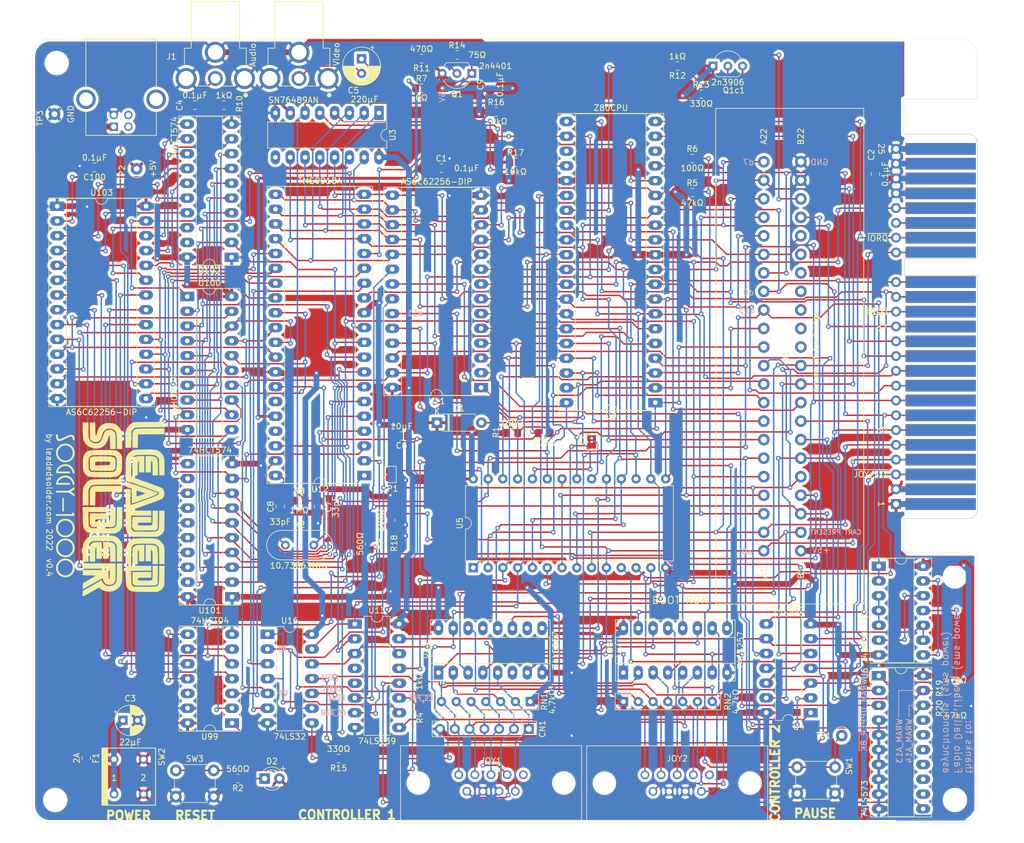
<source format=kicad_pcb>
(kicad_pcb (version 20211014) (generator pcbnew)
  (layers (0 "F.Cu" signal) (31 "B.Cu" signal) (34 "B.Paste" user) (35 "F.Paste" user) (36 "B.SilkS" user "B.Silkscreen") (37 "F.SilkS" user "F.Silkscreen") (38 "B.Mask" user) (39 "F.Mask" user) (44 "Edge.Cuts" user))
  (net 0 "")
  (net 1 "GND")
  (net 2 "+5V")
  (net 3 "/D3")
  (net 4 "/D2")
  (net 5 "/D4")
  (net 6 "/D1")
  (net 7 "/D5")
  (net 8 "/D0")
  (net 9 "/D6")
  (net 10 "/D7")
  (net 11 "/A0")
  (net 12 "/A10")
  (net 13 "/A1")
  (net 14 "/A9")
  (net 15 "/A2")
  (net 16 "/A8")
  (net 17 "/A3")
  (net 18 "/A7")
  (net 19 "/A4")
  (net 20 "/A6")
  (net 21 "/A5")
  (net 22 "/A14")
  (net 23 "/A12")
  (net 24 "/A15")
  (net 25 "/A13")
  (net 26 "/A11")
  (net 27 "Net-(R5-Pad2)")
  (net 28 "/~{CS_WRAM}")
  (net 29 "/~{RD}")
  (net 30 "/~{WR}")
  (net 31 "/~{M1}")
  (net 32 "/~{RFSH}")
  (net 33 "/~{RESET}")
  (net 34 "/~{WAIT}")
  (net 35 "/~{IORQ}")
  (net 36 "/~{HALT}")
  (net 37 "/~{INT}")
  (net 38 "/~{NMI}")
  (net 39 "/CLK")
  (net 40 "/Audio_Out")
  (net 41 "/~{CS_PSG}")
  (net 43 "/~{MREQ}")
  (net 44 "Net-(R9-Pad2)")
  (net 45 "/~{EXM1}")
  (net 49 "Net-(R4-Pad1)")
  (net 50 "Net-(U13-Pad10)")
  (net 51 "/~{VDP_WR}")
  (net 52 "/~{EXM2}")
  (net 53 "/~{VDP_RD}")
  (net 54 "Net-(R15-Pad2)")
  (net 56 "Net-(D1-Pad2)")
  (net 57 "/~{JOY_SEL}")
  (net 58 "Net-(C7-Pad2)")
  (net 59 "Net-(C8-Pad2)")
  (net 60 "/Raw_Video")
  (net 61 "Net-(Q1c1-Pad2)")
  (net 62 "/JOY1_UP")
  (net 63 "/JOY1_DOWN")
  (net 64 "/JOY1_LEFT")
  (net 65 "/JOY1_RIGHT")
  (net 66 "/JOY1_BUTTON1")
  (net 67 "/JOY1_BUTTON2")
  (net 68 "/JOY2_BUTTON2")
  (net 69 "/JOY2_BUTTON1")
  (net 70 "/JOY2_RIGHT")
  (net 71 "/JOY2_LEFT")
  (net 72 "/JOY2_DOWN")
  (net 73 "/JOY2_UP")
  (net 75 "/VD0")
  (net 76 "/VD1")
  (net 77 "/VDP_R~{W}")
  (net 78 "/VD2")
  (net 79 "/AD0")
  (net 80 "/VD3")
  (net 81 "/AD1")
  (net 82 "/VD4")
  (net 83 "/AD2")
  (net 84 "/VD5")
  (net 85 "/AD3")
  (net 86 "/VD6")
  (net 87 "/AD4")
  (net 88 "/VD7")
  (net 89 "/AD5")
  (net 90 "/AD6")
  (net 91 "/AD7")
  (net 92 "/~{VDP_CAS}")
  (net 93 "/~{VDP_RAS}")
  (net 96 "/CON")
  (net 100 "/VDP_W~{R}")
  (net 101 "/VRAM_ROW")
  (net 102 "Net-(U99-Pad6)")
  (net 103 "Net-(U99-Pad11)")
  (net 104 "/VRAM_COL")
  (net 106 "/VRAM_A6")
  (net 107 "/VRAM_A5")
  (net 108 "/VRAM_A4")
  (net 109 "/VRAM_A3")
  (net 110 "/VRAM_A2")
  (net 111 "/VRAM_A1")
  (net 112 "/VRAM_A0")
  (net 114 "/VRAM_A13")
  (net 115 "/VRAM_A12")
  (net 116 "/VRAM_A11")
  (net 117 "/VRAM_A10")
  (net 118 "/VRAM_A9")
  (net 119 "/VRAM_A8")
  (net 120 "/VRAM_A7")
  (net 122 "/~{IORD}")
  (net 123 "/~{IOWR}")
  (net 130 "Net-(D2-Pad1)")
  (net 133 "/Fused_Power")
  (net 134 "/USB_Power")
  (net 135 "Net-(C4-Pad1)")
  (net 136 "Net-(C4-Pad2)")
  (net 137 "Net-(C5-Pad1)")
  (net 138 "Net-(C5-Pad2)")
  (net 139 "Net-(Q1-Pad2)")
  (net 140 "/~{KBSEL}")
  (net 141 "unconnected-(U2-Pad20)")
  (net 142 "/~{HIGH_IO_SEL}")
  (net 143 "Net-(JP1-Pad2)")
  (net 144 "/~{EN_INTROM}")
  (net 145 "Net-(JP2-Pad2)")
  (net 146 "/CART_PRESENT")
  (net 147 "/WRAM_A13")
  (net 148 "/WRAM_A14")
  (net 149 "/~{WRAM_UPPER_8K}")
  (net 150 "/~{MAPPER_SELECT}")
  (net 157 "Net-(U7-Pad3)")
  (net 158 "Net-(U7-Pad12)")
  (net 159 "Net-(U7-Pad13)")
  (footprint "Capacitor_SMD:C_0805_2012Metric_Pad1.15x1.40mm_HandSolder" (layer "F.Cu") (at 84.319 68.326)
    (fp_text reference "C1")
    (fp_text value "0.1µF")
  )
  (footprint "Capacitor_SMD:C_0805_2012Metric_Pad1.15x1.40mm_HandSolder" (layer "F.Cu") (at 158.8262 69.351 90)
    (fp_text reference "C2")
    (fp_text value "0.1µF")
  )
  (footprint "Capacitor_SMD:C_0805_2012Metric_Pad1.15x1.40mm_HandSolder" (layer "F.Cu") (at 77.47 114.3 180)
    (fp_text reference "C6")
    (fp_text value "10µF")
  )
  (footprint "Capacitor_SMD:C_0805_2012Metric_Pad1.15x1.40mm_HandSolder" (layer "F.Cu") (at 63.250311 126.431 90)
    (fp_text reference "C7")
    (fp_text value "33pF")
  )
  (footprint "Capacitor_SMD:C_0805_2012Metric_Pad1.15x1.40mm_HandSolder" (layer "F.Cu") (at 56.646311 126.431 90)
    (fp_text reference "C8")
    (fp_text value "33pF")
  )
  (footprint "Connector_PinHeader_2.54mm:PinHeader_1x07_P2.54mm_Vertical" (layer "F.Cu") (at 99.314 164.592 -90)
    (fp_text reference "CN1")
    (fp_text value "Conn_01x07_Female")
  )
  (footprint "Diode_THT:D_A-405_P7.62mm_Horizontal" (layer "F.Cu") (at 83.566 112.014)
    (fp_text reference "D1")
    (fp_text value "D")
  )
  (footprint "LeadedSolder:A-DS 09 A-KG-T2S" (layer "F.Cu") (at 87.297001 172.444202)
    (fp_text reference "JOY1")
    (fp_text value "DB9_Female" hide)
  )
  (footprint "LeadedSolder:A-DS 09 A-KG-T2S" (layer "F.Cu") (at 119.253 172.466)
    (fp_text reference "JOY2")
    (fp_text value "DB9_Female" hide)
  )
  (footprint "Package_TO_SOT_THT:TO-92_Inline_Wide" (layer "F.Cu") (at 130.937 50.8)
    (fp_text reference "Q1c1")
    (fp_text value "2n3906")
  )
  (footprint "Resistor_SMD:R_0805_2012Metric_Pad1.15x1.40mm_HandSolder" (layer "F.Cu") (at 96.393 113.792 180)
    (fp_text reference "R1")
    (fp_text value "100Ω")
  )
  (footprint "Resistor_SMD:R_0805_2012Metric_Pad1.15x1.40mm_HandSolder" (layer "F.Cu") (at 101.981 113.792)
    (fp_text reference "R3")
    (fp_text value "47kΩ")
  )
  (footprint "Resistor_SMD:R_0805_2012Metric_Pad1.15x1.40mm_HandSolder" (layer "F.Cu") (at 80.518 159.884 90)
    (fp_text reference "R4")
    (fp_text value "1kΩ")
  )
  (footprint "Resistor_SMD:R_0805_2012Metric_Pad1.15x1.40mm_HandSolder" (layer "F.Cu") (at 127.381 72.517)
    (fp_text reference "R5")
    (fp_text value "47kΩ")
  )
  (footprint "Resistor_SMD:R_0805_2012Metric_Pad1.15x1.40mm_HandSolder" (layer "F.Cu") (at 127.381 66.675)
    (fp_text reference "R6")
    (fp_text value "100Ω")
  )
  (footprint "Resistor_SMD:R_0805_2012Metric_Pad1.15x1.40mm_HandSolder" (layer "F.Cu") (at 59.939311 125.415)
    (fp_text reference "R8")
    (fp_text value "1MΩ")
  )
  (footprint "Resistor_SMD:R_0805_2012Metric_Pad1.20x1.40mm_HandSolder" (layer "F.Cu") (at 72.009 132.826 -90)
    (fp_text reference "R9")
    (fp_text value "560Ω")
  )
  (footprint "Resistor_SMD:R_0805_2012Metric_Pad1.20x1.40mm_HandSolder" (layer "F.Cu") (at 124.841 50.8 180)
    (fp_text reference "R12")
    (fp_text value "1kΩ")
  )
  (footprint "Resistor_SMD:R_0805_2012Metric_Pad1.15x1.40mm_HandSolder" (layer "F.Cu") (at 128.914 55.626)
    (fp_text reference "R13")
    (fp_text value "330Ω")
  )
  (footprint "Resistor_SMD:R_0805_2012Metric_Pad1.15x1.40mm_HandSolder" (layer "F.Cu") (at 66.675 169.672 180)
    (fp_text reference "R15")
    (fp_text value "330Ω")
  )
  (footprint "Resistor_THT:R_Array_SIP7" (layer "F.Cu") (at 99.568 159.893 180)
    (fp_text reference "RN1")
    (fp_text value "4.7kΩ")
  )
  (footprint "Resistor_THT:R_Array_SIP7" (layer "F.Cu") (at 115.57 159.893)
    (fp_text reference "RN2")
    (fp_text value "4.7kΩ")
  )
  (footprint "Button_Switch_THT:SW_PUSH_6mm" (layer "F.Cu") (at 151.892 175.641 180)
    (fp_text reference "SW1")
    (fp_text value "Pause Key")
  )
  (footprint "Package_DIP:DIP-16_W7.62mm_LongPads" (layer "F.Cu") (at 73.609 58.843 -90)
    (fp_text reference "U3")
    (fp_text value "SN76489AN")
  )
  (footprint "Package_DIP:DIP-28_W15.24mm_Socket_LongPads" (layer "F.Cu") (at 91.125 105.99 180)
    (fp_text reference "U11")
    (fp_text value "AS6C62256-DIP")
  )
  (footprint "Package_DIP:DIP-40_W15.24mm_Socket_LongPads" (layer "F.Cu") (at 71.084 121.088 180)
    (fp_text reference "U12")
    (fp_text value "TMS9918A")
  )
  (footprint "Package_DIP:DIP-16_W7.62mm_LongPads" (layer "F.Cu") (at 69.454 146.573)
    (fp_text reference "U13")
    (fp_text value "74LS139")
  )
  (footprint "Package_DIP:DIP-14_W7.62mm_LongPads" (layer "F.Cu") (at 54.468 148.331)
    (fp_text reference "U16")
    (fp_text value "74LS32")
  )
  (footprint "Package_DIP:DIP-16_W7.62mm_Socket_LongPads" (layer "F.Cu") (at 115.567 154.916115 90)
    (fp_text reference "U18")
    (fp_text value "74LS257")
  )
  (footprint "Package_DIP:DIP-16_W7.62mm_Socket_LongPads" (layer "F.Cu") (at 83.817 154.916115 90)
    (fp_text reference "U21")
    (fp_text value "74LS257")
  )
  (footprint "Crystal:Crystal_HC49-U_Vertical" (layer "F.Cu") (at 57.535311 133.035)
    (fp_text reference "X2")
    (fp_text value "10.73863MHz")
  )
  (footprint "USB-B1HSB6:OST_USB-B1HSB6" (layer "F.Cu") (at 29.337 56.5 180)
    (fp_text reference "J1")
    (fp_text value "USB-B1HSB6")
  )
  (footprint "Capacitor_THT:CP_Radial_D5.0mm_P2.50mm" (layer "F.Cu") (at 29.656 163.118)
    (fp_text reference "C3")
    (fp_text value "22µF")
  )
  (footprint "Capacitor_THT:CP_Radial_D6.3mm_P2.50mm" (layer "F.Cu") (at 70.612 49.57 -90)
    (fp_text reference "C5")
    (fp_text value "220µF")
  )
  (footprint "Resistor_SMD:R_0805_2012Metric_Pad1.20x1.40mm_HandSolder" (layer "F.Cu") (at 75.565 128.778 -90)
    (fp_text reference "R18")
    (fp_text value "10kΩ")
  )
  (footprint "Package_DIP:DIP-28_W15.24mm" (layer "F.Cu") (at 89.789 136.906 90)
    (fp_text reference "U5")
    (fp_text value "27C256")
  )
  (footprint "Capacitor_SMD:C_0805_2012Metric_Pad1.18x1.45mm_HandSolder" (layer "F.Cu") (at 24.79 68.2 180)
    (fp_text reference "C100")
    (fp_text value "0.1µF")
  )
  (footprint "LED_THT:LED_D3.0mm" (layer "F.Cu") (at 53.97 173.101)
    (fp_text reference "D2")
    (fp_text value "LED")
  )
  (footprint "TestPoint:TestPoint_Loop_D2.50mm_Drill1.0mm" (layer "F.Cu") (at 153.035 165.735)
    (fp_text reference "TP1")
    (fp_text value "TestPoint")
  )
  (footprint "Logos:leaded30mm" (layer "F.Cu") (at 33.401 126.492 -90)
    (fp_text reference "G***" hide)
    (fp_text value "LOGO" hide)
  )
  (footprint "Jacks:CUI_RCJ-017" (layer "F.Cu") (at 45.516 46.99 -90)
    (fp_text reference "J3")
    (fp_text value "RCJ-013")
  )
  (footprint "MountingHole:MountingHole_3.2mm_M3" (layer "F.Cu") (at 172.466 138.43)
    (fp_text reference "REF**" hide)
    (fp_text value "MountingHole_3.2mm_M3")
  )
  (footprint "Resistor_SMD:R_0805_2012Metric_Pad1.20x1.40mm_HandSolder" (layer "F.Cu") (at 172.593 160.528)
    (fp_text reference "R20")
    (fp_text value "47kΩ")
  )
  (footprint "Package_DIP:DIP-20_W7.62mm_Socket_LongPads" (layer "F.Cu") (at 159.395 155.448)
    (fp_text reference "U6")
    (fp_text value "74LS573")
  )
  (footprint "Resistor_SMD:R_0805_2012Metric_Pad1.20x1.40mm_HandSolder" (layer "F.Cu") (at 97.044 67.31)
    (fp_text reference "R17")
    (fp_text value "10kΩ")
  )
  (footprint "MountingHole:MountingHole_3.2mm_M3" (layer "F.Cu") (at 18.288 50.292)
    (fp_text reference "REF**" hide)
    (fp_text value "MountingHole_3.2mm_M3")
  )
  (footprint "LeadedSolder:SG1000_Edge" (layer "F.Cu") (at 159.8152 110.744 -90)
    (fp_text reference "U2" hide)
    (fp_text value "SG-1000-Expansion")
    (fp_line (start -46.75 -16.5) (end -27 -16.5) (layer "Edge.Cuts") (width 0.12))
    (fp_line (start 16.25 -16.5) (end -24 -16.5) (layer "Edge.Cuts") (width 0.12))
    (fp_line (start -24 -16.5) (end -24 -4) (layer "Edge.Cuts") (width 0.12))
    (fp_line (start -24 -4) (end -27 -4) (layer "Edge.Cuts") (width 0.12))
    (fp_line (start -27 -4) (end -27 -16.5) (layer "Edge.Cuts") (width 0.12))
    (fp_line (start -48.25 -15) (end -48.25 -4) (layer "Edge.Cuts") (width 0.12))
    (fp_line (start 17.75 -15) (end 17.75 -4) (layer "Edge.Cuts") (width 0.12))
    (fp_arc (start 16.25 -16.5) (mid 17.31066 -16.06066) (end 17.75 -15) (layer "Edge.Cuts") (width 0.12))
    (fp_arc (start -48.25 -15) (mid -47.81066 -16.06066) (end -46.75 -16.5) (layer "Edge.Cuts") (width 0.12))
  )
  (footprint "Jumper:SolderJumper-2_P1.3mm_Bridged2Bar_Pad1.0x1.5mm" (layer "F.Cu") (at 110.109 115.316 90)
    (fp_text reference "JP2")
    (fp_text value "Jumper_2_Bridged")
  )
  (footprint "Logos:solder30mm" (layer "F.Cu") (at 26.035 127 -90)
    (fp_text reference "G***" hide)
    (fp_text value "LOGO" hide)
  )
  (footprint "Logos:Soggy" (layer "F.Cu") (at 19.812 126.238 -90)
    (fp_text reference "G***" hide)
    (fp_text value "LOGO" hide)
  )
  (footprint "Button_Switch_THT:SW_PUSH_6mm" (layer "F.Cu") (at 38.735 171.704)
    (fp_text reference "SW3")
    (fp_text value "Reset Key")
  )
  (footprint "Package_DIP:DIP-14_W7.62mm_Socket_LongPads" (layer "F.Cu") (at 48.377 163.576 180)
    (fp_text reference "U99")
    (fp_text value "74HCT04")
  )
  (footprint "Resistor_SMD:R_0805_2012Metric_Pad1.20x1.40mm_HandSolder" (layer "F.Cu") (at 80.915 54.61)
    (fp_text reference "R7")
    (fp_text value "0Ω")
  )
  (footprint "MountingHole:MountingHole_3.2mm_M3" (layer "F.Cu") (at 18.034 176.784)
    (fp_text reference "REF**" hide)
    (fp_text value "MountingHole_3.2mm_M3")
  )
  (footprint "MountingHole:MountingHole_3.2mm_M3" (layer "F.Cu") (at 172.466 176.784)
    (fp_text reference "REF**" hide)
    (fp_text value "MountingHole_3.2mm_M3")
  )
  (footprint "Resistor_SMD:R_0805_2012Metric_Pad1.20x1.40mm_HandSolder" (layer "F.Cu") (at 49.387 173.101 180)
    (fp_text reference "R2")
    (fp_text value "560Ω")
  )
  (footprint "Capacitor_SMD:C_0805_2012Metric_Pad1.18x1.45mm_HandSolder" (layer "F.Cu") (at 42.0155 57.5 180)
    (fp_text reference "C4")
    (fp_text value "0.1µF")
  )
  (footprint "Resistor_SMD:R_0805_2012Metric_Pad1.20x1.40mm_HandSolder" (layer "F.Cu") (at 172.609 157.988)
    (fp_text reference "R19")
    (fp_text value "47kΩ")
  )
  (footprint "LeadedSolder:SG1000_Cart" (layer "F.Cu") (at 143.475 99.72 90)
    (fp_text reference "U1")
    (fp_text value "SG-1000-Cart")
  )
  (footprint "Capacitor_SMD:C_0805_2012Metric_Pad1.18x1.45mm_HandSolder" (layer "F.Cu") (at 92.71 53.975 90)
    (fp_text reference "C9")
    (fp_text value "0.1µF")
  )
  (footprint "MountingHole:MountingHole_3.2mm_M3" (layer "F.Cu") (at 99.187 106.172)
    (fp_text reference "REF**" hide)
    (fp_text value "MountingHole_3.2mm_M3")
  )
  (footprint "Jacks:CUI_RCJ-017" (layer "F.Cu") (at 59.867 46.99 -90)
    (fp_text reference "J2")
    (fp_text value "RCJ-014")
  )
  (footprint "Package_DIP:DIP-40_W15.24mm_Socket_LongPads" (layer "F.Cu") (at 121.031 108.58 180)
    (fp_text reference "U9")
    (fp_text value "Z80CPU")
  )
  (footprint "Resistor_SMD:R_0805_2012Metric_Pad1.20x1.40mm_HandSolder" (layer "F.Cu") (at 87.011 48.895 180)
    (fp_text reference "R14")
    (fp_text value "75Ω")
  )
  (footprint "Resistor_SMD:R_0805_2012Metric_Pad1.20x1.40mm_HandSolder" (layer "F.Cu") (at 80.915 49.53 180)
    (fp_text reference "R11")
    (fp_text value "470Ω")
  )
  (footprint "LeakyChips:PVA1_Switch" (layer "F.Cu") (at 30.656 172.974)
    (fp_text reference "SW2")
    (fp_text value "Power Toggle")
  )
  (footprint "Package_DIP:DIP-20_W7.62mm_Socket_LongPads" (layer "F.Cu") (at 40.7 90.354)
    (fp_text reference "U100")
    (fp_text value "74HCT574")
  )
  (footprint "TestPoint:TestPoint_Loop_D1.80mm_Drill1.0mm_Beaded" (layer "F.Cu") (at 32.004 68.453 -90)
    (fp_text reference "TP2")
    (fp_text value "+5V")
  )
  (footprint "MountingHole:MountingHole_3.2mm_M3" (layer "F.Cu") (at 172.339 50.038)
    (fp_text reference "REF**" hide)
    (fp_text value "MountingHole_3.2mm_M3")
  )
  (footprint "Jumper:SolderJumper-2_P1.3mm_Bridged2Bar_Pad1.0x1.5mm" (layer "F.Cu") (at 75.565 120.904 90)
    (fp_text reference "JP1")
    (fp_text value "Jumper_2_Bridged")
  )
  (footprint "Package_DIP:DIP-14_W7.62mm_LongPads" (layer "F.Cu") (at 147.701 161.798 180)
    (fp_text reference "U4")
    (fp_text value "74LS32")
  )
  (footprint "Fuse:Fuse_0805_2012Metric_Pad1.15x1.40mm_HandSolder" (layer "F.Cu") (at 23.366 169.593 -90)
    (fp_text reference "F1")
    (fp_text value "2A")
  )
  (footprint "Package_DIP:DIP-20_W7.62mm_Socket_LongPads" (layer "F.Cu") (at 48.3 83.625 180)
    (fp_text reference "U102")
    (fp_text value "74HCT574")
  )
  (footprint "Package_DIP:DIP-14_W7.62mm_Socket_LongPads" (layer "F.Cu") (at 159.395 136.647)
    (fp_text reference "U7")
    (fp_text value "74LS00")
  )
  (footprint "Package_DIP:DIP-20_W7.62mm_Socket_LongPads" (layer "F.Cu") (at 48.387 141.916 180)
    (fp_text reference "U101")
    (fp_text value "74HCT574")
  )
  (footprint "Package_TO_SOT_THT:TO-92_Inline_Wide" (layer "F.Cu") (at 89.535 52.07 180)
    (fp_text reference "Q1")
    (fp_text value "2n4401")
  )
  (footprint "TestPoint:TestPoint_Loop_D1.80mm_Drill1.0mm_Beaded" (layer "F.Cu") (at 17.907 59.055 -90)
    (fp_text reference "TP3")
    (fp_text value "GND")
  )
  (footprint "Package_DIP:DIP-28_W15.24mm_Socket_LongPads" (layer "F.Cu") (at 18.375 74.86)
    (fp_text reference "U103")
    (fp_text value "AS6C62256-DIP")
  )
  (footprint "Resistor_SMD:R_0805_2012Metric_Pad1.20x1.40mm_HandSolder" (layer "F.Cu") (at 47.006 57.5 180)
    (fp_text reference "R10")
    (fp_text value "1kΩ")
  )
  (footprint "Resistor_SMD:R_0805_2012Metric_Pad1.20x1.40mm_HandSolder" (layer "F.Cu") (at 93.726 58.674)
    (fp_text reference "R16")
    (fp_text value "10kΩ")
  )
  (gr_line (start 157.734 155.321) (end 157.353 155.702) (layer "B.SilkS") (width 0.12))
  (gr_line (start 165.735 157.988) (end 162.814 157.988) (layer "B.SilkS") (width 0.12))
  (gr_line (start 162.814 157.988) (end 162.814 162.56) (layer "B.SilkS") (width 0.12))
  (gr_line (start 157.734 155.321) (end 156.845 155.321) (layer "B.SilkS") (width 0.12))
  (gr_line (start 156.845 155.321) (end 156.845 155.829) (layer "B.SilkS") (width 0.12))
  (gr_line (start 165.735 157.988) (end 165.227 158.496) (layer "B.SilkS") (width 0.12))
  (gr_line (start 165.735 157.988) (end 165.227 157.48) (layer "B.SilkS") (width 0.12))
  (gr_line (start 165.735 160.528) (end 165.227 160.02) (layer "B.SilkS") (width 0.12))
  (gr_line (start 165.735 160.528) (end 164.592 160.528) (layer "B.SilkS") (width 0.12))
  (gr_line (start 164.592 160.528) (end 164.592 162.56) (layer "B.SilkS") (width 0.12))
  (gr_line (start 165.735 160.528) (end 165.227 161.036) (layer "B.SilkS") (width 0.12))
  (gr_line (start 157.734 155.321) (end 157.353 154.94) (layer "B.SilkS") (width 0.12))
  (gr_line (start 17.141261 180.721) (end 160.782 180.721) (layer "Edge.Cuts") (width 0.05))
  (gr_line (start 14.093261 49.149) (end 14.093261 49.272261) (layer "Edge.Cuts") (width 0.05))
  (gr_arc (start 176.276 177.673) (mid 175.383261 179.828261) (end 173.228 180.721) (layer "Edge.Cuts") (width 0.05))
  (gr_arc (start 14.093261 49.149) (mid 14.986 46.993739) (end 17.141261 46.101) (layer "Edge.Cuts") (width 0.05))
  (gr_arc (start 173.228 46.097261) (mid 175.383261 46.99) (end 176.276 49.145261) (layer "Edge.Cuts") (width 0.05))
  (gr_line (start 176.276 56.515) (end 176.276 49.145261) (layer "Edge.Cuts") (width 0.05))
  (gr_line (start 176.276 134.366) (end 163.703 134.366) (layer "Edge.Cuts") (width 0.05))
  (gr_arc (start 17.141261 180.721) (mid 14.986 179.828261) (end 14.093261 177.673) (layer "Edge.Cuts") (width 0.05))
  (gr_line (start 17.141261 46.101) (end 160.655 46.097261) (layer "Edge.Cuts") (width 0.05))
  (gr_line (start 173.228 46.097261) (end 160.655 46.097261) (layer "Edge.Cuts") (width 0.05))
  (gr_line (start 163.703 128.651) (end 163.8152 128.494) (layer "Edge.Cuts") (width 0.05))
  (gr_line (start 163.703 134.366) (end 163.703 128.651) (layer "Edge.Cuts") (width 0.05))
  (gr_line (start 160.782 180.721) (end 173.228 180.721) (layer "Edge.Cuts") (width 0.05))
  (gr_line (start 176.276 177.673) (end 176.276 134.366) (layer "Edge.Cuts") (width 0.05))
  (gr_line (start 163.703 56.515) (end 176.276 56.515) (layer "Edge.Cuts") (width 0.05))
  (gr_line (start 163.703 62.494) (end 163.8152 62.494) (layer "Edge.Cuts") (width 0.05))
  (gr_line (start 163.703 62.494) (end 163.703 56.515) (layer "Edge.Cuts") (width 0.05))
  (gr_line (start 14.093261 49.272261) (end 14.093261 177.673) (layer "Edge.Cuts") (width 0.05))
  (gr_text "a11" (at 79.79 93.2) (layer "B.SilkS") (effects (font (size 1 1)) (justify mirror)))
  (gr_text "WRAM_A13" (at 162.941 166.624 90) (layer "B.SilkS") (effects (font (size 1 1)) (justify mirror)))
  (gr_text "+5V" (at 84.455 55.499 90) (layer "B.SilkS") (effects (font (size 1 1)) (justify mirror)))
  (gr_text "a13" (at 136.779 92.71) (layer "B.SilkS") (effects (font (size 1 1)) (justify mirror)))
  (gr_text "+5V" (at 149.479 133.858) (layer "B.SilkS") (effects (font (size 1 1)) (justify mirror)))
  (gr_text "GND" (at 149.225 67.31) (layer "B.SilkS") (effects (font (size 1 1)) (justify mirror)))
  (gr_text "~{CS_PSG}" (at 80.772 159.385) (layer "B.SilkS") (effects (font (size 0.75 0.75)) (justify mirror)))
  (gr_text "thanks to:\nFabio Dalla Libera (sms power)\nasynchronous (sms power)" (at 172.974 172.339 270) (layer "B.SilkS") (effects (font (size 1.2 1.2)) (justify left mirror)))
  (gr_text "d7" (at 137.033 67.31) (layer "B.SilkS") (effects (font (size 1 1)) (justify mirror)))
  (gr_text "WRAM_A14" (at 164.592 166.624 90) (layer "B.SilkS") (effects (font (size 1 1)) (justify mirror)))
  (gr_text "a0" (at 136.779 134.112) (layer "B.SilkS") (effects (font (size 1 1)) (justify mirror)))
  (gr_text "CART PRESENT" (at 152.019 130.81) (layer "B.SilkS") (effects (font (size 0.8 0.8)) (justify mirror)))
  (gr_text "~{WRAM_UPPER_8K}" (at 156.845 162.179 90) (layer "B.SilkS") (effects (font (size 1 1)) (justify mirror)))
  (gr_text "~{KBSEL}" (at 65.532 157.734) (layer "B.SilkS") (effects (font (size 0.75 0.75)) (justify mirror)))
  (gr_text "~{CS_RAM}" (at 65.786 161.925) (layer "B.SilkS") (effects (font (size 0.75 0.75)) (justify mirror)))
  (gr_text "~{WR}" (at 57.15 158.623) (layer "B.SilkS") (effects (font (size 0.75 0.75)) (justify mirror)))
  (gr_text "d0" (at 137.033 89.662) (layer "B.SilkS") (effects (font (size 1 1)) (justify mirror)))
  (gr_text "~{RD}" (at 57.023 151.003) (layer "B.SilkS") (effects (font (size 0.75 0.75)) (justify mirror)))
  (gr_text "~{EXM2}" (at 65.151 155.956) (layer "B.SilkS") (effects (font (size 0.75 0.75)) (justify mirror)))
  (gr_text "~{EXM1}" (at 66.294 159.385) (layer "B.SilkS") (effects (font (size 0.75 0.75)) (justify mirror)))
  (gr_text "~{JOY_SEL}" (at 158.115 120.904) (layer "F.SilkS") (effects (font (size 1 1))))
  (gr_text "POWER" (at 30.607 179.451) (layer "F.SilkS") (effects (font (size 1.5 1.5) (thickness 0.375))))
  (gr_text "CONTROLLER 2" (at 141.605 163.576 90) (layer "F.SilkS") (effects (font (size 1.5 1.5) (thickness 0.375)) (justify right)))
  (gr_text "Video" (at 66.294 48.768 90) (layer "F.SilkS") (effects (font (size 1 1))))
  (gr_text "RESET" (at 42.037 179.451) (layer "F.SilkS") (effects (font (size 1.5 1.5) (thickness 0.375))))
  (gr_text "v0.4" (at 17.018 136.906 270) (layer "F.SilkS") (effects (font (size 1 1))))
  (gr_text "1" (at 96.774 162.306) (layer "F.SilkS") (effects (font (size 1 1))))
  (gr_text "d7" (at 159.893 95.758) (layer "F.SilkS") (effects (font (size 1 1))))
  (gr_text "~{IORQ}" (at 159.1818 80.3656) (layer "F.SilkS") (effects (font (size 1 1))))
  (gr_text "PAUSE" (at 152.273 179.07) (layer "F.SilkS") (effects (font (size 1.5 1.5) (thickness 0.375)) (justify right)))
  (gr_text "Audio" (at 51.943 48.895 90) (layer "F.SilkS") (effects (font (size 1 1))))
  (gr_text "by leadedsolder.com 2022" (at 17.018 123.952 270) (layer "F.SilkS") (effects (font (size 1 1))))
  (gr_text "~{KBSEL}" (at 159.131 93.0656) (layer "F.SilkS") (effects (font (size 0.9 0.9))))
  (gr_text "d0" (at 159.893 113.284) (layer "F.SilkS") (effects (font (size 1 1))))
  (gr_text "BOOT ROM" (at 125.349 142.494) (layer "F.SilkS") (effects (font (size 1.25 1.25))))
  (gr_text "CONTROLLER 1" (at 76.708 179.324) (layer "F.SilkS") (effects (font (size 1.5 1.5) (thickness 0.375)) (justify right)))
  (gr_text "R" (at 91.694 162.306) (layer "F.SilkS") (effects (font (size 1 1))))
  (gr_text "D" (at 89.154 162.306) (layer "F.SilkS") (effects (font (size 1 1))))
  (gr_text "U" (at 86.614 162.306) (layer "F.SilkS") (effects (font (size 1 1))))
  (gr_text "2" (at 99.314 162.306) (layer "F.SilkS") (effects (font (size 1 1))))
  (gr_text "+" (at 57.15 171.323) (layer "F.SilkS") (effects (font (size 1 1))))
  (gr_text "L" (at 94.107 162.306) (layer "F.SilkS") (effects (font (size 1 1))))
  (gr_text "G" (at 84.074 162.306) (layer "F.SilkS") (effects (font (size 1 1))))
  (segment (start 71.247 123.444) (end 72.517 124.714) (width 1) (layer "F.Cu") (net 1))
  (segment (start 77.017 46.632) (end 79.915 49.53) (width 1) (layer "F.Cu") (net 1))
  (segment (start 144.145 139.7) (end 134.62 139.7) (width 1) (layer "F.Cu") (net 1))
  (segment (start 83.748 46.632) (end 77.017 46.632) (width 1) (layer "F.Cu") (net 1))
  (segment (start 48.26 116.84) (end 48.387 116.967) (width 1) (layer "F.Cu") (net 1))
  (segment (start 106.273489 166.141511) (end 106.68 165.735) (width 1) (layer "F.Cu") (net 1))
  (segment (start 85.725 67.945) (end 85.344 68.326) (width 1) (layer "F.Cu") (net 1))
  (segment (start 85.725 66.675) (end 85.725 67.945) (width 1) (layer "F.Cu") (net 1))
  (segment (start 61.675 46.632) (end 77.017 46.632) (width 1) (layer "F.Cu") (net 1))
  (segment (start 22.225 67.945) (end 23.4975 67.945) (width 1) (layer "F.Cu") (net 1))
  (segment (start 134.62 137.795) (end 123.698 137.795) (width 1) (layer "F.Cu") (net 1))
  (segment (start 145.415 138.43) (end 144.145 139.7) (width 1) (layer "F.Cu") (net 1))
  (segment (start 85.623511 166.141511) (end 106.273489 166.141511) (width 1) (layer "F.Cu") (net 1))
  (segment (start 56.646311 127.456) (end 63.250311 127.456) (width 1) (layer "F.Cu") (net 1))
  (segment (start 18.375 74.86) (end 23.425 74.86) (width 1) (layer "F.Cu") (net 1))
  (segment (start 59.867 48.44) (end 61.675 46.632) (width 1) (layer "F.Cu") (net 1))
  (segment (start 72.517 124.714) (end 75.311 124.714) (width 1) (layer "F.Cu") (net 1))
  (segment (start 53.016 119.056) (end 53.34 119.38) (width 1) (layer "F.Cu") (net 1))
  (segment (start 48.387 116.967) (end 48.387 119.056) (width 1) (layer "F.Cu") (net 1))
  (segment (start 78.105 121.92) (end 75.931 121.92) (width 1) (layer "F.Cu") (net 1))
  (segment (start 162.3552 65.024) (end 169.9752 65.024) (width 1) (layer "F.Cu") (net 1))
  (segment (start 162.3552 67.564) (end 169.9752 67.564) (width 1) (layer "F.Cu") (net 1))
  (segment (start 34.29 116.84) (end 48.26 116.84) (width 1) (layer "F.Cu") (net 1))
  (segment (start 74.619 141.916) (end 75.565 140.97) (width 1) (layer "F.Cu") (net 1))
  (segment (start 91.125 72.97) (end 85.78 72.97) (width 1) (layer "F.Cu") (net 1))
  (segment (start 162.3552 72.644) (end 169.9752 72.644) (width 1) (layer "F.Cu") (net 1))
  (segment (start 148.59 139.065) (end 147.955 139.065) (width 1) (layer "F.Cu") (net 1))
  (segment (start 92.71 48.26) (end 92.71 52.9375) (width 1) (layer "F.Cu") (net 1))
  (segment (start 35.744 113.214) (end 33.655 111.125) (width 1) (layer "F.Cu") (net 1))
  (segment (start 173.593 160.528) (end 173.593 158.004) (width 1) (layer "F.Cu") (net 1))
  (segment (start 101.620885 154.94) (end 101.597 154.916115) (width 1) (layer "F.Cu") (net 1))
  (segment (start 91.082 46.632) (end 92.71 48.26) (width 1) (layer "F.Cu") (net 1))
  (segment (start 72.792 91.44) (end 71.084 93.148) (width 1) (layer "F.Cu") (net 1))
  (segment (start 152.522 151.887) (end 152.4 151.765) (width 1) (layer "F.Cu") (net 1))
  (segment (start 76.2 112.395) (end 73.66 112.395) (width 1) (layer "F.Cu") (net 1))
  (segment (start 23.425 74.86) (end 23.495 74.93) (width 1) (layer "F.Cu") (net 1))
  (segment (start 62.865 123.444) (end 71.247 123.444) (width 1) (layer "F.Cu") (net 1))
  (segment (start 106.68 154.94) (end 101.620885 154.94) (width 1) (layer "F.Cu") (net 1))
  (segment (start 83.748 46.632) (end 91.082 46.632) (width 1) (layer "F.Cu") (net 1))
  (segment (start 75.931 121.92) (end 75.565 121.554) (width 1) (layer "F.Cu") (net 1))
  (segment (start 84.074 164.592) (end 85.623511 166.141511) (width 1) (layer "F.Cu") (net 1))
  (segment (start 86.011 48.895) (end 83.748 46.632) (width 1) (layer "F.Cu") (net 1))
  (segment (start 173.593 158.004) (end 173.609 157.988) (width 1) (layer "F.Cu") (net 1))
  (segment (start 175.133 160.528) (end 175.26 160.655) (width 1) (layer "F.Cu") (net 1))
  (segment (start 162.3552 70.104) (end 169.9752 70.104) (width 1) (layer "F.Cu") (net 1))
  (segment (start 147.828 146.685) (end 147.701 146.558) (width 1) (layer "F.Cu") (net 1))
  (segment (start 152.4 146.685) (end 147.828 146.685) (width 1) (layer "F.Cu") (net 1))
  (segment (start 77.232 131.445) (end 75.565 129.778) (width 1) (layer "F.Cu") (net 1))
  (segment (start 159.395 151.887) (end 152.522 151.887) (width 1) (layer "F.Cu") (net 1))
  (segment (start 45.235 176.204) (end 45.284 176.204) (width 1) (layer "F.Cu") (net 1))
  (segment (start 75.311 124.714) (end 75.565 124.46) (width 1) (layer "F.Cu") (net 1))
  (segment (start 159.0982 70.104) (end 158.8262 70.376) (width 1) (layer "F.Cu") (net 1))
  (segment (start 173.593 160.528) (end 175.133 160.528) (width 1) (layer "F.Cu") (net 1))
  (segment (start 63.250311 127.456) (end 63.250311 129.154689) (width 1) (layer "F.Cu") (net 1))
  (segment (start 147.32 138.43) (end 145.415 138.43) (width 1) (layer "F.Cu") (net 1))
  (segment (start 162.3552 70.104) (end 159.0982 70.104) (width 1) (layer "F.Cu") (net 1))
  (segment (start 45.284 176.204) (end 48.387 173.101) (width 1) (layer "F.Cu") (net 1))
  (segment (start 147.955 139.065) (end 147.32 138.43) (width 1) (layer "F.Cu") (net 1))
  (segment (start 23.4975 67.945) (end 23.7525 68.2) (width 1) (layer "F.Cu") (net 1))
  (segment (start 73.66 91.44) (end 72.792 91.44) (width 1) (layer "F.Cu") (net 1))
  (segment (start 48.387 141.916) (end 74.619 141.916) (width 1) (layer "F.Cu") (net 1))
  (segment (start 123.698 137.795) (end 122.809 136.906) (width 1) (layer "F.Cu") (net 1))
  (segment (start 78.105 131.445) (end 77.232 131.445) (width 1) (layer "F.Cu") (net 1))
  (segment (start 63.250311 129.154689) (end 63.119 129.286) (width 1) (layer "F.Cu") (net 1))
  (segment (start 59.867 48.44) (end 45.516 48.44) (width 1) (layer "F.Cu") (net 1))
  (segment (start 76.2 112.395) (end 76.2 114.055) (width 1) (layer "F.Cu") (net 1))
  (segment (start 40.7 113.214) (end 35.744 113.214) (width 1) (layer "F.Cu") (net 1))
  (segment (start 76.2 114.055) (end 76.445 114.3) (width 1) (layer "F.Cu") (net 1))
  (segment (start 48.387 119.056) (end 53.016 119.056) (width 1) (layer "F.Cu") (net 1))
  (segment (start 77.867 129.778) (end 78.105 129.54) (width 1) (layer "F.Cu") (net 1))
  (segment (start 85.78 72.97) (end 85.725 73.025) (width 1) (layer "F.Cu") (net 1))
  (segment (start 75.565 129.778) (end 77.867 129.778) (width 1) (layer "F.Cu") (net 1))
  (via (at 85.725 73.025) (size 0.8) (drill 0.4) (layers "F.Cu" "B.Cu") (net 1))
  (via (at 134.62 139.7) (size 0.8) (drill 0.4) (layers "F.Cu" "B.Cu") (net 1))
  (via (at 53.34 119.38) (size 0.8) (drill 0.4) (layers "F.Cu" "B.Cu") (net 1))
  (via (at 63.119 129.286) (size 0.8) (drill 0.4) (layers "F.Cu" "B.Cu") (net 1))
  (via (at 34.29 116.84) (size 0.8) (drill 0.4) (layers "F.Cu" "B.Cu") (net 1))
  (via (at 73.66 112.395) (size 0.8) (drill 0.4) (layers "F.Cu" "B.Cu") (net 1))
  (via (at 76.2 112.395) (size 0.8) (drill 0.4) (layers "F.Cu" "B.Cu") (net 1))
  (via (at 106.68 165.735) (size 0.8) (drill 0.4) (layers "F.Cu" "B.Cu") (net 1))
  (via (at 152.4 146.685) (size 0.8) (drill 0.4) (layers "F.Cu" "B.Cu") (net 1))
  (via (at 75.565 140.97) (size 0.8) (drill 0.4) (layers "F.Cu" "B.Cu") (net 1))
  (via (at 85.725 66.675) (size 0.8) (drill 0.4) (layers "F.Cu" "B.Cu") (net 1))
  (via (at 75.565 124.46) (size 0.8) (drill 0.4) (layers "F.Cu" "B.Cu") (net 1))
  (via (at 78.105 129.54) (size 0.8) (drill 0.4) (layers "F.Cu" "B.Cu") (net 1))
  (via (at 33.655 111.125) (size 0.8) (drill 0.4) (layers "F.Cu" "B.Cu") (net 1))
  (via (at 134.62 137.795) (size 0.8) (drill 0.4) (layers "F.Cu" "B.Cu") (net 1))
  (via (at 73.66 91.44) (size 0.8) (drill 0.4) (layers "F.Cu" "B.Cu") (net 1))
  (via (at 23.495 74.93) (size 0.8) (drill 0.4) (layers "F.Cu" "B.Cu") (net 1))
  (via (at 58.599 127.456) (size 0.8) (drill 0.4) (layers "F.Cu" "B.Cu") (net 1))
  (via (at 62.865 123.444) (size 0.8) (drill 0.4) (layers "F.Cu" "B.Cu") (net 1))
  (via (at 78.105 131.445) (size 0.8) (drill 0.4) (layers "F.Cu" "B.Cu") (net 1))
  (via (at 78.105 121.92) (size 0.8) (drill 0.4) (layers "F.Cu" "B.Cu") (net 1))
  (via (at 148.59 139.065) (size 0.8) (drill 0.4) (layers "F.Cu" "B.Cu") (net 1))
  (via (at 152.4 151.765) (size 0.8) (drill 0.4) (layers "F.Cu" "B.Cu") (net 1))
  (via (at 175.26 160.655) (size 0.8) (drill 0.4) (layers "F.Cu" "B.Cu") (net 1))
  (via (at 22.225 67.945) (size 0.8) (drill 0.4) (layers "F.Cu" "B.Cu") (net 1))
  (via (at 106.68 154.94) (size 0.8) (drill 0.4) (layers "F.Cu" "B.Cu") (net 1))
  (segment (start 77.41349 122.61151) (end 78.105 121.92) (width 1) (layer "B.Cu") (net 1))
  (segment (start 147.701 146.558) (end 147.701 141.224) (width 1) (layer "B.Cu") (net 1))
  (segment (start 75.565 124.46) (end 75.565 127) (width 1) (layer "B.Cu") (net 1))
  (segment (start 134.62 144.78) (end 134.62 137.795) (width 1) (layer "B.Cu") (net 1))
  (segment (start 173.88748 179.80752) (end 162.66252 179.80752) (width 1) (layer "B.Cu") (net 1))
  (segment (start 58.42 127.635) (end 58.599 127.456) (width 1) (layer "B.Cu") (net 1))
  (segment (start 63.119 129.286) (end 63.119 123.698) (width 1) (layer "B.Cu") (net 1))
  (segment (start 134.84652 148.317236) (end 134.84652 145.00652) (width 1) (layer "B.Cu") (net 1))
  (segment (start 73.66 106.921345) (end 73.535969 106.797314) (width 1) (layer "B.Cu") (net 1))
  (segment (start 75.565 140.97) (end 75.565 133.985) (width 1) (layer "B.Cu") (net 1))
  (segment (start 75.565 133.985) (end 78.105 131.445) (width 1) (layer "B.Cu") (net 1))
  (segment (start 53.34 119.38) (end 53.34 127.635) (width 1) (layer "B.Cu") (net 1))
  (segment (start 63.119 123.698) (end 62.865 123.444) (width 1) (layer "B.Cu") (net 1))
  (segment (start 73.66 112.395) (end 73.66 106.921345) (width 1) (layer "B.Cu") (net 1))
  (segment (start 133.347 154.916115) (end 133.347 149.816756) (width 1) (layer "B.Cu") (net 1))
  (segment (start 76.2 120.015) (end 76.2 112.395) (width 1) (layer "B.Cu") (net 1))
  (segment (start 175.26 160.655) (end 175.26 178.435) (width 1) (layer "B.Cu") (net 1))
  (segment (start 73.535969 91.564031) (end 73.66 91.44) (width 1) (layer "B.Cu") (net 1))
  (segment (start 77.41349 128.84849) (end 77.41349 122.61151) (width 1) (layer "B.Cu") (net 1))
  (segment (start 23.495 74.93) (end 23.495 69.215) (width 1) (layer "B.Cu") (net 1))
  (segment (start 147.701 141.224) (end 147.955 140.97) (width 1) (layer "B.Cu") (net 1))
  (segment (start 170.0552 72.644) (end 170.0652 72.654) (width 1) (layer "B.Cu") (net 1))
  (segment (start 162.3552 65.024) (end 170.0552 65.024) (width 1) (layer "B.Cu") (net 1))
  (segment (start 170.0552 65.024) (end 170.0652 65.034) (width 1) (layer "B.Cu") (net 1))
  (segment (start 147.955 140.97) (end 148.59 140.335) (width 1) (layer "B.Cu") (net 1))
  (segment (start 106.68 165.735) (end 106.68 154.94) (width 1) (layer "B.Cu") (net 1))
  (segment (start 53.34 127.635) (end 58.42 127.635) (width 1) (layer "B.Cu") (net 1))
  (segment (start 134.84652 145.00652) (end 134.62 144.78) (width 1) (layer "B.Cu") (net 1))
  (segment (start 162.3552 70.104) (end 170.0552 70.104) (width 1) (layer "B.Cu") (net 1))
  (segment (start 162.66252 179.80752) (end 161.163 178.308) (width 1) (layer "B.Cu") (net 1))
  (segment (start 161.163 178.308) (end 159.395 178.308) (width 1) (layer "B.Cu") (net 1))
  (segment (start 148.59 140.335) (end 148.59 139.065) (width 1) (layer "B.Cu") (net 1))
  (segment (start 133.347 149.816756) (end 134.84652 148.317236) (width 1) (layer "B.Cu") (net 1))
  (segment (start 78.105 121.92) (end 76.2 120.015) (width 1) (layer "B.Cu") (net 1))
  (segment (start 33.655 111.125) (end 33.655 116.205) (width 1) (layer "B.Cu") (net 1))
  (segment (start 75.565 127) (end 78.105 129.54) (width 1) (layer "B.Cu") (net 1))
  (segment (start 152.4 151.765) (end 152.4 146.685) (width 1) (layer "B.Cu") (net 1))
  (segment (start 85.725 73.025) (end 85.725 66.675) (width 1) (layer "B.Cu") (net 1))
  (segment (start 162.3552 72.644) (end 170.0552 72.644) (width 1) (layer "B.Cu") (net 1))
  (segment (start 23.495 69.215) (end 22.225 67.945) (width 1) (layer "B.Cu") (net 1))
  (segment (start 175.26 178.435) (end 173.88748 179.80752) (width 1) (layer "B.Cu") (net 1))
  (segment (start 33.655 116.205) (end 34.29 116.84) (width 1) (layer "B.Cu") (net 1))
  (segment (start 73.535969 106.797314) (end 73.535969 91.564031) (width 1) (layer "B.Cu") (net 1))
  (segment (start 170.0552 70.104) (end 170.0652 70.114) (width 1) (layer "B.Cu") (net 1))
  (segment (start 170.0552 67.564) (end 170.0652 67.574) (width 1) (layer "B.Cu") (net 1))
  (segment (start 162.3552 67.564) (end 170.0552 67.564) (width 1) (layer "B.Cu") (net 1))
  (segment (start 46.231 88.265) (end 48.32 90.354) (width 1) (layer "F.Cu") (net 2))
  (segment (start 167.015 155.448) (end 171.92707 155.448) (width 1) (layer "F.Cu") (net 2))
  (segment (start 89.662 113.792) (end 89.535 113.665) (width 1) (layer "F.Cu") (net 2))
  (segment (start 40.767 141.916) (end 43.995822 145.144822) (width 1) (layer "F.Cu") (net 2))
  (segment (start 127.889 55.626) (end 125.984 55.626) (width 1) (layer "F.Cu") (net 2))
  (segment (start 173.63993 155.575) (end 173.99 155.575) (width 1) (layer "F.Cu") (net 2))
  (segment (start 146.015 134.01) (end 162.639865 134.01) (width 1) (layer "F.Cu") (net 2))
  (segment (start 84.455 52.07) (end 84.455 54.61) (width 1) (layer "F.Cu") (net 2))
  (segment (start 77.797115 147.296115) (end 77.074 146.573) (width 1) (layer "F.Cu") (net 2))
  (segment (start 165.276865 136.647) (end 167.015 136.647) (width 1) (layer "F.Cu") (net 2))
  (segment (start 116.078 161.798) (end 115.57 161.29) (width 1) (layer "F.Cu") (net 2))
  (segment (start 118.115 83.18) (end 118.11 83.185) (width 1) (layer "F.Cu") (net 2))
  (segment (start 115.57 161.29) (end 115.57 159.893) (width 1) (layer "F.Cu") (net 2))
  (segment (start 91.186 58.674) (end 90.805 59.055) (width 1) (layer "F.Cu") (net 2))
  (segment (start 78.74 106.045) (end 75.94 106.045) (width 1) (layer "F.Cu") (net 2))
  (segment (start 126.36 83.18) (end 126.365 83.185) (width 1) (layer "F.Cu") (net 2))
  (segment (start 107.32 70.48) (end 105.791 70.48) (width 1) (layer "F.Cu") (net 2))
  (segment (start 95.89 70.48) (end 95.885 70.485) (width 1) (layer "F.Cu") (net 2))
  (segment (start 71.822022 145.542) (end 71.353511 145.073489) (width 1) (layer "F.Cu") (net 2))
  (segment (start 118.11 68.58) (end 109.22 68.58) (width 1) (layer "F.Cu") (net 2))
  (segment (start 78.359 144.526) (end 76.073 144.526) (width 1) (layer "F.Cu") (net 2))
  (segment (start 93.1125 54.61) (end 92.71 55.0125) (width 1) (layer "F.Cu") (net 2))
  (segment (start 95.368 113.792) (end 89.662 113.792) (width 1) (layer "F.Cu") (net 2))
  (segment (start 162.3552 123.444) (end 169.9752 123.444) (width 1) (layer "F.Cu") (net 2))
  (segment (start 95.885 67.151) (end 96.044 67.31) (width 1) (layer "F.Cu") (net 2))
  (segment (start 167.581521 136.080479) (end 167.015 136.647) (width 1) (layer "F.Cu") (net 2))
  (segment (start 141.605 179.07) (end 156.845 179.07) (width 1) (layer "F.Cu") (net 2))
  (segment (start 173.545479 136.080479) (end 167.581521 136.080479) (width 1) (layer "F.Cu") (net 2))
  (segment (start 76.073 144.526) (end 75.057 145.542) (width 1) (layer "F.Cu") (net 2))
  (segment (start 109.22 68.58) (end 107.32 70.48) (width 1) (layer "F.Cu") (net 2))
  (segment (start 162.639865 134.01) (end 165.276865 136.647) (width 1) (layer "F.Cu") (net 2))
  (segment (start 125.984 55.626) (end 125.73 55.88) (width 1) (layer "F.Cu") (net 2))
  (segment (start 162.3552 125.984) (end 169.9752 125.984) (width 1) (layer "F.Cu") (net 2))
  (segment (start 140.081 161.798) (end 116.078 161.798) (width 1) (layer "F.Cu") (net 2))
  (segment (start 173.99 136.525) (end 173.545479 136.080479) (width 1) (layer "F.Cu") (net 2))
  (segment (start 63.936155 145.073489) (end 63.864822 145.144822) (width 1) (layer "F.Cu") (net 2))
  (segment (start 56.041 103.505) (end 55.844 103.308) (width 1) (layer "F.Cu") (net 2))
  (segment (start 92.726 58.674) (end 91.186 58.674) (width 1) (layer "F.Cu") (net 2))
  (segment (start 96.52 54.61) (end 93.1125 54.61) (width 1) (layer "F.Cu") (net 2))
  (segment (start 43.995822 145.144822) (end 63.864822 145.144822) (width 1) (layer "F.Cu") (net 2))
  (segment (start 121.031 83.18) (end 126.36 83.18) (width 1) (layer "F.Cu") (net 2))
  (segment (start 40.64 88.265) (end 46.231 88.265) (width 1) (layer "F.Cu") (net 2))
  (segment (start 75.057 145.542) (end 71.822022 145.542) (width 1) (layer "F.Cu") (net 2))
  (segment (start 126.229 72.39) (end 126.356 72.517) (width 1) (layer "F.Cu") (net 2))
  (segment (start 83.817 147.296115) (end 77.797115 147.296115) (width 1) (layer "F.Cu") (net 2))
  (segment (start 99.06 140.335) (end 83.82 140.335) (width 1) (layer "F.Cu") (net 2))
  (segment (start 172.264571 155.110499) (end 173.175429 155.110499) (width 1) (layer "F.Cu") (net 2))
  (segment (start 71.353511 145.073489) (end 63.936155 145.073489) (width 1) (layer "F.Cu") (net 2))
  (segment (start 121.031 83.18) (end 118.115 83.18) (width 1) (layer "F.Cu") (net 2))
  (segment (start 99.568 159.893) (end 115.57 159.893) (width 1) (layer "F.Cu") (net 2))
  (segment (start 62.865 103.505) (end 56.041 103.505) (width 1) (layer "F.Cu") (net 2))
  (segment (start 95.885 65.405) (end 95.885 67.151) (width 1) (layer "F.Cu") (net 2))
  (segment (start 124.46 72.39) (end 126.229 72.39) (width 1) (layer "F.Cu") (net 2))
  (segment (start 105.791 70.48) (end 95.89 70.48) (width 1) (layer "F.Cu") (net 2))
  (segment (start 40.68 83.625) (end 35.755 83.625) (width 1) (layer "F.Cu") (net 2))
  (segment (start 35.755 83.625) (end 35.56 83.82) (width 1) (layer "F.Cu") (net 2))
  (segment (start 171.92707 155.448) (end 172.264571 155.110499) (width 1) (layer "F.Cu") (net 2))
  (segment (start 173.175429 155.110499) (end 173.63993 155.575) (width 1) (layer "F.Cu") (net 2))
  (segment (start 75.94 106.045) (end 75.885 105.99) (width 1) (layer "F.Cu") (net 2))
  (via (at 118.11 83.185) (size 0.8) (drill 0.4) (layers "F.Cu" "B.Cu") (net 2))
  (via (at 78.74 106.045) (size 0.8) (drill 0.4) (layers "F.Cu" "B.Cu") (net 2))
  (via (at 95.885 65.405) (size 0.8) (drill 0.4) (layers "F.Cu" "B.Cu") (net 2))
  (via (at 84.455 54.61) (size 0.8) (drill 0.4) (layers "F.Cu" "B.Cu") (net 2))
  (via (at 83.82 140.335) (size 0.8) (drill 0.4) (layers "F.Cu" "B.Cu") (net 2))
  (via (at 141.605 179.07) (size 0.8) (drill 0.4) (layers "F.Cu" "B.Cu") (net 2))
  (via (at 89.535 113.665) (size 0.8) (drill 0.4) (layers "F.Cu" "B.Cu") (net 2))
  (via (at 40.64 88.265) (size 0.8) (drill 0.4) (layers "F.Cu" "B.Cu") (net 2))
  (via (at 124.46 72.39) (size 0.8) (drill 0.4) (layers "F.Cu" "B.Cu") (net 2))
  (via (at 125.73 55.88) (size 0.8) (drill 0.4) (layers "F.Cu" "B.Cu") (net 2))
  (via (at 78.359 144.526) (size 0.8) (drill 0.4) (layers "F.Cu" "B.Cu") (net 2))
  (via (at 126.365 83.185) (size 0.8) (drill 0.4) (layers "F.Cu" "B.Cu") (net 2))
  (via (at 173.99 136.525) (size 0.8) (drill 0.4) (layers "F.Cu" "B.Cu") (net 2))
  (via (at 173.99 155.575) (size 0.8) (drill 0.4) (layers "F.Cu" "B.Cu") (net 2))
  (via (at 159.385 153.67) (size 0.8) (drill 0.4) (layers "F.Cu" "B.Cu") (net 2))
  (via (at 118.11 68.58) (size 0.8) (drill 0.4) (layers "F.Cu" "B.Cu") (net 2))
  (via (at 63.864822 145.144822) (size 0.8) (drill 0.4) (layers "F.Cu" "B.Cu") (net 2))
  (via (at 90.805 59.055) (size 0.8) (drill 0.4) (layers "F.Cu" "B.Cu") (net 2))
  (via (at 35.56 83.82) (size 0.8) (drill 0.4) (layers "F.Cu" "B.Cu") (net 2))
  (via (at 156.845 179.07) (size 0.8) (drill 0.4) (layers "F.Cu" "B.Cu") (net 2))
  (via (at 96.52 54.61) (size 0.8) (drill 0.4) (layers "F.Cu" "B.Cu") (net 2))
  (via (at 62.865 103.505) (size 0.8) (drill 0.4) (layers "F.Cu" "B.Cu") (net 2))
  (via (at 95.885 70.485) (size 0.8) (drill 0.4) (layers "F.Cu" "B.Cu") (net 2))
  (via (at 99.06 140.335) (size 0.8) (drill 0.4) (layers "F.Cu" "B.Cu") (net 2))
  (segment (start 174.815521 154.749479) (end 174.815521 137.350521) (width 1) (layer "B.Cu") (net 2))
  (segment (start 79.375 134.112) (end 78.359 135.128) (width 1) (layer "B.Cu") (net 2))
  (segment (start 95.885 70.485) (end 95.885 65.405) (width 1) (layer "B.Cu") (net 2))
  (segment (start 83.82 147.293115) (end 83.817 147.296115) (width 1) (layer "B.Cu") (net 2))
  (segment (start 60.9658 138.4358) (end 63.864822 141.334822) (width 1) (layer "B.Cu") (net 2))
  (segment (start 126.365 83.185) (end 126.365 74.295) (width 1) (layer "B.Cu") (net 2))
  (segment (start 35.56 74.93) (end 35.49 74.86) (width 1) (layer "B.Cu") (net 2))
  (segment (start 40.68 88.225) (end 40.64 88.265) (width 1) (layer "B.Cu") (net 2))
  (segment (start 114.067489 158.390489) (end 115.57 159.893) (width 1) (layer "B.Cu") (net 2))
  (segment (start 63.864822 145.144822) (end 63.864822 146.554178) (width 1) (layer "B.Cu") (net 2))
  (segment (start 174.815521 137.350521) (end 173.99 136.525) (width 1) (layer "B.Cu") (net 2))
  (segment (start 89.535 113.665) (end 89.535 121.412) (width 1) (layer "B.Cu") (net 2))
  (segment (start 89.535 121.412) (end 89.789 121.666) (width 1) (layer "B.Cu") (net 2))
  (segment (start 162.3552 123.444) (end 170.0552 123.444) (width 1) (layer "B.Cu") (net 2))
  (segment (start 140.081 161.798) (end 140.081 177.546) (width 1) (layer "B.Cu") (net 2))
  (segment (start 103.09652 144.37152) (end 99.06 140.335) (width 1) (layer "B.Cu") (net 2))
  (segment (start 73.609 66.463) (end 76.623 66.463) (width 1) (layer "B.Cu") (net 2))
  (segment (start 83.82 140.335) (end 83.82 147.293115) (width 1) (layer "B.Cu") (net 2))
  (segment (start 78.74 68.58) (end 78.74 106.045) (width 1) (layer "B.Cu") (net 2))
  (segment (start 114.067489 148.795626) (end 114.067489 158.390489) (width 1) (layer "B.Cu") (net 2))
  (segment (start 170.0552 125.984) (end 170.0652 125.994) (width 1) (layer "B.Cu") (net 2))
  (segment (start 79.375 121.158) (end 79.375 134.112) (width 1) (layer "B.Cu") (net 2))
  (segment (start 84.455 54.61) (end 90.805 54.61) (width 1) (layer "B.Cu") (net 2))
  (segment (start 140.081 177.546) (end 141.605 179.07) (width 1) (layer "B.Cu") (net 2))
  (segment (start 162.3552 125.984) (end 170.0552 125.984) (width 1) (layer "B.Cu") (net 2))
  (segment (start 63.864822 145.144822) (end 63.864822 141.334822) (width 1) (layer "B.Cu") (net 2))
  (segment (start 77.074 145.811) (end 78.359 144.526) (width 1) (layer "B.Cu") (net 2))
  (segment (start 78.74 120.523) (end 78.867 120.65) (width 1) (layer "B.Cu") (net 2))
  (segment (start 60.9658 107.9442) (end 62.865 106.045) (width 1) (layer "B.Cu") (net 2))
  (segment (start 115.567 147.296115) (end 114.067489 148.795626) (width 1) (layer "B.Cu") (net 2))
  (segment (start 78.359 135.128) (end 78.359 144.526) (width 1) (layer "B.Cu") (net 2))
  (segment (start 158.115 153.67) (end 159.385 153.67) (width 1) (layer "B.Cu") (net 2))
  (segment (start 35.56 83.82) (end 35.56 74.93) (width 1) (layer "B.Cu") (net 2))
  (segment (start 60.9658 138.4358) (end 60.9658 107.9442) (width 1) (layer "B.Cu") (net 2))
  (segment (start 78.867 120.65) (end 79.375 121.158) (width 1) (layer "B.Cu") (net 2))
  (segment (start 156.845 154.94) (end 158.115 153.67) (width 1) (layer "B.Cu") (net 2))
  (segment (start 125.857 55.88) (end 130.937 50.8) (width 1) (layer "B.Cu") (net 2))
  (segment (start 90.805 54.61) (end 96.52 54.61) (width 1) (layer "B.Cu") (net 2))
  (segment (start 35.49 74.86) (end 33.615 74.86) (width 1) (layer "B.Cu") (net 2))
  (segment (start 156.845 179.07) (end 156.845 154.94) (width 1) (layer "B.Cu") (net 2))
  (segment (start 125.73 55.88) (end 125.857 55.88) (width 1) (layer "B.Cu") (net 2))
  (segment (start 118.11 83.185) (end 118.11 68.58) (width 1) (layer "B.Cu") (net 2))
  (segment (start 62.865 106.045) (end 62.865 103.505) (width 1) (layer "B.Cu") (net 2))
  (segment (start 173.99 155.575) (end 174.815521 154.749479) (width 1) (layer "B.Cu") (net 2))
  (segment (start 76.623 66.463) (end 78.74 68.58) (width 1) (layer "B.Cu") (net 2))
  (segment (start 77.074 146.573) (end 77.074 145.811) (width 1) (layer "B.Cu") (net 2))
  (segment (start 103.09652 156.36448) (end 103.09652 144.37152) (width 1) (layer "B.Cu") (net 2))
  (segment (start 63.864822 146.554178) (end 62.088 148.331) (width 1) (layer "B.Cu") (net 2))
  (segment (start 90.805 59.055) (end 90.805 54.61) (width 1) (layer "B.Cu") (net 2))
  (segment (start 170.0552 123.444) (end 170.0652 123.454) (width 1) (layer "B.Cu") (net 2))
  (segment (start 78.74 106.045) (end 78.74 120.523) (width 1) (layer "B.Cu") (net 2))
  (segment (start 40.68 83.625) (end 40.68 88.225) (width 1) (layer "B.Cu") (net 2))
  (segment (start 126.365 74.295) (end 124.46 72.39) (width 1) (layer "B.Cu") (net 2))
  (segment (start 99.568 159.893) (end 103.09652 156.36448) (width 1) (layer "B.Cu") (net 2))
  (segment (start 125.095 119.38) (end 122.809 121.666) (width 0.25) (layer "F.Cu") (net 3))
  (segment (start 123.19 90.805) (end 123.195 90.8) (width 0.25) (layer "F.Cu") (net 3))
  (segment (start 135.165499 92.164501) (end 135.255 92.075) (width 0.25) (layer "F.Cu") (net 3))
  (segment (start 138.303 106.426) (end 137.287 106.426) (width 0.25) (layer "F.Cu") (net 3))
  (segment (start 88.265 89.535) (end 86.995 90.805) (width 0.25) (layer "F.Cu") (net 3))
  (segment (start 115.565 90.8) (end 114.935 90.17) (width 0.25) (layer "F.Cu") (net 3))
  (segment (start 162.3552 105.664) (end 169.9752 105.664) (width 0.25) (layer "F.Cu") (net 3))
  (segment (start 160.401 105.664) (end 159.131 106.934) (width 0.25) (layer "F.Cu") (net 3))
  (segment (start 108.585 89.535) (end 88.265 89.535) (width 0.25) (layer "F.Cu") (net 3))
  (segment (start 66.237 72.828) (end 66.04 73.025) (width 0.25) (layer "F.Cu") (net 3))
  (segment (start 109.22 90.17) (end 108.585 89.535) (width 0.25) (layer "F.Cu") (net 3))
  (segment (start 84.455 73.025) (end 84.4 72.97) (width 0.25) (layer "F.Cu") (net 3))
  (segment (start 138.303 106.426) (end 138.811 106.934) (width 0.25) (layer "F.Cu") (net 3))
  (segment (start 135.315 79.95) (end 139.655 79.95) (width 0.25) (layer "F.Cu") (net 3))
  (segment (start 137.541 92.202) (end 135.382 92.202) (width 0.25) (layer "F.Cu") (net 3))
  (segment (start 159.131 106.934) (end 138.811 106.934) (width 0.25) (layer "F.Cu") (net 3))
  (segment (start 75.743 72.828) (end 75.885 72.97) (width 0.25) (layer "F.Cu") (net 3))
  (segment (start 84.4 72.97) (end 75.885 72.97) (width 0.25) (layer "F.Cu") (net 3))
  (segment (start 86.995 90.805) (end 84.455 90.805) (width 0.25) (layer "F.Cu") (net 3))
  (segment (start 71.084 72.828) (end 66.237 72.828) (width 0.25) (layer "F.Cu") (net 3))
  (segment (start 109.22 90.17) (end 114.935 90.17) (width 0.25) (layer "F.Cu") (net 3))
  (segment (start 135.382 92.202) (end 135.255 92.075) (width 0.25) (layer "F.Cu") (net 3))
  (segment (start 135.255 80.01) (end 135.315 79.95) (width 0.25) (layer "F.Cu") (net 3))
  (segment (start 133.985 119.38) (end 125.095 119.38) (width 0.25) (layer "F.Cu") (net 3))
  (segment (start 71.084 72.828) (end 75.743 72.828) (width 0.25) (layer "F.Cu") (net 3))
  (segment (start 115.565 90.8) (end 125.4796 90.8) (width 0.25) (layer "F.Cu") (net 3))
  (segment (start 125.4796 90.8) (end 126.844101 92.164501) (width 0.25) (layer "F.Cu") (net 3))
  (segment (start 162.3552 105.664) (end 160.401 105.664) (width 0.25) (layer "F.Cu") (net 3))
  (segment (start 126.844101 92.164501) (end 135.165499 92.164501) (width 0.25) (layer "F.Cu") (net 3))
  (via (at 84.455 90.805) (size 0.8) (drill 0.4) (layers "F.Cu" "B.Cu") (net 3))
  (via (at 137.541 92.202) (size 0.8) (drill 0.4) (layers "F.Cu" "B.Cu") (net 3))
  (via (at 137.287 106.426) (size 0.8) (drill 0.4) (layers "F.Cu" "B.Cu") (net 3))
  (via (at 135.255 80.01) (size 0.8) (drill 0.4) (layers "F.Cu" "B.Cu") (net 3))
  (via (at 123.19 90.805) (size 0.8) (drill 0.4) (layers "F.Cu" "B.Cu") (net 3))
  (via (at 84.455 73.025) (size 0.8) (drill 0.4) (layers "F.Cu" "B.Cu") (net 3))
  (via (at 133.985 119.38) (size 0.8) (drill 0.4) (layers "F.Cu" "B.Cu") (net 3))
  (via (at 135.255 92.075) (size 0.8) (drill 0.4) (layers "F.Cu" "B.Cu") (net 3))
  (via (at 66.04 73.025) (size 0.8) (drill 0.4) (layers "F.Cu" "B.Cu") (net 3))
  (segment (start 122.809 91.186) (end 123.19 90.805) (width 0.25) (layer "B.Cu") (net 3))
  (segment (start 137.287 106.426) (end 137.287 92.456) (width 0.25) (layer "B.Cu") (net 3))
  (segment (start 133.347 147.296115) (end 133.347 130.178) (width 0.25) (layer "B.Cu") (net 3))
  (segment (start 133.985 129.54) (end 133.985 119.38) (width 0.25) (layer "B.Cu") (net 3))
  (segment (start 170.0552 105.664) (end 170.0652 105.674) (width 0.25) (layer "B.Cu") (net 3))
  (segment (start 137.287 92.456) (end 137.541 92.202) (width 0.25) (layer "B.Cu") (net 3))
  (segment (start 135.255 92.075) (end 135.255 80.01) (width 0.25) (layer "B.Cu") (net 3))
  (segment (start 66.04 73.025) (end 65.989 72.974) (width 0.25) (layer "B.Cu") (net 3))
  (segment (start 84.455 90.805) (end 84.455 73.025) (width 0.25) (layer "B.Cu") (net 3))
  (segment (start 65.989 72.974) (end 65.989 66.463) (width 0.25) (layer "B.Cu") (net 3))
  (segment (start 162.3552 105.664) (end 170.0552 105.664) (width 0.25) (layer "B.Cu") (net 3))
  (segment (start 122.809 121.666) (end 122.809 91.186) (width 0.25) (layer "B.Cu") (net 3))
  (segment (start 133.347 130.178) (end 133.985 129.54) (width 0.25) (layer "B.Cu") (net 3))
  (segment (start 162.3552 108.204) (end 169.9752 108.204) (width 0.25) (layer "F.Cu") (net 4))
  (segment (start 148.463 108.204) (end 148.209 108.458) (width 0.25) (layer "F.Cu") (net 4))
  (segment (start 116.845 80.64) (end 116.84 80.645) (width 0.25) (layer "F.Cu") (net 4))
  (segment (start 125.603 139.954) (end 121.031 139.954) (width 0.25) (layer "F.Cu") (net 4))
  (segment (start 116.84 74.295) (end 92.34 74.295) (width 0.25) (layer "F.Cu") (net 4))
  (segment (start 130.805 80.64) (end 121.031 80.64) (width 0.25) (layer "F.Cu") (net 4))
  (segment (start 146.83054 140.52451) (end 147.363324 139.991726) (width 0.25) (layer "F.Cu") (net 4))
  (segment (start 71.084 75.368) (end 73.752689 75.368) (width 0.25) (layer "F.Cu") (net 4))
  (segment (start 139.655 83.13) (end 133.295 83.13) (width 0.25) (layer "F.Cu") (net 4))
  (segment (start 89.133297 76.600999) (end 90.224296 75.51) (width 0.25) (layer "F.Cu") (net 4))
  (segment (start 162.3552 108.204) (end 148.463 108.204) (width 0.25) (layer "F.Cu") (net 4))
  (segment (start 73.752689 75.368) (end 75.019209 76.63452) (width 0.25) (layer "F.Cu") (net 4))
  (segment (start 79.609294 76.600999) (end 89.133297 76.600999) (width 0.25) (layer "F.Cu") (net 4))
  (segment (start 133.295 83.13) (end 130.805 80.64) (width 0.25) (layer "F.Cu") (net 4))
  (segment (start 75.019209 76.63452) (end 79.575773 76.63452) (width 0.25) (layer "F.Cu") (net 4))
  (segment (start 125.603 139.954) (end 126.17351 140.52451) (width 0.25) (layer "F.Cu") (net 4))
  (segment (start 148.209 81.534) (end 145.669 81.534) (width 0.25) (layer "F.Cu") (net 4))
  (segment (start 145.669 81.534) (end 144.073 83.13) (width 0.25) (layer "F.Cu") (net 4))
  (segment (start 126.17351 140.52451) (end 146.83054 140.52451) (width 0.25) (layer "F.Cu") (net 4))
  (segment (start 92.34 74.295) (end 91.125 75.51) (width 0.25) (layer "F.Cu") (net 4))
  (segment (start 90.224296 75.51) (end 91.125 75.51) (width 0.25) (layer "F.Cu") (net 4))
  (segment (start 63.938 75.368) (end 63.5 74.93) (width 0.25) (layer "F.Cu") (net 4))
  (segment (start 144.073 83.13) (end 139.655 83.13) (width 0.25) (layer "F.Cu") (net 4))
  (segment (start 121.031 80.64) (end 116.845 80.64) (width 0.25) (layer "F.Cu") (net 4))
  (segment (start 71.084 75.368) (end 63.938 75.368) (width 0.25) (layer "F.Cu") (net 4))
  (segment (start 79.575773 76.63452) (end 79.609294 76.600999) (width 0.25) (layer "F.Cu") (net 4))
  (via (at 147.363324 139.991726) (size 0.8) (drill 0.4) (layers "F.Cu" "B.Cu") (net 4))
  (via (at 125.603 139.954) (size 0.8) (drill 0.4) (layers "F.Cu" "B.Cu") (net 4))
  (via (at 148.209 81.534) (size 0.8) (drill 0.4) (layers "F.Cu" "B.Cu") (net 4))
  (via (at 121.031 139.954) (size 0.8) (drill 0.4) (layers "F.Cu" "B.Cu") (net 4))
  (via (at 148.209 108.458) (size 0.8) (drill 0.4) (layers "F.Cu" "B.Cu") (net 4))
  (via (at 116.84 80.645) (size 0.8) (drill 0.4) (layers "F.Cu" "B.Cu") (net 4))
  (via (at 63.5 74.93) (size 0.8) (drill 0.4) (layers "F.Cu" "B.Cu") (net 4))
  (via (at 116.84 74.295) (size 0.8) (drill 0.4) (layers "F.Cu" "B.Cu") (net 4))
  (segment (start 170.0552 108.204) (end 170.0652 108.214) (width 0.25) (layer "B.Cu") (net 4))
  (segment (start 148.209 108.458) (end 147.701 108.966) (width 0.25) (layer "B.Cu") (net 4))
  (segment (start 121.031 139.954) (end 120.269 139.192) (width 0.25) (layer "B.Cu") (net 4))
  (segment (start 125.727 140.078) (end 125.603 139.954) (width 0.25) (layer "B.Cu") (net 4))
  (segment (start 162.3552 108.204) (end 170.0552 108.204) (width 0.25) (layer "B.Cu") (net 4))
  (segment (start 147.701 139.65405) (end 147.363324 139.991726) (width 0.25) (layer "B.Cu") (net 4))
  (segment (start 63.5 74.93) (end 63.449 74.879) (width 0.25) (layer "B.Cu") (net 4))
  (segment (start 148.209 108.458) (end 148.209 81.534) (width 0.25) (layer "B.Cu") (net 4))
  (segment (start 63.449 74.879) (end 63.449 66.463) (width 0.25) (layer "B.Cu") (net 4))
  (segment (start 120.269 139.192) (end 120.269 136.906) (width 0.25) (layer "B.Cu") (net 4))
  (segment (start 147.701 108.966) (end 147.701 139.65405) (width 0.25) (layer "B.Cu") (net 4))
  (segment (start 116.84 80.645) (end 116.84 74.295) (width 0.25) (layer "B.Cu") (net 4))
  (segment (start 125.727 147.296115) (end 125.727 140.078) (width 0.25) (layer "B.Cu") (net 4))
  (segment (start 109.855 142.24) (end 121.92 142.24) (width 0.25) (layer "F.Cu") (net 5))
  (segment (start 128.815499 93.434501) (end 121.125501 93.434501) (width 0.25) (layer "F.Cu") (net 5))
  (segment (start 118.115 93.34) (end 121.031 93.34) (width 0.25) (layer "F.Cu") (net 5))
  (segment (start 74.32752 73.95252) (end 69.474319 73.95252) (width 0.25) (layer "F.Cu") (net 5))
  (segment (start 106.516311 79.375) (end 97.79 79.375) (width 0.25) (layer "F.Cu") (net 5))
  (segment (start 56.494 72.828) (end 57.448701 73.782701) (width 0.25) (layer "F.Cu") (net 5))
  (segment (start 83.5746 77.47) (end 83.4301 77.3255) (width 0.25) (layer "F.Cu") (net 5))
  (segment (start 139.655 76.77) (end 128.97 76.77) (width 0.25) (layer "F.Cu") (net 5))
  (segment (start 93.98 75.565) (end 92.61952 76.92548) (width 0.25) (layer "F.Cu") (net 5))
  (segment (start 162.3552 103.124) (end 161.495178 103.984022) (width 0.25) (layer "F.Cu") (net 5))
  (segment (start 161.495178 103.984022) (end 137.950978 103.984022) (width 0.25) (layer "F.Cu") (net 5))
  (segment (start 88.9 77.47) (end 83.5746 77.47) (width 0.25) (layer "F.Cu") (net 5))
  (segment (start 137.541 104.394) (end 129.921 104.394) (width 0.25) (layer "F.Cu") (net 5))
  (segment (start 107.786311 80.645) (end 106.516311 79.375) (width 0.25) (layer "F.Cu") (net 5))
  (segment (start 118.11 93.345) (end 111.125 93.345) (width 0.25) (layer "F.Cu") (net 5))
  (segment (start 129.921 104.394) (end 129.667 104.14) (width 0.25) (layer "F.Cu") (net 5))
  (segment (start 83.4301 77.3255) (end 79.909393 77.3255) (width 0.25) (layer "F.Cu") (net 5))
  (segment (start 93.953115 152.4) (end 109.855 152.4) (width 0.25) (layer "F.Cu") (net 5))
  (segment (start 75.885 75.51) (end 74.32752 73.95252) (width 0.25) (layer "F.Cu") (net 5))
  (segment (start 92.61952 76.92548) (end 89.44452 76.92548) (width 0.25) (layer "F.Cu") (net 5))
  (segment (start 97.79 75.565) (end 93.98 75.565) (width 0.25) (layer "F.Cu") (net 5))
  (segment (start 118.11 93.345) (end 118.115 93.34) (width 0.25) (layer "F.Cu") (net 5))
  (segment (start 89.44452 76.92548) (end 88.9 77.47) (width 0.25) (layer "F.Cu") (net 5))
  (segment (start 57.448701 73.782701) (end 69.3045 73.782701) (width 0.25) (layer "F.Cu") (net 5))
  (segment (start 162.3552 103.124) (end 169.9752 103.124) (width 0.25) (layer "F.Cu") (net 5))
  (segment (start 128.905 93.345) (end 128.815499 93.434501) (width 0.25) (layer "F.Cu") (net 5))
  (segment (start 75.885 75.51) (end 79.586325 75.51) (width 0.25) (layer "F.Cu") (net 5))
  (segment (start 79.586325 75.51) (end 79.8395 75.763175) (width 0.25) (layer "F.Cu") (net 5))
  (segment (start 137.950978 103.984022) (end 137.541 104.394) (width 0.25) (layer "F.Cu") (net 5))
  (segment (start 55.844 72.828) (end 56.494 72.828) (width 0.25) (layer "F.Cu") (net 5))
  (segment (start 69.474319 73.95252) (end 69.3045 73.782701) (width 0.25) (layer "F.Cu") (net 5))
  (segment (start 111.125 80.645) (end 107.786311 80.645) (width 0.25) (layer "F.Cu") (net 5))
  (segment (start 121.125501 93.434501) (end 121.031 93.34) (width 0.25) (layer "F.Cu") (net 5))
  (segment (start 91.437 154.916115) (end 93.953115 152.4) (width 0.25) (layer "F.Cu") (net 5))
  (segment (start 128.97 76.77) (end 128.905 76.835) (width 0.25) (layer "F.Cu") (net 5))
  (via (at 79.909393 77.3255) (size 0.8) (drill 0.4) (layers "F.Cu" "B.Cu") (net 5))
  (via (at 121.92 142.24) (size 0.8) (drill 0.4) (layers "F.Cu" "B.Cu") (net 5))
  (via (at 128.905 76.835) (size 0.8) (drill 0.4) (layers "F.Cu" "B.Cu") (net 5))
  (via (at 111.125 80.645) (size 0.8) (drill 0.4) (layers "F.Cu" "B.Cu") (net 5))
  (via (at 111.125 93.345) (size 0.8) (drill 0.4) (layers "F.Cu" "B.Cu") (net 5))
  (via (at 79.8395 75.763175) (size 0.8) (drill 0.4) (layers "F.Cu" "B.Cu") (net 5))
  (via (at 128.905 93.345) (size 0.8) (drill 0.4) (layers "F.Cu" "B.Cu") (net 5))
  (via (at 97.79 79.375) (size 0.8) (drill 0.4) (layers "F.Cu" "B.Cu") (net 5))
  (via (at 118.11 93.345) (size 0.8) (drill 0.4) (layers "F.Cu" "B.Cu") (net 5))
  (via (at 129.667 104.14) (size 0.8) (drill 0.4) (layers "F.Cu" "B.Cu") (net 5))
  (via (at 109.855 152.4) (size 0.8) (drill 0.4) (layers "F.Cu" "B.Cu") (net 5))
  (via (at 69.3045 73.782701) (size 0.8) (drill 0.4) (layers "F.Cu" "B.Cu") (net 5))
  (via (at 97.79 75.565) (size 0.8) (drill 0.4) (layers "F.Cu" "B.Cu") (net 5))
  (via (at 109.855 142.24) (size 0.8) (drill 0.4) (layers "F.Cu" "B.Cu") (net 5))
  (segment (start 170.0552 103.124) (end 170.0652 103.134) (width 0.25) (layer "B.Cu") (net 5))
  (segment (start 71.069 66.863) (end 69.3045 68.6275) (width 0.25) (layer "B.Cu") (net 5))
  (segment (start 120.269 121.666) (end 120.269 115.189) (width 0.25) (layer "B.Cu") (net 5))
  (segment (start 109.855 152.4) (end 109.855 142.24) (width 0.25) (layer "B.Cu") (net 5))
  (segment (start 79.8395 77.255607) (end 79.909393 77.3255) (width 0.25) (layer "B.Cu") (net 5))
  (segment (start 69.3045 68.6275) (end 69.3045 73.782701) (width 0.25) (layer "B.Cu") (net 5))
  (segment (start 121.92 137.6073) (end 121.684489 137.371789) (width 0.25) (layer "B.Cu") (net 5))
  (segment (start 79.8395 75.763175) (end 79.8395 77.255607) (width 0.25) (layer "B.Cu") (net 5))
  (segment (start 129.413 103.886) (end 129.413 93.853) (width 0.25) (layer "B.Cu") (net 5))
  (segment (start 71.069 66.463) (end 71.069 66.863) (width 0.25) (layer "B.Cu") (net 5))
  (segment (start 162.3552 103.124) (end 170.0552 103.124) (width 0.25) (layer "B.Cu") (net 5))
  (segment (start 121.92 142.24) (end 121.92 137.6073) (width 0.25) (layer "B.Cu") (net 5))
  (segment (start 121.684489 123.081489) (end 120.269 121.666) (width 0.25) (layer "B.Cu") (net 5))
  (segment (start 111.125 93.345) (end 111.125 80.645) (width 0.25) (layer "B.Cu") (net 5))
  (segment (start 129.413 93.853) (end 128.905 93.345) (width 0.25) (layer "B.Cu") (net 5))
  (segment (start 128.905 76.835) (end 128.905 93.345) (width 0.25) (layer "B.Cu") (net 5))
  (segment (start 120.269 115.189) (end 118.11 113.03) (width 0.25) (layer "B.Cu") (net 5))
  (segment (start 97.79 79.375) (end 97.79 75.565) (width 0.25) (layer "B.Cu") (net 5))
  (segment (start 118.11 113.03) (end 118.11 93.345) (width 0.25) (layer "B.Cu") (net 5))
  (segment (start 129.667 104.14) (end 129.413 103.886) (width 0.25) (layer "B.Cu") (net 5))
  (segment (start 121.684489 137.371789) (end 121.684489 123.081489) (width 0.25) (layer "B.Cu") (net 5))
  (segment (start 121.031 73.02) (end 119.766 71.755) (width 0.25) (layer "F.Cu") (net 6))
  (segment (start 153.540489 69.085489) (end 143.639511 69.085489) (width 0.25) (layer "F.Cu") (net 6))
  (segment (start 141.519455 138.619511) (end 142.533476 137.60549) (width 0.25) (layer "F.Cu") (net 6))
  (segment (start 153.924 110.744) (end 153.67 110.49) (width 0.25) (layer "F.Cu") (net 6))
  (segment (start 143.639511 69.085489) (end 143.51 69.215) (width 0.25) (layer "F.Cu") (net 6))
  (segment (start 94.56 78.05) (end 91.125 78.05) (width 0.25) (layer "F.Cu") (net 6))
  (segment (start 119.571489 138.619511) (end 141.519455 138.619511) (width 0.25) (layer "F.Cu") (net 6))
  (segment (start 125.859511 69.085489) (end 143.380489 69.085489) (width 0.25) (layer "F.Cu") (net 6))
  (segment (start 162.3552 110.744) (end 160.401 110.744) (width 0.25) (layer "F.Cu") (net 6))
  (segment (start 73.752689 77.908) (end 75.034199 79.18951) (width 0.25) (layer "F.Cu") (net 6))
  (segment (start 153.67 69.215) (end 153.540489 69.085489) (width 0.25) (layer "F.Cu") (net 6))
  (segment (start 121.031 73.02) (end 121.925 73.02) (width 0.25) (layer "F.Cu") (net 6))
  (segment (start 142.533476 137.60549) (end 147.661524 137.60549) (width 0.25) (layer "F.Cu") (net 6))
  (segment (start 136.017 160.528) (end 135.89 160.655) (width 0.25) (layer "F.Cu") (net 6))
  (segment (start 71.084 77.908) (end 61.157 77.908) (width 0.25) (layer "F.Cu") (net 6))
  (segment (start 159.395 160.528) (end 136.017 160.528) (width 0.25) (layer "F.Cu") (net 6))
  (segment (start 119.38 138.811) (end 119.571489 138.619511) (width 0.25) (layer "F.Cu") (net 6))
  (segment (start 61.157 77.908) (end 60.96 78.105) (width 0.25) (layer "F.Cu") (net 6))
  (segment (start 143.51 86.36) (end 143.46 86.31) (width 0.25) (layer "F.Cu") (net 6))
  (segment (start 135.89 151.765) (end 130.81 151.765) (width 0.25) (layer "F.Cu") (net 6))
  (segment (start 147.661524 137.60549) (end 147.978034 137.922) (width 0.25) (layer "F.Cu") (net 6))
  (segment (start 147.978034 137.922) (end 161.417 137.922) (width 0.25) (layer "F.Cu") (net 6))
  (segment (start 119.766 71.755) (end 94.615 71.755) (width 0.25) (layer "F.Cu") (net 6))
  (segment (start 143.46 86.31) (end 139.655 86.31) (width 0.25) (layer "F.Cu") (net 6))
  (segment (start 130.81 151.765) (end 119.38 151.765) (width 0.25) (layer "F.Cu") (net 6))
  (segment (start 71.084 77.908) (end 73.752689 77.908) (width 0.25) (layer "F.Cu") (net 6))
  (segment (start 75.034199 79.18951) (end 89.98549 79.18951) (width 0.25) (layer "F.Cu") (net 6))
  (segment (start 143.380489 69.085489) (end 143.51 69.215) (width 0.25) (layer "F.Cu") (net 6))
  (segment (start 89.98549 79.18951) (end 91.125 78.05) (width 0.25) (layer "F.Cu") (net 6))
  (segment (start 94.615 78.105) (end 94.56 78.05) (width 0.25) (layer "F.Cu") (net 6))
  (segment (start 160.401 110.744) (end 153.924 110.744) (width 0.25) (layer "F.Cu") (net 6))
  (segment (start 162.3552 110.744) (end 169.9752 110.744) (width 0.25) (layer "F.Cu") (net 6))
  (segment (start 121.925 73.02) (end 125.859511 69.085489) (width 0.25) (layer "F.Cu") (net 6))
  (via (at 160.401 110.744) (size 0.8) (drill 0.4) (layers "F.Cu" "B.Cu") (net 6))
  (via (at 119.38 138.811) (size 0.8) (drill 0.4) (layers "F.Cu" "B.Cu") (net 6))
  (via (at 153.67 110.49) (size 0.8) (drill 0.4) (layers "F.Cu" "B.Cu") (net 6))
  (via (at 94.615 71.755) (size 0.8) (drill 0.4) (layers "F.Cu" "B.Cu") (net 6))
  (via (at 130.81 151.765) (size 0.8) (drill 0.4) (layers "F.Cu" "B.Cu") (net 6))
  (via (at 94.615 78.105) (size 0.8) (drill 0.4) (layers "F.Cu" "B.Cu") (net 6))
  (via (at 60.96 78.105) (size 0.8) (drill 0.4) (layers "F.Cu" "B.Cu") (net 6))
  (via (at 119.38 151.765) (size 0.8) (drill 0.4) (layers "F.Cu" "B.Cu") (net 6))
  (via (at 135.89 151.765) (size 0.8) (drill 0.4) (layers "F.Cu" "B.Cu") (net 6))
  (via (at 161.417 137.922) (size 0.8) (drill 0.4) (layers "F.Cu" "B.Cu") (net 6))
  (via (at 143.51 69.215) (size 0.8) (drill 0.4) (layers "F.Cu" "B.Cu") (net 6))
  (via (at 143.51 86.36) (size 0.8) (drill 0.4) (layers "F.Cu" "B.Cu") (net 6))
  (via (at 153.67 69.215) (size 0.8) (drill 0.4) (layers "F.Cu" "B.Cu") (net 6))
  (via (at 135.89 160.655) (size 0.8) (drill 0.4) (layers "F.Cu" "B.Cu") (net 6))
  (segment (start 130.81 151.765) (end 130.807 151.768) (width 0.25) (layer "B.Cu") (net 6))
  (segment (start 153.580499 69.304501) (end 153.67 69.215) (width 0.25) (layer "B.Cu") (net 6))
  (segment (start 60.96 78.105) (end 60.909 78.054) (width 0.25) (layer "B.Cu") (net 6))
  (segment (start 153.580499 110.400499) (end 153.580499 69.304501) (width 0.25) (layer "B.Cu") (net 6))
  (segment (start 160.147 110.998) (end 160.401 110.744) (width 0.25) (layer "B.Cu") (net 6))
  (segment (start 135.89 160.655) (end 135.89 151.765) (width 0.25) (layer "B.Cu") (net 6))
  (segment (start 119.38 151.765) (end 119.38 138.811) (width 0.25) (layer "B.Cu") (net 6))
  (segment (start 170.0552 110.744) (end 170.0652 110.754) (width 0.25) (layer "B.Cu") (net 6))
  (segment (start 143.51 69.215) (end 143.51 86.36) (width 0.25) (layer "B.Cu") (net 6))
  (segment (start 160.147 130.048) (end 160.147 110.998) (width 0.25) (layer "B.Cu") (net 6))
  (segment (start 119.38 138.811) (end 119.38 138.557) (width 0.25) (layer "B.Cu") (net 6))
  (segment (start 94.615 71.755) (end 94.615 78.105) (width 0.25) (layer "B.Cu") (net 6))
  (segment (start 119.38 138.557) (end 117.729 136.906) (width 0.25) (layer "B.Cu") (net 6))
  (segment (start 60.909 78.054) (end 60.909 66.463) (width 0.25) (layer "B.Cu") (net 6))
  (segment (start 162.3552 110.744) (end 170.0552 110.744) (width 0.25) (layer "B.Cu") (net 6))
  (segment (start 153.67 110.49) (end 153.580499 110.400499) (width 0.25) (layer "B.Cu") (net 6))
  (segment (start 130.807 151.768) (end 130.807 154.916115) (width 0.25) (layer "B.Cu") (net 6))
  (segment (start 161.417 131.318) (end 160.147 130.048) (width 0.25) (layer "B.Cu") (net 6))
  (segment (start 161.417 137.922) (end 161.417 131.318) (width 0.25) (layer "B.Cu") (net 6))
  (segment (start 99.057 154.916115) (end 100.58152 153.391595) (width 0.25) (layer "F.Cu") (net 7))
  (segment (start 108.585 97.155) (end 109.22 96.52) (width 0.25) (layer "F.Cu") (net 7))
  (segment (start 116.845 88.26) (end 121.031 88.26) (width 0.25) (layer "F.Cu") (net 7))
  (segment (start 139.655 73.59) (end 134.055 73.59) (width 0.25) (layer "F.Cu") (net 7))
  (segment (start 128.27 89.535) (end 126.995 88.26) (width 0.25) (layer "F.Cu") (net 7))
  (segment (start 117.4588 117.348) (end 109.0555 117.348) (width 0.25) (layer "F.Cu") (net 7))
  (segment (start 73.67752 76.49252) (end 75.235 78.05) (width 0.25) (layer "F.Cu") (net 7))
  (segment (start 66.96752 76.49252) (end 73.67752 76.49252) (width 0.25) (layer "F.Cu") (net 7))
  (segment (start 75.885 78.05) (end 83.13 78.05) (width 0.25) (layer "F.Cu") (net 7))
  (segment (start 83.185 97.155) (end 108.585 97.155) (width 0.25) (layer "F.Cu") (net 7))
  (segment (start 147.081847 90.932) (end 146.749825 91.264022) (width 0.25) (layer "F.Cu") (net 7))
  (segment (start 134.160978 91.264022) (end 133.985 91.44) (width 0.25) (layer "F.Cu") (net 7))
  (segment (start 134.055 73.59) (end 133.985 73.66) (width 0.25) (layer "F.Cu") (net 7))
  (segment (start 83.13 78.05) (end 83.185 78.105) (width 0.25) (layer "F.Cu") (net 7))
  (segment (start 162.3552 100.584) (end 156.845 100.584) (width 0.25) (layer "F.Cu") (net 7))
  (segment (start 156.845 90.932) (end 147.081847 90.932) (width 0.25) (layer "F.Cu") (net 7))
  (segment (start 109.0555 117.348) (end 108.839 117.5645) (width 0.25) (layer "F.Cu") (net 7))
  (segment (start 116.84 88.265) (end 116.845 88.26) (width 0.25) (layer "F.Cu") (net 7))
  (segment (start 162.3552 100.584) (end 169.9752 100.584) (width 0.25) (layer "F.Cu") (net 7))
  (segment (start 126.995 88.26) (end 121.031 88.26) (width 0.25) (layer "F.Cu") (net 7))
  (segment (start 109.22 96.52) (end 115.57 96.52) (width 0.25) (layer "F.Cu") (net 7))
  (segment (start 117.6753 117.5645) (end 117.4588 117.348) (width 0.25) (layer "F.Cu") (net 7))
  (segment (start 146.749825 91.264022) (end 134.160978 91.264022) (width 0.25) (layer "F.Cu") (net 7))
  (segment (start 108.560595 153.391595) (end 108.585 153.416) (width 0.25) (layer "F.Cu") (net 7))
  (segment (start 115.57 96.52) (end 116.84 97.79) (width 0.25) (layer "F.Cu") (net 7))
  (segment (start 75.235 78.05) (end 75.885 78.05) (width 0.25) (layer "F.Cu") (net 7))
  (segment (start 56.96852 76.49252) (end 66.96752 76.49252) (width 0.25) (layer "F.Cu") (net 7))
  (segment (start 133.985 89.535) (end 128.27 89.535) (width 0.25) (layer "F.Cu") (net 7))
  (segment (start 100.58152 153.391595) (end 108.560595 153.391595) (width 0.25) (layer "F.Cu") (net 7))
  (segment (start 55.844 75.368) (end 56.96852 76.49252) (width 0.25) (layer "F.Cu") (net 7))
  (via (at 156.845 90.932) (size 0.8) (drill 0.4) (layers "F.Cu" "B.Cu") (net 7))
  (via (at 156.845 100.584) (size 0.8) (drill 0.4) (layers "F.Cu" "B.Cu") (net 7))
  (via (at 116.84 97.79) (size 0.8) (drill 0.4) (layers "F.Cu" "B.Cu") (net 7))
  (via (at 66.96752 76.49252) (size 0.8) (drill 0.4) (layers "F.Cu" "B.Cu") (net 7))
  (via (at 133.985 89.535) (size 0.8) (drill 0.4) (layers "F.Cu" "B.Cu") (net 7))
  (via (at 108.839 117.5645) (size 0.8) (drill 0.4) (layers "F.Cu" "B.Cu") (net 7))
  (via (at 108.585 153.416) (size 0.8) (drill 0.4) (layers "F.Cu" "B.Cu") (net 7))
  (via (at 83.185 78.105) (size 0.8) (drill 0.4) (layers "F.Cu" "B.Cu") (net 7))
  (via (at 117.6753 117.5645) (size 0.8) (drill 0.4) (layers "F.Cu" "B.Cu") (net 7))
  (via (at 133.985 73.66) (size 0.8) (drill 0.4) (layers "F.Cu" "B.Cu") (net 7))
  (via (at 83.185 97.155) (size 0.8) (drill 0.4) (layers "F.Cu" "B.Cu") (net 7))
  (via (at 116.84 88.265) (size 0.8) (drill 0.4) (layers "F.Cu" "B.Cu") (net 7))
  (via (at 133.985 91.44) (size 0.8) (drill 0.4) (layers "F.Cu" "B.Cu") (net 7))
  (segment (start 117.729 121.666) (end 117.729 117.6182) (width 0.25) (layer "B.Cu") (net 7))
  (segment (start 67.40448 65.04752) (end 67.40448 76.05556) (width 0.25) (layer "B.Cu") (net 7))
  (segment (start 156.845 100.584) (end 156.845 90.932) (width 0.25) (layer "B.Cu") (net 7))
  (segment (start 108.693511 117.709989) (end 108.839 117.5645) (width 0.25) (layer "B.Cu") (net 7))
  (segment (start 108.693511 153.307489) (end 108.693511 117.709989) (width 0.25) (layer "B.Cu") (net 7))
  (segment (start 117.6753 114.5003) (end 117.6753 117.5645) (width 0.25) (layer "B.Cu") (net 7))
  (segment (start 83.185 78.105) (end 83.185 97.155) (width 0.25) (layer "B.Cu") (net 7))
  (segment (start 133.985 91.44) (end 133.985 89.535) (width 0.25) (layer "B.Cu") (net 7))
  (segment (start 133.985 73.66) (end 133.985 89.535) (width 0.25) (layer "B.Cu") (net 7))
  (segment (start 170.0552 100.584) (end 170.0652 100.594) (width 0.25) (layer "B.Cu") (net 7))
  (segment (start 116.84 97.79) (end 116.84 88.265) (width 0.25) (layer "B.Cu") (net 7))
  (segment (start 162.3552 100.584) (end 170.0552 100.584) (width 0.25) (layer "B.Cu") (net 7))
  (segment (start 117.729 117.6182) (end 117.6753 117.5645) (width 0.25) (layer "B.Cu") (net 7))
  (segment (start 67.40448 76.05556) (end 66.96752 76.49252) (width 0.25) (layer "B.Cu") (net 7))
  (segment (start 116.84 113.665) (end 117.6753 114.5003) (width 0.25) (layer "B.Cu") (net 7))
  (segment (start 108.585 153.416) (end 108.693511 153.307489) (width 0.25) (layer "B.Cu") (net 7))
  (segment (start 116.84 97.79) (end 116.84 113.665) (width 0.25) (layer "B.Cu") (net 7))
  (segment (start 73.609 58.843) (end 67.40448 65.04752) (width 0.25) (layer "B.Cu") (net 7))
  (segment (start 90.475 80.59) (end 91.125 80.59) (width 0.25) (layer "F.Cu") (net 8))
  (segment (start 139.655 89.49) (end 142.195 89.49) (width 0.25) (layer "F.Cu") (net 8))
  (segment (start 58.617 80.448) (end 58.42 80.645) (width 0.25) (layer "F.Cu") (net 8))
  (segment (start 142.24 75.565) (end 142.120489 75.445489) (width 0.25) (layer "F.Cu") (net 8))
  (segment (start 153.797 157.988) (end 153.67 158.115) (width 0.25) (layer "F.Cu") (net 8))
  (segment (start 142.120489 75.445489) (end 121.145511 75.445489) (width 0.25) (layer "F.Cu") (net 8))
  (segment (start 142.195 89.49) (end 142.24 89.535) (width 0.25) (layer "F.Cu") (net 8))
  (segment (start 151.765 113.665) (end 152.146 113.284) (width 0.25) (layer "F.Cu") (net 8))
  (segment (start 151.765 89.535) (end 150.395489 88.165489) (width 0.25) (layer "F.Cu") (net 8))
  (segment (start 71.084 80.448) (end 72.35052 81.71452) (width 0.25) (layer "F.Cu") (net 8))
  (segment (start 72.35052 81.71452) (end 89.35048 81.71452) (width 0.25) (layer "F.Cu") (net 8))
  (segment (start 89.35048 81.71452) (end 90.475 80.59) (width 0.25) (layer "F.Cu") (net 8))
  (segment (start 152.146 113.284) (end 162.3552 113.284) (width 0.25) (layer "F.Cu") (net 8))
  (segment (start 121.145511 75.445489) (end 121.031 75.56) (width 0.25) (layer "F.Cu") (net 8))
  (segment (start 125.468115 153.035) (end 123.587 154.916115) (width 0.25) (layer "F.Cu") (net 8))
  (segment (start 95.83 80.59) (end 95.885 80.645) (width 0.25) (layer "F.Cu") (net 8))
  (segment (start 153.67 153.035) (end 125.468115 153.035) (width 0.25) (layer "F.Cu") (net 8))
  (segment (start 123.587 154.916115) (end 123.187 154.916115) (width 0.25) (layer "F.Cu") (net 8))
  (segment (start 95.885 76.835) (end 119.756 76.835) (width 0.25) (layer "F.Cu") (net 8))
  (segment (start 91.125 80.59) (end 95.83 80.59) (width 0.25) (layer "F.Cu") (net 8))
  (segment (start 143.609511 88.165489) (end 142.24 89.535) (width 0.25) (layer "F.Cu") (net 8))
  (segment (start 159.395 157.988) (end 153.797 157.988) (width 0.25) (layer "F.Cu") (net 8))
  (segment (start 150.395489 88.165489) (end 143.609511 88.165489) (width 0.25) (layer "F.Cu") (net 8))
  (segment (start 162.3552 113.284) (end 169.9752 113.284) (width 0.25) (layer "F.Cu") (net 8))
  (segment (start 71.084 80.448) (end 58.617 80.448) (width 0.25) (layer "F.Cu") (net 8))
  (segment (start 125.468115 153.035) (end 116.84 153.035) (width 0.25) (layer "F.Cu") (net 8))
  (segment (start 119.756 76.835) (end 121.031 75.56) (width 0.25) (layer "F.Cu") (net 8))
  (via (at 142.24 89.535) (size 0.8) (drill 0.4) (layers "F.Cu" "B.Cu") (net 8))
  (via (at 151.765 113.665) (size 0.8) (drill 0.4) (layers "F.Cu" "B.Cu") (net 8))
  (via (at 142.24 75.565) (size 0.8) (drill 0.4) (layers "F.Cu" "B.Cu") (net 8))
  (via (at 116.84 153.035) (size 0.8) (drill 0.4) (layers "F.Cu" "B.Cu") (net 8))
  (via (at 95.885 76.835) (size 0.8) (drill 0.4) (layers "F.Cu" "B.Cu") (net 8))
  (via (at 95.885 80.645) (size 0.8) (drill 0.4) (layers "F.Cu" "B.Cu") (net 8))
  (via (at 58.42 80.645) (size 0.8) (drill 0.4) (layers "F.Cu" "B.Cu") (net 8))
  (via (at 151.765 89.535) (size 0.8) (drill 0.4) (layers "F.Cu" "B.Cu") (net 8))
  (via (at 153.67 158.115) (size 0.8) (drill 0.4) (layers "F.Cu" "B.Cu") (net 8))
  (via (at 153.67 153.035) (size 0.8) (drill 0.4) (layers "F.Cu" "B.Cu") (net 8))
  (segment (start 153.67 132.079296) (end 152.849511 131.258807) (width 0.25) (layer "B.Cu") (net 8))
  (segment (start 58.369 80.594) (end 58.369 66.463) (width 0.25) (layer "B.Cu") (net 8))
  (segment (start 153.67 153.035) (end 153.67 132.079296) (width 0.25) (layer "B.Cu") (net 8))
  (segment (start 95.885 80.645) (end 95.885 76.835) (width 0.25) (layer "B.Cu") (net 8))
  (segment (start 151.765 114.6896) (end 151.765 113.665) (width 0.25) (layer "B.Cu") (net 8))
  (segment (start 151.13 118.109296) (end 151.13 115.3246) (width 0.25) (layer "B.Cu") (net 8))
  (segment (start 151.13 115.3246) (end 151.765 114.6896) (width 0.25) (layer "B.Cu") (net 8))
  (segment (start 152.84951 119.828806) (end 151.13 118.109296) (width 0.25) (layer "B.Cu") (net 8))
  (segment (start 152.849511 131.258807) (end 152.84951 119.828806) (width 0.25) (layer "B.Cu") (net 8))
  (segment (start 153.67 158.115) (end 153.67 153.035) (width 0.25) (layer "B.Cu") (net 8))
  (segment (start 170.0552 113.284) (end 170.0652 113.294) (width 0.25) (layer "B.Cu") (net 8))
  (segment (start 162.3552 113.284) (end 170.0552 113.284) (width 0.25) (layer "B.Cu") (net 8))
  (segment (start 58.42 80.645) (end 58.369 80.594) (width 0.25) (layer "B.Cu") (net 8))
  (segment (start 116.84 153.035) (end 116.84 138.557) (width 0.25) (layer "B.Cu") (net 8))
  (segment (start 142.24 89.535) (end 142.24 75.565) (width 0.25) (layer "B.Cu") (net 8))
  (segment (start 116.84 138.557) (end 115.189 136.906) (width 0.25) (layer "B.Cu") (net 8))
  (segment (start 151.765 113.665) (end 151.765 89.535) (width 0.25) (layer "B.Cu") (net 8))
  (segment (start 80.59 80.59) (end 75.885 80.59) (width 0.25) (layer "F.Cu") (net 9))
  (segment (start 115.57 129.54) (end 94.5255 129.54) (width 0.25) (layer "F.Cu") (net 9))
  (segment (start 114.3 85.725) (end 113.03 84.455) (width 0.25) (layer "F.Cu") (net 9))
  (segment (start 162.3552 98.044) (end 154.305 98.044) (width 0.25) (layer "F.Cu") (net 9))
  (segment (start 121.031 85.72) (end 115.575 85.72) (width 0.25) (layer "F.Cu") (net 9))
  (segment (start 73.67752 79.03252) (end 75.235 80.59) (width 0.25) (layer "F.Cu") (net 9))
  (segment (start 113.03 84.455) (end 99.06 84.455) (width 0.25) (layer "F.Cu") (net 9))
  (segment (start 154.305 71.882) (end 141.127 71.882) (width 0.25) (layer "F.Cu") (net 9))
  (segment (start 141.127 71.882) (end 139.655 70.41) (width 0.25) (layer "F.Cu") (net 9))
  (segment (start 115.575 85.72) (end 115.57 85.725) (width 0.25) (layer "F.Cu") (net 9))
  (segment (start 64.42752 79.03252) (end 73.67752 79.03252) (width 0.25) (layer "F.Cu") (net 9))
  (segment (start 56.96852 79.03252) (end 64.42752 79.03252) (width 0.25) (layer "F.Cu") (net 9))
  (segment (start 80.645 80.645) (end 80.59 80.59) (width 0.25) (layer "F.Cu") (net 9))
  (segment (start 99.06 92.075) (end 80.645 92.075) (width 0.25) (layer "F.Cu") (net 9))
  (segment (start 139.655 70.41) (end 131.52 70.41) (width 0.25) (layer "F.Cu") (net 9))
  (segment (start 162.3552 98.044) (end 169.9752 98.044) (width 0.25) (layer "F.Cu") (net 9))
  (segment (start 115.57 85.725) (end 114.3 85.725) (width 0.25) (layer "F.Cu") (net 9))
  (segment (start 94.5255 129.54) (end 93.98 130.0855) (width 0.25) (layer "F.Cu") (net 9))
  (segment (start 55.844 77.908) (end 56.96852 79.03252) (width 0.25) (layer "F.Cu") (net 9))
  (segment (start 75.235 80.59) (end 75.885 80.59) (width 0.25) (layer "F.Cu") (net 9))
  (segment (start 131.44 85.72) (end 121.031 85.72) (width 0.25) (layer "F.Cu") (net 9))
  (segment (start 131.52 70.41) (end 131.445 70.485) (width 0.25) (layer "F.Cu") (net 9))
  (segment (start 131.445 85.725) (end 131.44 85.72) (width 0.25) (layer "F.Cu") (net 9))
  (via (at 115.57 85.725) (size 0.8) (drill 0.4) (layers "F.Cu" "B.Cu") (net 9))
  (via (at 99.06 92.075) (size 0.8) (drill 0.4) (layers "F.Cu" "B.Cu") (net 9))
  (via (at 154.305 71.882) (size 0.8) (drill 0.4) (layers "F.Cu" "B.Cu") (net 9))
  (via (at 131.445 85.725) (size 0.8) (drill 0.4) (layers "F.Cu" "B.Cu") (net 9))
  (via (at 64.42752 79.03252) (size 0.8) (drill 0.4) (layers "F.Cu" "B.Cu") (net 9))
  (via (at 154.305 98.044) (size 0.8) (drill 0.4) (layers "F.Cu" "B.Cu") (net 9))
  (via (at 93.98 130.0855) (size 0.8) (drill 0.4) (layers "F.Cu" "B.Cu") (net 9))
  (via (at 115.57 129.54) (size 0.8) (drill 0.4) (layers "F.Cu" "B.Cu") (net 9))
  (via (at 99.06 84.455) (size 0.8) (drill 0.4) (layers "F.Cu" "B.Cu") (net 9))
  (via (at 131.445 70.485) (size 0.8) (drill 0.4) (layers "F.Cu" "B.Cu") (net 9))
  (via (at 80.645 80.645) (size 0.8) (drill 0.4) (layers "F.Cu" "B.Cu") (net 9))
  (via (at 80.645 92.075) (size 0.8) (drill 0.4) (layers "F.Cu" "B.Cu") (net 9))
  (segment (start 93.744489 147.063604) (end 93.744489 130.321011) (width 0.25) (layer "B.Cu") (net 9))
  (segment (start 115.57 90.805) (end 116.205 91.44) (width 0.25) (layer "B.Cu") (net 9))
  (segment (start 170.0552 98.044) (end 170.0652 98.054) (width 0.25) (layer "B.Cu") (net 9))
  (segment (start 115.57 129.54) (end 115.189 129.159) (width 0.25) (layer "B.Cu") (net 9))
  (segment (start 93.977 147.296115) (end 93.744489 147.063604) (width 0.25) (layer "B.Cu") (net 9))
  (segment (start 162.3552 98.044) (end 170.0552 98.044) (width 0.25) (layer "B.Cu") (net 9))
  (segment (start 99.06 84.455) (end 99.06 92.075) (width 0.25) (layer "B.Cu") (net 9))
  (segment (start 115.189 129.159) (end 115.189 121.666) (width 0.25) (layer "B.Cu") (net 9))
  (segment (start 80.645 92.075) (end 80.645 80.645) (width 0.25) (layer "B.Cu") (net 9))
  (segment (start 116.115499 120.739501) (end 115.189 121.666) (width 0.25) (layer "B.Cu") (net 9))
  (segment (start 116.115499 97.489901) (end 116.115499 120.739501) (width 0.25) (layer "B.Cu") (net 9))
  (segment (start 64.77 65.142) (end 64.77 78.69004) (width 0.25) (layer "B.Cu") (net 9))
  (segment (start 131.445 70.485) (end 131.445 85.725) (width 0.25) (layer "B.Cu") (net 9))
  (segment (start 115.57 85.725) (end 115.57 90.805) (width 0.25) (layer "B.Cu") (net 9))
  (segment (start 116.205 91.44) (end 116.205 97.4004) (width 0.25) (layer "B.Cu") (net 9))
  (segment (start 116.205 97.4004) (end 116.115499 97.489901) (width 0.25) (layer "B.Cu") (net 9))
  (segment (start 154.305 98.044) (end 154.305 71.882) (width 0.25) (layer "B.Cu") (net 9))
  (segment (start 93.744489 130.321011) (end 93.98 130.0855) (width 0.25) (layer "B.Cu") (net 9))
  (segment (start 71.069 58.843) (end 64.77 65.142) (width 0.25) (layer "B.Cu") (net 9))
  (segment (start 64.77 78.69004) (end 64.42752 79.03252) (width 0.25) (layer "B.Cu") (net 9))
  (segment (start 59.576 84.18) (end 61.87 84.18) (width 0.25) (layer "F.Cu") (net 10))
  (segment (start 55.844 80.448) (end 59.576 84.18) (width 0.25) (layer "F.Cu") (net 10))
  (segment (start 75.885 83.53) (end 75.885 83.13) (width 0.25) (layer "F.Cu") (net 10))
  (segment (start 108.585 81.915) (end 90.17 81.915) (width 0.25) (layer "F.Cu") (net 10))
  (segment (start 101.597 147.296115) (end 111.101115 147.296115) (width 0.25) (layer "F.Cu") (net 10))
  (segment (start 132.795 67.23) (end 139.655 67.23) (width 0.25) (layer "F.Cu") (net 10))
  (segment (start 112.9405 90.805) (end 113.03 90.8945) (width 0.25) (layer "F.Cu") (net 10))
  (segment (start 121.031 78.1) (end 132.71 78.1) (width 0.25) (layer "F.Cu") (net 10))
  (segment (start 132.842 78.232) (end 132.715 78.105) (width 0.25) (layer "F.Cu") (net 10))
  (segment (start 108.585 90.805) (end 112.9405 90.805) (width 0.25) (layer "F.Cu") (net 10))
  (segment (start 132.715 67.31) (end 132.795 67.23) (width 0.25) (layer "F.Cu") (net 10))
  (segment (start 61.87 84.18) (end 75.235 84.18) (width 0.25) (layer "F.Cu") (net 10))
  (segment (start 162.3552 95.504) (end 169.9752 95.504) (width 0.25) (layer "F.Cu") (net 10))
  (segment (start 132.71 78.1) (end 132.715 78.105) (width 0.25) (layer "F.Cu") (net 10))
  (segment (start 75.235 84.18) (end 75.885 83.53) (width 0.25) (layer "F.Cu") (net 10))
  (segment (start 111.125 125.222) (end 112.903 125.222) (width 0.25) (layer "F.Cu") (net 10))
  (segment (start 111.101115 147.296115) (end 111.125 147.32) (width 0.25) (layer "F.Cu") (net 10))
  (segment (start 108.59 78.1) (end 108.585 78.105) (width 0.25) (layer "F.Cu") (net 10))
  (segment (start 90.17 81.915) (end 88.955 83.13) (width 0.25) (layer "F.Cu") (net 10))
  (segment (start 150.749 78.232) (end 132.842 78.232) (width 0.25) (layer "F.Cu") (net 10))
  (segment (start 121.031 78.1) (end 108.59 78.1) (width 0.25) (layer "F.Cu") (net 10))
  (segment (start 88.955 83.13) (end 75.885 83.13) (width 0.25) (layer "F.Cu") (net 10))
  (segment (start 162.3552 95.504) (end 150.749 95.504) (width 0.25) (layer "F.Cu") (net 10))
  (via (at 111.125 147.32) (size 0.8) (drill 0.4) (layers "F.Cu" "B.Cu") (net 10))
  (via (at 111.125 125.222) (size 0.8) (drill 0.4) (layers "F.Cu" "B.Cu") (net 10))
  (via (at 113.03 90.8945) (size 0.8) (drill 0.4) (layers "F.Cu" "B.Cu") (net 10))
  (via (at 150.749 95.504) (size 0.8) (drill 0.4) (layers "F.Cu" "B.Cu") (net 10))
  (via (at 61.87 84.18) (size 0.8) (drill 0.4) (layers "F.Cu" "B.Cu") (net 10))
  (via (at 132.715 78.105) (size 0.8) (drill 0.4) (layers "F.Cu" "B.Cu") (net 10))
  (via (at 108.585 90.805) (size 0.8) (drill 0.4) (layers "F.Cu" "B.Cu") (net 10))
  (via (at 132.715 67.31) (size 0.8) (drill 0.4) (layers "F.Cu" "B.Cu") (net 10))
  (via (at 150.749 78.232) (size 0.8) (drill 0.4) (layers "F.Cu" "B.Cu") (net 10))
  (via (at 108.585 81.915) (size 0.8) (drill 0.4) (layers "F.Cu" "B.Cu") (net 10))
  (via (at 112.903 125.222) (size 0.8) (drill 0.4) (layers "F.Cu" "B.Cu") (net 10))
  (via (at 108.585 78.105) (size 0.8) (drill 0.4) (layers "F.Cu" "B.Cu") (net 10))
  (segment (start 111.233511 125.330511) (end 111.125 125.222) (width 0.25) (layer "B.Cu") (net 10))
  (segment (start 62.23 64.77) (end 62.23 83.82) (width 0.25) (layer "B.Cu") (net 10))
  (segment (start 108.585 78.105) (end 108.585 81.915) (width 0.25) (layer "B.Cu") (net 10))
  (segment (start 112.903 125.222) (end 112.649 124.968) (width 0.25) (layer "B.Cu") (net 10))
  (segment (start 170.0552 95.504) (end 170.0652 95.514) (width 0.25) (layer "B.Cu") (net 10))
  (segment (start 150.749 95.504) (end 150.749 78.232) (width 0.25) (layer "B.Cu") (net 10))
  (segment (start 68.157 58.843) (end 62.23 64.77) (width 0.25) (layer "B.Cu") (net 10))
  (segment (start 112.649 117.856) (end 114.3 116.205) (width 0.25) (layer "B.Cu") (net 10))
  (segment (start 113.03 95.885) (end 113.03 90.8945) (width 0.25) (layer "B.Cu") (net 10))
  (segment (start 114.3 116.205) (end 114.3 97.155) (width 0.25) (layer "B.Cu") (net 10))
  (segment (start 112.649 121.666) (end 112.649 117.856) (width 0.25) (layer "B.Cu") (net 10))
  (segment (start 114.3 97.155) (end 113.03 95.885) (width 0.25) (layer "B.Cu") (net 10))
  (segment (start 112.649 124.968) (end 112.649 121.666) (width 0.25) (layer "B.Cu") (net 10))
  (segment (start 108.585 90.805) (end 108.585 81.915) (width 0.25) (layer "B.Cu") (net 10))
  (segment (start 111.233511 147.211489) (end 111.233511 125.330511) (width 0.25) (layer "B.Cu") (net 10))
  (segment (start 62.23 83.82) (end 61.87 84.18) (width 0.25) (layer "B.Cu") (net 10))
  (segment (start 111.125 147.32) (end 111.233511 147.211489) (width 0.25) (layer "B.Cu") (net 10))
  (segment (start 162.3552 95.504) (end 170.0552 95.504) (width 0.25) (layer "B.Cu") (net 10))
  (segment (start 68.529 58.843) (end 68.157 58.843) (width 0.25) (layer "B.Cu") (net 10))
  (segment (start 132.715 78.105) (end 132.715 67.31) (width 0.25) (layer "B.Cu") (net 10))
  (segment (start 72.06652 89.62548) (end 86.90452 89.62548) (width 0.25) (layer "F.Cu") (net 11))
  (segment (start 102.29 83.13) (end 105.741 83.13) (width 0.25) (layer "F.Cu") (net 11))
  (segment (start 162.3552 118.364) (end 169.9752 118.364) (width 0.25) (layer "F.Cu") (net 11))
  (segment (start 87.057616 151.675499) (end 115.480499 151.675499) (width 0.25) (layer "F.Cu") (net 11))
  (segment (start 89.8 84.455) (end 91.125 83.13) (width 0.25) (layer "F.Cu") (net 11))
  (segment (start 101.6 133.35) (end 112.395 133.35) (width 0.25) (layer "F.Cu") (net 11))
  (segment (start 83.817 154.916115) (end 87.057616 151.675499) (width 0.25) (layer "F.Cu") (net 11))
  (segment (start 155.321 118.364) (end 154.94 118.745) (width 0.25) (layer "F.Cu") (net 11))
  (segment (start 71.084 90.608) (end 72.06652 89.62548) (width 0.25) (layer "F.Cu") (net 11))
  (segment (start 91.125 83.13) (end 102.29 83.13) (width 0.25) (layer "F.Cu") (net 11))
  (segment (start 105.741 83.13) (end 105.791 83.18) (width 0.25) (layer "F.Cu") (net 11))
  (segment (start 139.655 134.01) (end 113.055 134.01) (width 0.25) (layer "F.Cu") (net 11))
  (segment (start 86.90452 89.62548) (end 86.995 89.535) (width 0.25) (layer "F.Cu") (net 11))
  (segment (start 162.3552 118.364) (end 155.321 118.364) (width 0.25) (layer "F.Cu") (net 11))
  (segment (start 86.995 84.455) (end 89.8 84.455) (width 0.25) (layer "F.Cu") (net 11))
  (segment (start 154.94 132.715) (end 154.910489 132.685489) (width 0.25) (layer "F.Cu") (net 11))
  (segment (start 115.480499 151.675499) (end 115.57 151.765) (width 0.25) (layer "F.Cu") (net 11))
  (segment (start 154.910489 132.685489) (end 140.979511 132.685489) (width 0.25) (layer "F.Cu") (net 11))
  (segment (start 113.055 134.01) (end 113.03 133.985) (width 0.25) (layer "F.Cu") (net 11))
  (segment (start 112.395 133.35) (end 113.03 133.985) (width 0.25) (layer "F.Cu") (net 11))
  (segment (start 140.979511 132.685489) (end 139.655 134.01) (width 0.25) (layer "F.Cu") (net 11))
  (via (at 113.03 133.985) (size 0.8) (drill 0.4) (layers "F.Cu" "B.Cu") (net 11))
  (via (at 102.29 83.13) (size 0.8) (drill 0.4) (layers "F.Cu" "B.Cu") (net 11))
  (via (at 112.4845 151.765) (size 0.8) (drill 0.4) (layers "F.Cu" "B.Cu") (net 11))
  (via (at 154.94 118.745) (size 0.8) (drill 0.4) (layers "F.Cu" "B.Cu") (net 11))
  (via (at 86.995 89.535) (size 0.8) (drill 0.4) (layers "F.Cu" "B.Cu") (net 11))
  (via (at 154.94 132.715) (size 0.8) (drill 0.4) (layers "F.Cu" "B.Cu") (net 11))
  (via (at 115.57 151.765) (size 0.8) (drill 0.4) (layers "F.Cu" "B.Cu") (net 11))
  (via (at 101.6 133.35) (size 0.8) (drill 0.4) (layers "F.Cu" "B.Cu") (net 11))
  (via (at 86.995 84.455) (size 0.8) (drill 0.4) (layers "F.Cu" "B.Cu") (net 11))
  (segment (start 101.364489 114.019215) (end 101.364489 133.114489) (width 0.25) (layer "B.Cu") (net 11))
  (segment (start 112.649 136.906) (end 112.649 151.6005) (width 0.25) (layer "B.Cu") (net 11))
  (segment (start 170.0552 118.364) (end 170.0652 118.374) (width 0.25) (layer "B.Cu") (net 11))
  (segment (start 112.649 151.6005) (end 112.4845 151.765) (width 0.25) (layer "B.Cu") (net 11))
  (segment (start 115.57 151.765) (end 115.567 151.768) (width 0.25) (layer "B.Cu") (net 11))
  (segment (start 112.649 134.366) (end 112.649 136.906) (width 0.25) (layer "B.Cu") (net 11))
  (segment (start 101.611031 113.772673) (end 101.364489 114.019215) (width 0.25) (layer "B.Cu") (net 11))
  (segment (start 115.567 151.768) (end 115.567 154.916115) (width 0.25) (layer "B.Cu") (net 11))
  (segment (start 102.29 83.13) (end 101.611032 83.808968) (width 0.25) (layer "B.Cu") (net 11))
  (segment (start 86.995 89.535) (end 86.995 84.455) (width 0.25) (layer "B.Cu") (net 11))
  (segment (start 101.611032 83.808968) (end 101.611031 113.772673) (width 0.25) (layer "B.Cu") (net 11))
  (segment (start 162.3552 118.364) (end 170.0552 118.364) (width 0.25) (layer "B.Cu") (net 11))
  (segment (start 101.364489 133.114489) (end 101.6 133.35) (width 0.25) (layer "B.Cu") (net 11))
  (segment (start 154.94 118.745) (end 154.94 132.715) (width 0.25) (layer "B.Cu") (net 11))
  (segment (start 113.03 133.985) (end 112.649 134.366) (width 0.25) (layer "B.Cu") (net 11))
  (segment (start 107.569 114.554) (end 108.458 113.665) (width 0.25) (layer "F.Cu") (net 12))
  (segment (start 144.174989 113.605489) (end 144.2345 113.665) (width 0.25) (layer "F.Cu") (net 12))
  (segment (start 88.21 88.21) (end 88.265 88.265) (width 0.25) (layer "F.Cu") (net 12))
  (segment (start 93.345 104.775) (end 97.79 109.22) (width 0.25) (layer "F.Cu") (net 12))
  (segment (start 108.458 113.665) (end 111.125 113.665) (width 0.25) (layer "F.Cu") (net 12))
  (segment (start 105.151 109.22) (end 105.791 108.58) (width 0.25) (layer "F.Cu") (net 12))
  (segment (start 88.9 104.775) (end 93.345 104.775) (width 0.25) (layer "F.Cu") (net 12))
  (segment (start 122.614511 113.605489) (end 144.174989 113.605489) (width 0.25) (layer "F.Cu") (net 12))
  (segment (start 75.885 88.21) (end 88.21 88.21) (width 0.25) (layer "F.Cu") (net 12))
  (segment (start 97.79 109.22) (end 105.151 109.22) (width 0.25) (layer "F.Cu") (net 12))
  (segment (start 121.92 114.3) (end 122.614511 113.605489) (width 0.25) (layer "F.Cu") (net 12))
  (segment (start 88.265 104.14) (end 88.9 104.775) (width 0.25) (layer "F.Cu") (net 12))
  (segment (start 111.76 114.3) (end 121.92 114.3) (width 0.25) (layer "F.Cu") (net 12))
  (segment (start 111.125 113.665) (end 111.76 114.3) (width 0.25) (layer "F.Cu") (net 12))
  (via (at 144.2345 113.665) (size 0.8) (drill 0.4) (layers "F.Cu" "B.Cu") (net 12))
  (via (at 88.265 88.265) (size 0.8) (drill 0.4) (layers "F.Cu" "B.Cu") (net 12))
  (via (at 88.265 104.14) (size 0.8) (drill 0.4) (layers "F.Cu" "B.Cu") (net 12))
  (via (at 107.569 114.554) (size 0.8) (drill 0.4) (layers "F.Cu" "B.Cu") (net 12))
  (segment (start 142.415 101.21) (end 144.2345 103.0295) (width 0.25) (layer "B.Cu") (net 12))
  (segment (start 140.655 101.21) (end 142.415 101.21) (width 0.25) (layer "B.Cu") (net 12))
  (segment (start 107.569 121.666) (end 107.569 114.554) (width 0.25) (layer "B.Cu") (net 12))
  (segment (start 107.569 114.554) (end 105.791 112.776) (width 0.25) (layer "B.Cu") (net 12))
  (segment (start 88.265 88.265) (end 88.265 104.14) (width 0.25) (layer "B.Cu") (net 12))
  (segment (start 139.655 102.21) (end 140.655 101.21) (width 0.25) (layer "B.Cu") (net 12))
  (segment (start 105.791 112.776) (end 105.791 108.58) (width 0.25) (layer "B.Cu") (net 12))
  (segment (start 144.2345 103.0295) (end 144.2345 113.665) (width 0.25) (layer "B.Cu") (net 12))
  (segment (start 153.67 116.205) (end 154.051 115.824) (width 0.25) (layer "F.Cu") (net 13))
  (segment (start 128.905 83.82) (end 127 81.915) (width 0.25) (layer "F.Cu") (net 13))
  (segment (start 139.655 130.83) (end 131.425 130.83) (width 0.25) (layer "F.Cu") (net 13))
  (segment (start 113.03 85.725) (end 113.025 85.72) (width 0.25) (layer "F.Cu") (net 13))
  (segment (start 109.9245 130.83) (end 109.855 130.8995) (width 0.25) (layer "F.Cu") (net 13))
  (segment (start 113.025 85.72) (end 105.791 85.72) (width 0.25) (layer "F.Cu") (net 13))
  (segment (start 113.665 81.915) (end 113.03 82.55) (width 0.25) (layer "F.Cu") (net 13))
  (segment (start 131.425 130.83) (end 109.9245 130.83) (width 0.25) (layer "F.Cu") (net 13))
  (segment (start 139.655 130.83) (end 140.979511 129.505489) (width 0.25) (layer "F.Cu") (net 13))
  (segment (start 127 81.915) (end 113.665 81.915) (width 0.25) (layer "F.Cu") (net 13))
  (segment (start 162.3552 115.824) (end 169.9752 115.824) (width 0.25) (layer "F.Cu") (net 13))
  (segment (start 132.715 83.82) (end 128.905 83.82) (width 0.25) (layer "F.Cu") (net 13))
  (segment (start 153.635489 129.505489) (end 153.67 129.54) (width 0.25) (layer "F.Cu") (net 13))
  (segment (start 91.175 85.72) (end 91.125 85.67) (width 0.25) (layer "F.Cu") (net 13))
  (segment (start 105.791 85.72) (end 91.175 85.72) (width 0.25) (layer "F.Cu") (net 13))
  (segment (start 140.979511 129.505489) (end 153.635489 129.505489) (width 0.25) (layer "F.Cu") (net 13))
  (segment (start 154.051 115.824) (end 162.3552 115.824) (width 0.25) (layer "F.Cu") (net 13))
  (via (at 153.67 129.54) (size 0.8) (drill 0.4) (layers "F.Cu" "B.Cu") (net 13))
  (via (at 132.715 83.82) (size 0.8) (drill 0.4) (layers "F.Cu" "B.Cu") (net 13))
  (via (at 109.855 130.8995) (size 0.8) (drill 0.4) (layers "F.Cu" "B.Cu") (net 13))
  (via (at 153.67 116.205) (size 0.8) (drill 0.4) (layers "F.Cu" "B.Cu") (net 13))
  (via (at 113.03 85.725) (size 0.8) (drill 0.4) (layers "F.Cu" "B.Cu") (net 13))
  (via (at 113.03 82.55) (size 0.8) (drill 0.4) (layers "F.Cu" "B.Cu") (net 13))
  (via (at 131.425 130.83) (size 0.8) (drill 0.4) (layers "F.Cu" "B.Cu") (net 13))
  (segment (start 110.109 136.906) (end 110.109 131.1535) (width 0.25) (layer "B.Cu") (net 13))
  (segment (start 132.715 129.54) (end 132.715 83.82) (width 0.25) (layer "B.Cu") (net 13))
  (segment (start 170.0552 115.824) (end 170.0652 115.834) (width 0.25) (layer "B.Cu") (net 13))
  (segment (start 113.03 82.55) (end 113.03 85.725) (width 0.25) (layer "B.Cu") (net 13))
  (segment (start 153.67 129.54) (end 153.67 116.205) (width 0.25) (layer "B.Cu") (net 13))
  (segment (start 110.109 131.1535) (end 109.855 130.8995) (width 0.25) (layer "B.Cu") (net 13))
  (segment (start 131.425 130.83) (end 132.715 129.54) (width 0.25) (layer "B.Cu") (net 13))
  (segment (start 162.3552 115.824) (end 170.0552 115.824) (width 0.25) (layer "B.Cu") (net 13))
  (segment (start 80.645 109.22) (end 81.72951 110.30451) (width 0.25) (layer "F.Cu") (net 14))
  (segment (start 95.973797 111.849501) (end 107.225499 111.849501) (width 0.25) (layer "F.Cu") (net 14))
  (segment (start 107.26902 106.04) (end 107.80952 105.4995) (width 0.25) (layer "F.Cu") (net 14))
  (segment (start 111.036204 105.4995) (end 107.80952 105.4995) (width 0.25) (layer "F.Cu") (net 14))
  (segment (start 139.655 105.39) (end 139.18048 104.91548) (width 0.25) (layer "F.Cu") (net 14))
  (segment (start 111.620224 104.91548) (end 111.036204 105.4995) (width 0.25) (layer "F.Cu") (net 14))
  (segment (start 139.18048 104.91548) (end 111.620224 104.91548) (width 0.25) (layer "F.Cu") (net 14))
  (segment (start 94.428806 110.30451) (end 95.973797 111.849501) (width 0.25) (layer "F.Cu") (net 14))
  (segment (start 81.72951 110.30451) (end 94.428806 110.30451) (width 0.25) (layer "F.Cu") (net 14))
  (segment (start 80.59 95.83) (end 80.645 95.885) (width 0.25) (layer "F.Cu") (net 14))
  (segment (start 75.885 95.83) (end 80.59 95.83) (width 0.25) (layer "F.Cu") (net 14))
  (segment (start 105.791 106.04) (end 107.26902 106.04) (width 0.25) (layer "F.Cu") (net 14))
  (segment (start 109.855 120.015) (end 100.33 120.015) (width 0.25) (layer "F.Cu") (net 14))
  (via (at 80.645 95.885) (size 0.8) (drill 0.4) (layers "F.Cu" "B.Cu") (net 14))
  (via (at 100.33 120.015) (size 0.8) (drill 0.4) (layers "F.Cu" "B.Cu") (net 14))
  (via (at 109.855 120.015) (size 0.8) (drill 0.4) (layers "F.Cu" "B.Cu") (net 14))
  (via (at 107.225499 111.849501) (size 0.8) (drill 0.4) (layers "F.Cu" "B.Cu") (net 14))
  (via (at 107.80952 105.4995) (size 0.8) (drill 0.4) (layers "F.Cu" "B.Cu") (net 14))
  (via (at 80.645 109.22) (size 0.8) (drill 0.4) (layers "F.Cu" "B.Cu") (net 14))
  (segment (start 109.855 116.84) (end 108.585 115.57) (width 0.25) (layer "B.Cu") (net 14))
  (segment (start 80.645 95.885) (end 80.645 109.22) (width 0.25) (layer "B.Cu") (net 14))
  (segment (start 107.70088 111.37412) (end 107.225499 111.849501) (width 0.25) (layer "B.Cu") (net 14))
  (segment (start 108.585 112.1496) (end 107.525598 112.1496) (width 0.25) (layer "B.Cu") (net 14))
  (segment (start 100.33 120.015) (end 100.33 121.285) (width 0.25) (layer "B.Cu") (net 14))
  (segment (start 107.80952 111.37412) (end 107.70088 111.37412) (width 0.25) (layer "B.Cu") (net 14))
  (segment (start 107.525598 112.1496) (end 107.225499 111.849501) (width 0.25) (layer "B.Cu") (net 14))
  (segment (start 100.33 121.285) (end 99.949 121.666) (width 0.25) (layer "B.Cu") (net 14))
  (segment (start 109.855 120.015) (end 109.855 116.84) (width 0.25) (layer "B.Cu") (net 14))
  (segment (start 108.585 115.57) (end 108.585 112.1496) (width 0.25) (layer "B.Cu") (net 14))
  (segment (start 107.80952 111.37412) (end 107.80952 105.4995) (width 0.25) (layer "B.Cu") (net 14))
  (segment (start 139.655 127.65) (end 128.92 127.65) (width 0.25) (layer "F.Cu") (net 15))
  (segment (start 162.3552 75.184) (end 169.9752 75.184) (width 0.25) (layer "F.Cu") (net 15))
  (segment (start 128.92 127.65) (end 128.905 127.635) (width 0.25) (layer "F.Cu") (net 15))
  (segment (start 128.905 127.635) (end 107.315 127.635) (width 0.25) (layer "F.Cu") (net 15))
  (segment (start 152.4 84.455) (end 133.985 84.455) (width 0.25) (layer "F.Cu") (net 15))
  (segment (start 105.791 88.26) (end 91.175 88.26) (width 0.25) (layer "F.Cu") (net 15))
  (segment (start 132.08 85.09) (end 131.445 84.455) (width 0.25) (layer "F.Cu") (net 15))
  (segment (start 152.781 75.184) (end 152.4 75.565) (width 0.25) (layer "F.Cu") (net 15))
  (segment (start 114.295 88.26) (end 105.791 88.26) (width 0.25) (layer "F.Cu") (net 15))
  (segment (start 162.3552 75.184) (end 152.781 75.184) (width 0.25) (layer "F.Cu") (net 15))
  (segment (start 133.35 85.09) (end 132.08 85.09) (width 0.25) (layer "F.Cu") (net 15))
  (segment (start 114.3 88.265) (end 114.295 88.26) (width 0.25) (layer "F.Cu") (net 15))
  (segment (start 127.635 84.455) (end 114.3 84.455) (width 0.25) (layer "F.Cu") (net 15))
  (segment (start 133.985 84.455) (end 133.35 85.09) (width 0.25) (layer "F.Cu") (net 15))
  (segment (start 131.445 84.455) (end 127.635 84.455) (width 0.25) (layer "F.Cu") (net 15))
  (segment (start 91.175 88.26) (end 91.125 88.21) (width 0.25) (layer "F.Cu") (net 15))
  (via (at 152.4 75.565) (size 0.8) (drill 0.4) (layers "F.Cu" "B.Cu") (net 15))
  (via (at 114.3 88.265) (size 0.8) (drill 0.4) (layers "F.Cu" "B.Cu") (net 15))
  (via (at 114.3 84.455) (size 0.8) (drill 0.4) (layers "F.Cu" "B.Cu") (net 15))
  (via (at 107.315 127.635) (size 0.8) (drill 0.4) (layers "F.Cu" "B.Cu") (net 15))
  (via (at 127.635 84.455) (size 0.8) (drill 0.4) (layers "F.Cu" "B.Cu") (net 15))
  (via (at 128.905 127.635) (size 0.8) (drill 0.4) (layers "F.Cu" "B.Cu") (net 15))
  (via (at 152.4 84.455) (size 0.8) (drill 0.4) (layers "F.Cu" "B.Cu") (net 15))
  (segment (start 128.688499 94.398499) (end 127.635 93.345) (width 0.25) (layer "B.Cu") (net 15))
  (segment (start 128.905 127.635) (end 128.688499 127.418499) (width 0.25) (layer "B.Cu") (net 15))
  (segment (start 107.315 127.635) (end 107.569 127.889) (width 0.25) (layer "B.Cu") (net 15))
  (segment (start 128.688499 127.418499) (end 128.688499 94.398499) (width 0.25) (layer "B.Cu") (net 15))
  (segment (start 170.0552 75.184) (end 170.0652 75.194) (width 0.25) (layer "B.Cu") (net 15))
  (segment (start 114.3 84.455) (end 114.3 88.265) (width 0.25) (layer "B.Cu") (net 15))
  (segment (start 152.4 75.565) (end 152.4 84.455) (width 0.25) (layer "B.Cu") (net 15))
  (segment (start 127.635 93.345) (end 127.635 84.455) (width 0.25) (layer "B.Cu") (net 15))
  (segment (start 162.3552 75.184) (end 170.0552 75.184) (width 0.25) (layer "B.Cu") (net 15))
  (segment (start 107.569 127.889) (end 107.569 136.906) (width 0.25) (layer "B.Cu") (net 15))
  (segment (start 75.885 98.37) (end 83.13 98.37) (width 0.25) (layer "F.Cu") (net 16))
  (segment (start 93.345 108.585) (end 95.885 111.125) (width 0.25) (layer "F.Cu") (net 16))
  (segment (start 110.951 103.5) (end 111.0355 103.4155) (width 0.25) (layer "F.Cu") (net 16))
  (segment (start 105.791 103.5) (end 108.58 103.5) (width 0.25) (layer "F.Cu") (net 16))
  (segment (start 83.13 98.37) (end 83.185 98.425) (width 0.25) (layer "F.Cu") (net 16))
  (segment (start 83.185 108.585) (end 93.345 108.585) (width 0.25) (layer "F.Cu") (net 16))
  (segment (start 139.655 108.57) (end 138.4 107.315) (width 0.25) (layer "F.Cu") (net 16))
  (segment (start 95.885 111.125) (end 108.585 111.125) (width 0.25) (layer "F.Cu") (net 16))
  (segment (start 108.58 103.5) (end 110.951 103.5) (width 0.25) (layer "F.Cu") (net 16))
  (segment (start 138.4 107.315) (end 111.0355 107.315) (width 0.25) (layer "F.Cu") (net 16))
  (via (at 111.0355 107.315) (size 0.8) (drill 0.4) (layers "F.Cu" "B.Cu") (net 16))
  (via (at 83.185 108.585) (size 0.8) (drill 0.4) (layers "F.Cu" "B.Cu") (net 16))
  (via (at 111.0355 103.4155) (size 0.8) (drill 0.4) (layers "F.Cu" "B.Cu") (net 16))
  (via (at 108.585 111.125) (size 0.8) (drill 0.4) (layers "F.Cu" "B.Cu") (net 16))
  (via (at 108.58 103.5) (size 0.8) (drill 0.4) (layers "F.Cu" "B.Cu") (net 16))
  (via (at 83.185 98.425) (size 0.8) (drill 0.4) (layers "F.Cu" "B.Cu") (net 16))
  (via (at 97.79 111.125) (size 0.8) (drill 0.4) (layers "F.Cu" "B.Cu") (net 16))
  (segment (start 83.185 98.425) (end 83.185 108.585) (width 0.25) (layer "B.Cu") (net 16))
  (segment (start 111.0355 107.315) (end 111.125 107.2255) (width 0.25) (layer "B.Cu") (net 16))
  (segment (start 97.409 121.666) (end 97.409 111.506) (width 0.25) (layer "B.Cu") (net 16))
  (segment (start 111.125 103.505) (end 111.0355 103.4155) (width 0.25) (layer "B.Cu") (net 16))
  (segment (start 97.409 111.506) (end 97.79 111.125) (width 0.25) (layer "B.Cu") (net 16))
  (segment (start 108.585 111.125) (end 108.585 103.505) (width 0.25) (layer "B.Cu") (net 16))
  (segment (start 111.125 107.2255) (end 111.125 103.505) (width 0.25) (layer "B.Cu") (net 16))
  (segment (start 108.585 103.505) (end 108.58 103.5) (width 0.25) (layer "B.Cu") (net 16))
  (segment (start 139.655 124.47) (end 126.375 124.47) (width 0.25) (layer "F.Cu") (net 17))
  (segment (start 126.375 124.47) (end 126.365 124.46) (width 0.25) (layer "F.Cu") (net 17))
  (segment (start 126.365 124.46) (end 104.775 124.46) (width 0.25) (layer "F.Cu") (net 17))
  (segment (start 125.87048 92.21548) (end 107.20648 92.21548) (width 0.25) (layer "F.Cu") (net 17))
  (segment (start 126.365 92.71) (end 125.87048 92.21548) (width 0.25) (layer "F.Cu") (net 17))
  (segment (start 91.125 90.75) (end 105.741 90.75) (width 0.25) (layer "F.Cu") (net 17))
  (segment (start 107.20648 92.21548) (end 105.791 90.8) (width 0.25) (layer "F.Cu") (net 17))
  (segment (start 105.741 90.75) (end 105.791 90.8) (width 0.25) (layer "F.Cu") (net 17))
  (via (at 126.365 124.46) (size 0.8) (drill 0.4) (layers "F.Cu" "B.Cu") (net 17))
  (via (at 104.775 124.46) (size 0.8) (drill 0.4) (layers "F.Cu" "B.Cu") (net 17))
  (via (at 126.365 92.71) (size 0.8) (drill 0.4) (layers "F.Cu" "B.Cu") (net 17))
  (segment (start 105.029 124.714) (end 105.029 136.906) (width 0.25) (layer "B.Cu") (net 17))
  (segment (start 104.775 124.46) (end 105.029 124.714) (width 0.25) (layer "B.Cu") (net 17))
  (segment (start 126.365 124.46) (end 126.365 92.71) (width 0.25) (layer "B.Cu") (net 17))
  (segment (start 139.655 111.75) (end 110.5 111.75) (width 0.25) (layer "F.Cu") (net 18))
  (segment (start 80.645 154.305) (end 80.533 154.193) (width 0.25) (layer "F.Cu") (net 18))
  (segment (start 105.741 100.91) (end 105.791 100.96) (width 0.25) (layer "F.Cu") (net 18))
  (segment (start 80.533 154.193) (end 77.074 154.193) (width 0.25) (layer "F.Cu") (net 18))
  (segment (start 91.125 100.91) (end 105.741 100.91) (width 0.25) (layer "F.Cu") (net 18))
  (segment (start 110.5 111.75) (end 110.49 111.76) (width 0.25) (layer "F.Cu") (net 18))
  (segment (start 95.25 139.065) (end 80.645 139.065) (width 0.25) (layer "F.Cu") (net 18))
  (segment (start 110.485 100.96) (end 105.791 100.96) (width 0.25) (layer "F.Cu") (net 18))
  (segment (start 110.49 100.965) (end 110.485 100.96) (width 0.25) (layer "F.Cu") (net 18))
  (via (at 95.83 100.91) (size 0.8) (drill 0.4) (layers "F.Cu" "B.Cu") (net 18))
  (via (at 110.49 100.965) (size 0.8) (drill 0.4) (layers "F.Cu" "B.Cu") (net 18))
  (via (at 80.645 139.065) (size 0.8) (drill 0.4) (layers "F.Cu" "B.Cu") (net 18))
  (via (at 95.25 139.065) (size 0.8) (drill 0.4) (layers "F.Cu" "B.Cu") (net 18))
  (via (at 110.49 111.76) (size 0.8) (drill 0.4) (layers "F.Cu" "B.Cu") (net 18))
  (via (at 80.645 154.305) (size 0.8) (drill 0.4) (layers "F.Cu" "B.Cu") (net 18))
  (segment (start 94.869 136.906) (end 94.869 138.684) (width 0.25) (layer "B.Cu") (net 18))
  (segment (start 110.49 111.76) (end 110.310999 111.580999) (width 0.25) (layer "B.Cu") (net 18))
  (segment (start 110.310999 101.144001) (end 110.49 100.965) (width 0.25) (layer "B.Cu") (net 18))
  (segment (start 95.993511 101.073511) (end 95.83 100.91) (width 0.25) (layer "B.Cu") (net 18))
  (segment (start 95.993511 135.781489) (end 95.993511 101.073511) (width 0.25) (layer "B.Cu") (net 18))
  (segment (start 110.310999 111.580999) (end 110.310999 101.144001) (width 0.25) (layer "B.Cu") (net 18))
  (segment (start 94.869 136.906) (end 95.993511 135.781489) (width 0.25) (layer "B.Cu") (net 18))
  (segment (start 94.869 138.684) (end 95.25 139.065) (width 0.25) (layer "B.Cu") (net 18))
  (segment (start 80.645 139.065) (end 80.645 154.305) (width 0.25) (layer "B.Cu") (net 18))
  (segment (start 120.490474 139.224526) (end 127.437696 139.224526) (width 0.25) (layer "F.Cu") (net 19))
  (segment (start 117.475704 94.615) (end 117.166673 94.305969) (width 0.25) (layer "F.Cu") (net 19))
  (segment (start 127.64 121.29) (end 127.635 121.285) (width 0.25) (layer "F.Cu") (net 19))
  (segment (start 120.015 139.7) (end 120.490474 139.224526) (width 0.25) (layer "F.Cu") (net 19))
  (segment (start 91.175 93.34) (end 91.125 93.29) (width 0.25) (layer "F.Cu") (net 19))
  (segment (start 105.791 93.34) (end 91.175 93.34) (width 0.25) (layer "F.Cu") (net 19))
  (segment (start 106.756969 94.305969) (end 105.791 93.34) (width 0.25) (layer "F.Cu") (net 19))
  (segment (start 127.635 94.615) (end 117.475704 94.615) (width 0.25) (layer "F.Cu") (net 19))
  (segment (start 102.235 139.7) (end 120.015 139.7) (width 0.25) (layer "F.Cu") (net 19))
  (segment (start 139.655 121.29) (end 127.64 121.29) (width 0.25) (layer "F.Cu") (net 19))
  (segment (start 106.756969 94.305969) (end 117.166673 94.30597) (width 0.25) (layer "F.Cu") (net 19))
  (segment (start 127.437696 139.224526) (end 127.557181 139.344011) (width 0.25) (layer "F.Cu") (net 19))
  (via (at 127.635 94.615) (size 0.8) (drill 0.4) (layers "F.Cu" "B.Cu") (net 19))
  (via (at 127.635 121.285) (size 0.8) (drill 0.4) (layers "F.Cu" "B.Cu") (net 19))
  (via (at 127.557181 139.344011) (size 0.8) (drill 0.4) (layers "F.Cu" "B.Cu") (net 19))
  (via (at 102.235 139.7) (size 0.8) (drill 0.4) (layers "F.Cu" "B.Cu") (net 19))
  (segment (start 127.635 139.266192) (end 127.557181 139.344011) (width 0.25) (layer "B.Cu") (net 19))
  (segment (start 102.235 139.7) (end 102.489 139.446) (width 0.25) (layer "B.Cu") (net 19))
  (segment (start 102.489 139.446) (end 102.489 136.906) (width 0.25) (layer "B.Cu") (net 19))
  (segment (start 127.635 121.285) (end 127.635 94.615) (width 0.25) (layer "B.Cu") (net 19))
  (segment (start 127.635 121.285) (end 127.635 139.266192) (width 0.25) (layer "B.Cu") (net 19))
  (segment (start 91.175 98.42) (end 91.125 98.37) (width 0.25) (layer "F.Cu") (net 20))
  (segment (start 75.534072 143.51) (end 74.959286 144.084786) (width 0.25) (layer "F.Cu") (net 20))
  (segment (start 139.655 114.93) (end 113.1245 114.93) (width 0.25) (layer "F.Cu") (net 20))
  (segment (start 105.791 98.42) (end 91.175 98.42) (width 0.25) (layer "F.Cu") (net 20))
  (segment (start 113.1245 114.93) (end 113.03 115.0245) (width 0.25) (layer "F.Cu") (net 20))
  (segment (start 97.155 143.51) (end 75.534072 143.51) (width 0.25) (layer "F.Cu") (net 20))
  (segment (start 113.025 98.42) (end 105.791 98.42) (width 0.25) (layer "F.Cu") (net 20))
  (segment (start 113.03 98.425) (end 113.025 98.42) (width 0.25) (layer "F.Cu") (net 20))
  (via (at 97.155 143.51) (size 0.8) (drill 0.4) (layers "F.Cu" "B.Cu") (net 20))
  (via (at 97.155 98.425) (size 0.8) (drill 0.4) (layers "F.Cu" "B.Cu") (net 20))
  (via (at 74.959286 144.084786) (size 0.8) (drill 0.4) (layers "F.Cu" "B.Cu") (net 20))
  (via (at 113.03 98.425) (size 0.8) (drill 0.4) (layers "F.Cu" "B.Cu") (net 20))
  (via (at 113.03 115.0245) (size 0.8) (drill 0.4) (layers "F.Cu" "B.Cu") (net 20))
  (segment (start 97.409 136.906) (end 97.409 143.256) (width 0.25) (layer "B.Cu") (net 20))
  (segment (start 75.0195 144.145) (end 74.959286 144.084786) (width 0.25) (layer "B.Cu") (net 20))
  (segment (start 97.155 106.932395) (end 97.155 98.425) (width 0.25) (layer "B.Cu") (net 20))
  (segment (start 75.0195 149.5985) (end 75.0195 144.145) (width 0.25) (layer "B.Cu") (net 20))
  (segment (start 113.03 98.425) (end 113.03 115.0245) (width 0.25) (layer "B.Cu") (net 20))
  (segment (start 98.533511 135.781489) (end 98.533511 108.310906) (width 0.25) (layer "B.Cu") (net 20))
  (segment (start 77.074 151.653) (end 75.0195 149.5985) (width 0.25) (layer "B.Cu") (net 20))
  (segment (start 97.409 143.256) (end 97.155 143.51) (width 0.25) (layer "B.Cu") (net 20))
  (segment (start 97.409 136.906) (end 98.533511 135.781489) (width 0.25) (layer "B.Cu") (net 20))
  (segment (start 98.533511 108.310906) (end 97.155 106.932395) (width 0.25) (layer "B.Cu") (net 20))
  (segment (start 114.173 128.524) (end 100.203 128.524) (width 0.25) (layer "F.Cu") (net 21))
  (segment (start 91.125 95.83) (end 105.741 95.83) (width 0.25) (layer "F.Cu") (net 21))
  (segment (start 147.574 159.385) (end 147.701 159.258) (width 0.25) (layer "F.Cu") (net 21))
  (segment (start 100.203 128.524) (end 99.949 128.778) (width 0.25) (layer "F.Cu") (net 21))
  (segment (start 105.791 95.88) (end 114.8505 95.88) (width 0.25) (layer "F.Cu") (net 21))
  (segment (start 115.114001 118.289001) (end 114.935 118.11) (width 0.25) (layer "F.Cu") (net 21))
  (segment (start 139.655 118.11) (end 136.525 118.11) (width 0.25) (layer "F.Cu") (net 21))
  (segment (start 136.525 118.11) (end 136.345999 118.289001) (width 0.25) (layer "F.Cu") (net 21))
  (segment (start 105.741 95.83) (end 105.791 95.88) (width 0.25) (layer "F.Cu") (net 21))
  (segment (start 114.8505 95.88) (end 114.935 95.7955) (width 0.25) (layer "F.Cu") (net 21))
  (segment (start 136.345999 118.289001) (end 115.114001 118.289001) (width 0.25) (layer "F.Cu") (net 21))
  (segment (start 145.415 159.385) (end 147.574 159.385) (width 0.25) (layer "F.Cu") (net 21))
  (segment (start 137.795 163.83) (end 145.415 163.83) (width 0.25) (layer "F.Cu") (net 21))
  (via (at 145.415 159.385) (size 0.8) (drill 0.4) (layers "F.Cu" "B.Cu") (net 21))
  (via (at 145.415 163.83) (size 0.8) (drill 0.4) (layers "F.Cu" "B.Cu") (net 21))
  (via (at 137.795 163.83) (size 0.8) (drill 0.4) (layers "F.Cu" "B.Cu") (net 21))
  (via (at 114.935 95.7955) (size 0.8) (drill 0.4) (layers "F.Cu" "B.Cu") (net 21))
  (via (at 136.525 118.11) (size 0.8) (drill 0.4) (layers "F.Cu" "B.Cu") (net 21))
  (via (at 114.173 128.524) (size 0.8) (drill 0.4) (layers "F.Cu" "B.Cu") (net 21))
  (via (at 114.935 118.11) (size 0.8) (drill 0.4) (layers "F.Cu" "B.Cu") (net 21))
  (via (at 99.949 128.778) (size 0.8) (drill 0.4) (layers "F.Cu" "B.Cu") (net 21))
  (segment (start 137.16 163.195) (end 137.795 163.83) (width 0.25) (layer "B.Cu") (net 21))
  (segment (start 114.064489 128.415489) (end 114.173 128.524) (width 0.25) (layer "B.Cu") (net 21))
  (segment (start 145.415 163.83) (end 145.415 159.385) (width 0.25) (layer "B.Cu") (net 21))
  (segment (start 114.935 118.11) (end 114.064489 118.980511) (width 0.25) (layer "B.Cu") (net 21))
  (segment (start 137.16 146.153262) (end 137.16 163.195) (width 0.25) (layer "B.Cu") (net 21))
  (segment (start 99.949 128.778) (end 99.949 136.906) (width 0.25) (layer "B.Cu") (net 21))
  (segment (start 136.525 118.11) (end 136.525 145.518262) (width 0.25) (layer "B.Cu") (net 21))
  (segment (start 136.525 145.518262) (end 137.16 146.153262) (width 0.25) (layer "B.Cu") (net 21))
  (segment (start 114.935 118.11) (end 114.935 95.7955) (width 0.25) (layer "B.Cu") (net 21))
  (segment (start 114.064489 118.980511) (end 114.064489 128.415489) (width 0.25) (layer "B.Cu") (net 21))
  (segment (start 136.525 81.915) (end 136.634511 81.805489) (width 0.25) (layer "F.Cu") (net 22))
  (segment (start 106.045 116.84) (end 119.38 116.84) (width 0.25) (layer "F.Cu") (net 22))
  (segment (start 122.306 102.235) (end 136.525 102.235) (width 0.25) (layer "F.Cu") (net 22))
  (segment (start 90.99649 125.53851) (end 67.435868 125.53851) (width 0.25) (layer "F.Cu") (net 22))
  (segment (start 120.015 116.205) (end 119.38 116.84) (width 0.25) (layer "F.Cu") (net 22))
  (segment (start 106.045 116.84) (end 104.775 118.11) (width 0.25) (layer "F.Cu") (net 22))
  (segment (start 136.525 116.205) (end 120.015 116.205) (width 0.25) (layer "F.Cu") (net 22))
  (segment (start 69.454 149.113) (end 68.6025 149.113) (width 0.25) (layer "F.Cu") (net 22))
  (segment (start 68.6025 149.113) (end 66.5855 151.13) (width 0.25) (layer "F.Cu") (net 22))
  (segment (start 104.775 118.11) (end 92.71 118.11) (width 0.25) (layer "F.Cu") (net 22))
  (segment (start 92.075 124.46) (end 90.99649 125.53851) (width 0.25) (layer "F.Cu") (net 22))
  (segment (start 144.159511 81.805489) (end 146.015 79.95) (width 0.25) (layer "F.Cu") (net 22))
  (segment (start 136.634511 81.805489) (end 144.159511 81.805489) (width 0.25) (layer "F.Cu") (net 22))
  (segment (start 121.031 100.96) (end 122.306 102.235) (width 0.25) (layer "F.Cu") (net 22))
  (segment (start 67.435868 125.53851) (end 66.915929 125.018571) (width 0.25) (layer "F.Cu") (net 22))
  (via (at 92.71 118.11) (size 0.8) (drill 0.4) (layers "F.Cu" "B.Cu") (net 22))
  (via (at 66.5855 151.13) (size 0.8) (drill 0.4) (layers "F.Cu" "B.Cu") (net 22))
  (via (at 66.915929 125.018571) (size 0.8) (drill 0.4) (layers "F.Cu" "B.Cu") (net 22))
  (via (at 136.525 81.915) (size 0.8) (drill 0.4) (layers "F.Cu" "B.Cu") (net 22))
  (via (at 136.525 102.235) (size 0.8) (drill 0.4) (layers "F.Cu" "B.Cu") (net 22))
  (via (at 136.525 116.205) (size 0.8) (drill 0.4) (layers "F.Cu" "B.Cu") (net 22))
  (via (at 92.075 124.46) (size 0.8) (drill 0.4) (layers "F.Cu" "B.Cu") (net 22))
  (segment (start 66.866978 134.057875) (end 66.854001 134.044898) (width 0.25) (layer "B.Cu") (net 22))
  (segment (start 66.5855 151.13) (end 66.5855 135.344501) (width 0.25) (layer "B.Cu") (net 22))
  (segment (start 66.854001 134.044898) (end 66.854001 125.080499) (width 0.25) (layer "B.Cu") (net 22))
  (segment (start 92.075 124.46) (end 92.329 124.206) (width 0.25) (layer "B.Cu") (net 22))
  (segment (start 66.854001 125.080499) (end 66.915929 125.018571) (width 0.25) (layer "B.Cu") (net 22))
  (segment (start 92.329 124.206) (end 92.329 121.666) (width 0.25) (layer "B.Cu") (net 22))
  (segment (start 136.525 102.235) (end 136.525 81.915) (width 0.25) (layer "B.Cu") (net 22))
  (segment (start 136.525 102.235) (end 136.525 116.205) (width 0.25) (layer "B.Cu") (net 22))
  (segment (start 66.866978 135.182125) (end 66.866978 134.057875) (width 0.25) (layer "B.Cu") (net 22))
  (segment (start 66.704602 135.344501) (end 66.866978 135.182125) (width 0.25) (layer "B.Cu") (net 22))
  (segment (start 92.329 118.491) (end 92.329 121.666) (width 0.25) (layer "B.Cu") (net 22))
  (segment (start 66.5855 135.344501) (end 66.704602 135.344501) (width 0.25) (layer "B.Cu") (net 22))
  (segment (start 92.71 118.11) (end 92.329 118.491) (width 0.25) (layer "B.Cu") (net 22))
  (segment (start 103.505 102.235) (end 94.615 102.235) (width 0.25) (layer "F.Cu") (net 23))
  (segment (start 93.29 103.45) (end 91.125 103.45) (width 0.25) (layer "F.Cu") (net 23))
  (segment (start 93.345 130.81) (end 92.71 131.445) (width 0.25) (layer "F.Cu") (net 23))
  (segment (start 94.615 102.235) (end 93.345 103.505) (width 0.25) (layer "F.Cu") (net 23))
  (segment (start 107.95 107.315) (end 103.505 107.315) (width 0.25) (layer "F.Cu") (net 23))
  (segment (start 93.345 103.505) (end 93.29 103.45) (width 0.25) (layer "F.Cu") (net 23))
  (segment (start 134.02 95.85) (end 139.655 95.85) (width 0.25) (layer "F.Cu") (net 23))
  (segment (start 103.505 130.81) (end 93.345 130.81) (width 0.25) (layer "F.Cu") (net 23))
  (segment (start 121.031 106.04) (end 109.225 106.04) (width 0.25) (layer "F.Cu") (net 23))
  (segment (start 133.98 106.04) (end 133.985 106.045) (width 0.25) (layer "F.Cu") (net 23))
  (segment (start 109.225 106.04) (end 107.95 107.315) (width 0.25) (layer "F.Cu") (net 23))
  (segment (start 133.985 95.885) (end 134.02 95.85) (width 0.25) (layer "F.Cu") (net 23))
  (segment (start 121.031 106.04) (end 133.98 106.04) (width 0.25) (layer "F.Cu") (net 23))
  (via (at 133.985 106.045) (size 0.8) (drill 0.4) (layers "F.Cu" "B.Cu") (net 23))
  (via (at 103.505 130.81) (size 0.8) (drill 0.4) (layers "F.Cu" "B.Cu") (net 23))
  (via (at 133.985 95.885) (size 0.8) (drill 0.4) (layers "F.Cu" "B.Cu") (net 23))
  (via (at 103.505 107.315) (size 0.8) (drill 0.4) (layers "F.Cu" "B.Cu") (net 23))
  (via (at 103.505 102.235) (size 0.8) (drill 0.4) (layers "F.Cu" "B.Cu") (net 23))
  (via (at 92.71 131.445) (size 0.8) (drill 0.4) (layers "F.Cu" "B.Cu") (net 23))
  (segment (start 105.41 113.03) (end 105.41 114.3) (width 0.25) (layer "B.Cu") (net 23))
  (segment (start 103.505 107.315) (end 103.505 112.395) (width 0.25) (layer "B.Cu") (net 23))
  (segment (start 103.613511 115.461489) (end 103.613511 130.701489) (width 0.25) (layer "B.Cu") (net 23))
  (segment (start 92.71 131.445) (end 92.329 131.826) (width 0.25) (layer "B.Cu") (net 23))
  (segment (start 104.775 112.395) (end 105.41 113.03) (width 0.25) (layer "B.Cu") (net 23))
  (segment (start 103.505 107.315) (end 103.505 102.235) (width 0.25) (layer "B.Cu") (net 23))
  (segment (start 133.985 106.045) (end 133.985 95.885) (width 0.25) (layer "B.Cu") (net 23))
  (segment (start 103.505 112.395) (end 104.775 112.395) (width 0.25) (layer "B.Cu") (net 23))
  (segment (start 103.613511 130.701489) (end 103.505 130.81) (width 0.25) (layer "B.Cu") (net 23))
  (segment (start 92.329 131.826) (end 92.329 136.906) (width 0.25) (layer "B.Cu") (net 23))
  (segment (start 105.41 114.3) (end 104.775 114.935) (width 0.25) (layer "B.Cu") (net 23))
  (segment (start 104.775 114.935) (end 104.14 114.935) (width 0.25) (layer "B.Cu") (net 23))
  (segment (start 104.14 114.935) (end 103.613511 115.461489) (width 0.25) (layer "B.Cu") (net 23))
  (segment (start 80.645 118.745) (end 80.734501 118.834501) (width 0.25) (layer "F.Cu") (net 24))
  (segment (start 115.658797 98.514501) (end 114.388796 97.2445) (width 0.25) (layer "F.Cu") (net 24))
  (segment (start 67.696 153.411) (end 69.454 151.653) (width 0.25) (layer "F.Cu") (net 24))
  (segment (start 121.031 98.42) (end 120.936499 98.514501) (width 0.25) (layer "F.Cu") (net 24))
  (segment (start 62.088 153.411) (end 67.696 153.411) (width 0.25) (layer "F.Cu") (net 24))
  (segment (start 114.388796 97.2445) (end 111.76 97.2445) (width 0.25) (layer "F.Cu") (net 24))
  (segment (start 70.612 150.495) (end 69.454 151.653) (width 0.25) (layer "F.Cu") (net 24))
  (segment (start 120.936499 98.514501) (end 115.658797 98.514501) (width 0.25) (layer "F.Cu") (net 24))
  (segment (start 80.734501 118.834501) (end 111.759999 118.834501) (width 0.25) (layer "F.Cu") (net 24))
  (segment (start 81.915 150.495) (end 70.612 150.495) (width 0.25) (layer "F.Cu") (net 24))
  (segment (start 111.759999 118.834501) (end 111.8495 118.745) (width 0.25) (layer "F.Cu") (net 24))
  (via (at 111.8495 118.745) (size 0.8) (drill 0.4) (layers "F.Cu" "B.Cu") (net 24))
  (via (at 81.915 150.495) (size 0.8) (drill 0.4) (layers "F.Cu" "B.Cu") (net 24))
  (via (at 111.76 97.2445) (size 0.8) (drill 0.4) (layers "F.Cu" "B.Cu") (net 24))
  (via (at 80.645 118.745) (size 0.8) (drill 0.4) (layers "F.Cu" "B.Cu") (net 24))
  (segment (start 80.649022 118.749022) (end 80.649022 137.164022) (width 0.25) (layer "B.Cu") (net 24))
  (segment (start 81.915 138.43) (end 81.915 150.495) (width 0.25) (layer "B.Cu") (net 24))
  (segment (start 111.76 97.2445) (end 111.76 118.6555) (width 0.25) (layer "B.Cu") (net 24))
  (segment (start 80.649022 137.164022) (end 81.915 138.43) (width 0.25) (layer "B.Cu") (net 24))
  (segment (start 111.76 118.6555) (end 111.8495 118.745) (width 0.25) (layer "B.Cu") (net 24))
  (segment (start 80.645 118.745) (end 80.649022 118.749022) (width 0.25) (layer "B.Cu") (net 24))
  (segment (start 104.925209 104.62452) (end 109.37048 104.62452) (width 0.25) (layer "F.Cu") (net 25))
  (segment (start 118.745 104.14) (end 119.385 103.5) (width 0.25) (layer "F.Cu") (net 25))
  (segment (start 135.165499 103.415499) (end 121.115501 103.415499) (width 0.25) (layer "F.Cu") (net 25))
  (segment (start 149.338193 93.994511) (end 140.979511 93.994511) (width 0.25) (layer "F.Cu") (net 25))
  (segment (start 140.979511 93.994511) (end 139.655 92.67) (width 0.25) (layer "F.Cu") (net 25))
  (segment (start 159.168499 91.656501) (end 151.676203 91.656501) (width 0.25) (layer "F.Cu") (net 25))
  (segment (start 104.440689 104.14) (end 104.925209 104.62452) (width 0.25) (layer "F.Cu") (net 25))
  (segment (start 121.115501 103.415499) (end 121.031 103.5) (width 0.25) (layer "F.Cu") (net 25))
  (segment (start 139.655 92.67) (end 138.345 93.98) (width 0.25) (layer "F.Cu") (net 25))
  (segment (start 109.37048 104.62452) (end 109.855 104.14) (width 0.25) (layer "F.Cu") (net 25))
  (segment (start 119.385 103.5) (end 121.031 103.5) (width 0.25) (layer "F.Cu") (net 25))
  (segment (start 159.385 91.44) (end 159.168499 91.656501) (width 0.25) (layer "F.Cu") (net 25))
  (segment (start 135.255 103.505) (end 135.165499 103.415499) (width 0.25) (layer "F.Cu") (net 25))
  (segment (start 138.345 93.98) (end 135.255 93.98) (width 0.25) (layer "F.Cu") (net 25))
  (segment (start 151.676203 91.656501) (end 149.338193 93.994511) (width 0.25) (layer "F.Cu") (net 25))
  (segment (start 94.615 104.14) (end 104.440689 104.14) (width 0.25) (layer "F.Cu") (net 25))
  (segment (start 109.855 104.14) (end 118.745 104.14) (width 0.25) (layer "F.Cu") (net 25))
  (via (at 94.615 104.14) (size 0.8) (drill 0.4) (layers "F.Cu" "B.Cu") (net 25))
  (via (at 135.255 93.98) (size 0.8) (drill 0.4) (layers "F.Cu" "B.Cu") (net 25))
  (via (at 159.385 91.44) (size 0.8) (drill 0.4) (layers "F.Cu" "B.Cu") (net 25))
  (via (at 135.255 103.505) (size 0.8) (drill 0.4) (layers "F.Cu" "B.Cu") (net 25))
  (segment (start 94.869 121.666) (end 94.869 104.394) (width 0.25) (layer "B.Cu") (net 25))
  (segment (start 94.869 104.394) (end 94.615 104.14) (width 0.25) (layer "B.Cu") (net 25))
  (segment (start 159.395 136.647) (end 159.395 91.45) (width 0.25) (layer "B.Cu") (net 25))
  (segment (start 135.255 93.98) (end 135.255 103.505) (width 0.25) (layer "B.Cu") (net 25))
  (segment (start 159.395 139.187) (end 159.395 136.647) (width 0.25) (layer "B.Cu") (net 25))
  (segment (start 159.395 91.45) (end 159.385 91.44) (width 0.25) (layer "B.Cu") (net 25))
  (segment (start 125.095 108.585) (end 125.09 108.58) (width 0.25) (layer "F.Cu") (net 26))
  (segment (start 104.8155 113.03) (end 104.1805 113.665) (width 0.25) (layer "F.Cu") (net 26))
  (segment (start 86.94 93.29) (end 86.995 93.345) (width 0.25) (layer "F.Cu") (net 26))
  (segment (start 139.655 99.03) (end 125.125 99.03) (width 0.25) (layer "F.Cu") (net 26))
  (segment (start 121.285 113.03) (end 104.8155 113.03) (width 0.25) (layer "F.Cu") (net 26))
  (segment (start 125.09 108.58) (end 121.031 108.58) (width 0.25) (layer "F.Cu") (net 26))
  (segment (start 75.885 93.29) (end 86.94 93.29) (width 0.25) (layer "F.Cu") (net 26))
  (segment (start 86.995 116.84) (end 102.235 116.84) (width 0.25) (layer "F.Cu") (net 26))
  (segment (start 125.125 99.03) (end 125.095 99.06) (width 0.25) (layer "F.Cu") (net 26))
  (segment (start 102.235 116.84) (end 102.489 117.094) (width 0.25) (layer "F.Cu") (net 26))
  (via (at 86.995 116.84) (size 0.8) (drill 0.4) (layers "F.Cu" "B.Cu") (net 26))
  (via (at 102.489 117.094) (size 0.8) (drill 0.4) (layers "F.Cu" "B.Cu") (net 26))
  (via (at 121.285 113.03) (size 0.8) (drill 0.4) (layers "F.Cu" "B.Cu") (net 26))
  (via (at 125.095 99.06) (size 0.8) (drill 0.4) (layers "F.Cu" "B.Cu") (net 26))
  (via (at 125.095 108.585) (size 0.8) (drill 0.4) (layers "F.Cu" "B.Cu") (net 26))
  (via (at 86.995 93.345) (size 0.8) (drill 0.4) (layers "F.Cu" "B.Cu") (net 26))
  (via (at 104.1805 113.665) (size 0.8) (drill 0.4) (layers "F.Cu" "B.Cu") (net 26))
  (segment (start 121.031 112.776) (end 121.285 113.03) (width 0.25) (layer "B.Cu") (net 26))
  (segment (start 104.1805 113.665) (end 102.489 115.3565) (width 0.25) (layer "B.Cu") (net 26))
  (segment (start 86.995 93.345) (end 86.995 116.84) (width 0.25) (layer "B.Cu") (net 26))
  (segment (start 102.489 115.3565) (end 102.489 121.666) (width 0.25) (layer "B.Cu") (net 26))
  (segment (start 125.095 99.06) (end 125.095 108.585) (width 0.25) (layer "B.Cu") (net 26))
  (segment (start 121.031 108.58) (end 121.031 112.776) (width 0.25) (layer "B.Cu") (net 26))
  (segment (start 145.392 171.141) (end 151.892 171.141) (width 0.25) (layer "F.Cu") (net 27))
  (segment (start 129.54 170.18) (end 130.501 171.141) (width 0.25) (layer "F.Cu") (net 27))
  (segment (start 128.533 72.39) (end 128.406 72.517) (width 0.25) (layer "F.Cu") (net 27))
  (segment (start 130.501 171.141) (end 145.392 171.141) (width 0.25) (layer "F.Cu") (net 27))
  (segment (start 128.406 66.675) (end 130.175 66.675) (width 0.25) (layer "F.Cu") (net 27))
  (segment (start 130.175 72.39) (end 128.533 72.39) (width 0.25) (layer "F.Cu") (net 27))
  (via (at 130.175 66.675) (size 0.8) (drill 0.4) (layers "F.Cu" "B.Cu") (net 27))
  (via (at 130.175 72.39) (size 0.8) (drill 0.4) (layers "F.Cu" "B.Cu") (net 27))
  (via (at 129.54 170.18) (size 0.8) (drill 0.4) (layers "F.Cu" "B.Cu") (net 27))
  (segment (start 130.391501 143.928499) (end 129.54 144.78) (width 0.25) (layer "B.Cu") (net 27))
  (segment (start 130.391501 72.606501) (end 130.391501 143.928499) (width 0.25) (layer "B.Cu") (net 27))
  (segment (start 130.175 72.39) (end 130.391501 72.606501) (width 0.25) (layer "B.Cu") (net 27))
  (segment (start 130.175 66.675) (end 130.175 72.39) (width 0.25) (layer "B.Cu") (net 27))
  (segment (start 151.892 171.141) (end 151.892 166.878) (width 0.25) (layer "B.Cu") (net 27))
  (segment (start 129.54 144.78) (end 129.54 170.18) (width 0.25) (layer "B.Cu") (net 27))
  (segment (start 151.892 166.878) (end 153.035 165.735) (width 0.25) (layer "B.Cu") (net 27))
  (segment (start 167.015 146.807) (end 166.615 146.807) (width 0.25) (layer "F.Cu") (net 28))
  (segment (start 150.495 127.635) (end 150.48 127.65) (width 0.25) (layer "F.Cu") (net 28))
  (segment (start 72.9355 126.317034) (end 72.761468 126.491066) (width 0.25) (layer "F.Cu") (net 28))
  (segment (start 71.755 131.572) (end 71.755 127.497534) (width 0.25) (layer "F.Cu") (net 28))
  (segment (start 146.015 127.65) (end 144.682034 126.317034) (width 0.25) (layer "F.Cu") (net 28))
  (segment (start 72.009 131.826) (end 71.755 131.572) (width 0.25) (layer "F.Cu") (net 28))
  (segment (start 150.48 127.65) (end 146.015 127.65) (width 0.25) (layer "F.Cu") (net 28))
  (segment (start 71.755 127.497534) (end 72.761468 126.491066) (width 0.25) (layer "F.Cu") (net 28))
  (segment (start 144.682034 126.317034) (end 72.9355 126.317034) (width 0.25) (layer "F.Cu") (net 28))
  (segment (start 166.615 146.807) (end 165.467 147.955) (width 0.25) (layer "F.Cu") (net 28))
  (segment (start 165.467 147.955) (end 150.495 147.955) (width 0.25) (layer "F.Cu") (net 28))
  (via (at 150.495 127.635) (size 0.8) (drill 0.4) (layers "F.Cu" "B.Cu") (net 28))
  (via (at 72.761468 126.491066) (size 0.8) (drill 0.4) (layers "F.Cu" "B.Cu") (net 28))
  (via (at 150.495 147.955) (size 0.8) (drill 0.4) (layers "F.Cu" "B.Cu") (net 28))
  (segment (start 150.495 147.955) (end 150.495 127.635) (width 0.25) (layer "B.Cu") (net 28))
  (segment (start 72.71146 88.84354) (end 72.71146 122.867836) (width 0.25) (layer "B.Cu") (net 28))
  (segment (start 167.015 149.347) (end 167.015 146.807) (width 0.25) (layer "B.Cu") (net 28))
  (segment (start 75.885 85.67) (end 72.71146 88.84354) (width 0.25) (layer "B.Cu") (net 28))
  (segment (start 72.71146 122.867836) (end 72.57549 123.003806) (width 0.25) (layer "B.Cu") (net 28))
  (segment (start 72.57549 123.003806) (end 72.57549 126.305088) (width 0.25) (layer "B.Cu") (net 28))
  (segment (start 72.57549 126.305088) (end 72.761468 126.491066) (width 0.25) (layer "B.Cu") (net 28))
  (segment (start 64.290209 152.28648) (end 59.57648 152.28648) (width 0.25) (layer "F.Cu") (net 29))
  (segment (start 138.557 151.638) (end 138.43 151.765) (width 0.25) (layer "F.Cu") (net 29))
  (segment (start 62.088 161.031) (end 58.679 161.031) (width 0.25) (layer "F.Cu") (net 29))
  (segment (start 137.795 123.19) (end 104.775 123.19) (width 0.25) (layer "F.Cu") (net 29))
  (segment (start 68.621689 147.955) (end 64.290209 152.28648) (width 0.25) (layer "F.Cu") (net 29))
  (segment (start 145.466368 103.534511) (end 159.355489 103.534511) (width 0.25) (layer "F.Cu") (net 29))
  (segment (start 127.545499 90.715499) (end 126.365 89.535) (width 0.25) (layer "F.Cu") (net 29))
  (segment (start 111.755 60.32) (end 105.791 60.32) (width 0.25) (layer "F.Cu") (net 29))
  (segment (start 146.895653 90.48249) (end 146.563632 90.814511) (width 0.25) (layer "F.Cu") (net 29))
  (segment (start 111.939 89.535) (end 111.8495 89.4455) (width 0.25) (layer "F.Cu") (net 29))
  (segment (start 142.875 102.87) (end 144.801857 102.87) (width 0.25) (layer "F.Cu") (net 29))
  (segment (start 140.081 151.638) (end 138.557 151.638) (width 0.25) (layer "F.Cu") (net 29))
  (segment (start 144.159511 123.145489) (end 146.015 121.29) (width 0.25) (layer "F.Cu") (net 29))
  (segment (start 111.76 60.325) (end 111.755 60.32) (width 0.25) (layer "F.Cu") (net 29))
  (segment (start 137.795 123.19) (end 137.839511 123.145489) (width 0.25) (layer "F.Cu") (net 29))
  (segment (start 144.801857 102.87) (end 145.466368 103.534511) (width 0.25) (layer "F.Cu") (net 29))
  (segment (start 104.775 123.19) (end 105.029 122.936) (width 0.25) (layer "F.Cu") (net 29))
  (segment (start 58.42 151.13) (end 58.161 150.871) (width 0.25) (layer "F.Cu") (net 29))
  (segment (start 104.775 123.19) (end 74.3845 123.19) (width 0.25) (layer "F.Cu") (net 29))
  (segment (start 162.3552 90.424) (end 161.5052 89.574) (width 0.25) (layer "F.Cu") (net 29))
  (segment (start 105.029 122.936) (end 105.029 121.666) (width 0.25) (layer "F.Cu") (net 29))
  (segment (start 58.679 161.031) (end 58.42 161.29) (width 0.25) (layer "F.Cu") (net 29))
  (segment (start 146.563632 90.814511) (end 134.384111 90.814511) (width 0.25) (layer "F.Cu") (net 29))
  (segment (start 58.161 150.871) (end 54.468 150.871) (width 0.25) (layer "F.Cu") (net 29))
  (segment (start 152.086807 90.482489) (end 146.895653 90.48249) (width 0.25) (layer "F.Cu") (net 29))
  (segment (start 59.57648 152.28648) (end 58.42 151.13) (width 0.25) (layer "F.Cu") (net 29))
  (segment (start 162.3552 90.424) (end 169.9752 90.424) (width 0.25) (layer "F.Cu") (net 29))
  (segment (start 159.355489 103.534511) (end 160.655 102.235) (width 0.25) (layer "F.Cu") (net 29))
  (segment (start 74.295 147.955) (end 68.621689 147.955) (width 0.25) (layer "F.Cu") (net 29))
  (segment (start 134.384111 90.814511) (end 134.285099 90.715499) (width 0.25) (layer "F.Cu") (net 29))
  (segment (start 161.5052 89.574) (end 152.995296 89.574) (width 0.25) (layer "F.Cu") (net 29))
  (segment (start 152.995296 89.574) (end 152.086807 90.482489) (width 0.25) (layer "F.Cu") (net 29))
  (segment (start 134.285099 90.715499) (end 127.545499 90.715499) (width 0.25) (layer "F.Cu") (net 29))
  (segment (start 137.839511 123.145489) (end 144.159511 123.145489) (width 0.25) (layer "F.Cu") (net 29))
  (segment (start 126.365 89.535) (end 111.939 89.535) (width 0.25) (layer "F.Cu") (net 29))
  (via (at 142.875 102.87) (size 0.8) (drill 0.4) (layers "F.Cu" "B.Cu") (net 29))
  (via (at 74.3845 123.19) (size 0.8) (drill 0.4) (layers "F.Cu" "B.Cu") (net 29))
  (via (at 138.43 151.765) (size 0.8) (drill 0.4) (layers "F.Cu" "B.Cu") (net 29))
  (via (at 111.76 60.325) (size 0.8) (drill 0.4) (layers "F.Cu" "B.Cu") (net 29))
  (via (at 160.655 89.535) (size 0.8) (drill 0.4) (layers "F.Cu" "B.Cu") (net 29))
  (via (at 137.795 123.19) (size 0.8) (drill 0.4) (layers "F.Cu" "B.Cu") (net 29))
  (via (at 58.42 151.13) (size 0.8) (drill 0.4) (layers "F.Cu" "B.Cu") (net 29))
  (via (at 74.295 147.955) (size 0.8) (drill 0.4) (layers "F.Cu" "B.Cu") (net 29))
  (via (at 144.159511 123.145489) (size 0.8) (drill 0.4) (layers "F.Cu" "B.Cu") (net 29))
  (via (at 160.655 102.235) (size 0.8) (drill 0.4) (layers "F.Cu" "B.Cu") (net 29))
  (via (at 58.42 161.29) (size 0.8) (drill 0.4) (layers "F.Cu" "B.Cu") (net 29))
  (via (at 111.8495 89.4455) (size 0.8) (drill 0.4) (layers "F.Cu" "B.Cu") (net 29))
  (segment (start 137.795 151.13) (end 137.795 123.19) (width 0.25) (layer "B.Cu") (net 29))
  (segment (start 74.234785 138.879815) (end 74.384501 138.730099) (width 0.25) (layer "B.Cu") (net 29))
  (segment (start 162.3652 90.434) (end 162.3552 90.424) (width 0.25) (layer "B.Cu") (net 29))
  (segment (start 74.295 147.955) (end 74.234785 147.894785) (width 0.25) (layer "B.Cu") (net 29))
  (segment (start 144.159511 123.145489) (end 144.159511 115.584511) (width 0.25) (layer "B.Cu") (net 29))
  (segment (start 74.384501 138.730099) (end 74.3845 123.19) (width 0.25) (layer "B.Cu") (net 29))
  (segment (start 74.36048 106.455791) (end 74.48451 106.579821) (width 0.25) (layer "B.Cu") (net 29))
  (segment (start 144.159511 115.584511) (end 143.51 114.935) (width 0.25) (layer "B.Cu") (net 29))
  (segment (start 143.51 114.935) (end 143.51 103.505) (width 0.25) (layer "B.Cu") (net 29))
  (segment (start 74.48451 106.579821) (end 74.48451 123.08999) (width 0.25) (layer "B.Cu") (net 29))
  (segment (start 138.43 151.765) (end 137.795 151.13) (width 0.25) (layer "B.Cu") (net 29))
  (segment (start 160.655 102.235) (end 160.655 89.535) (width 0.25) (layer "B.Cu") (net 29))
  (segment (start 143.51 103.505) (end 142.875 102.87) (width 0.25) (layer "B.Cu") (net 29))
  (segment (start 111.8495 60.4145) (end 111.8495 89.4455) (width 0.25) (layer "B.Cu") (net 29))
  (segment (start 111.76 60.325) (end 111.8495 60.4145) (width 0.25) (layer "B.Cu") (net 29))
  (segment (start 74.234785 147.894785) (end 74.234785 138.879815) (width 0.25) (layer "B.Cu") (net 29))
  (segment (start 75.885 90.75) (end 74.36048 92.27452) (width 0.25) (layer "B.Cu") (net 29))
  (segment (start 170.0652 90.434) (end 162.3652 90.434) (width 0.25) (layer "B.Cu") (net 29))
  (segment (start 74.36048 92.27452) (end 74.36048 106.455791) (width 0.25) (layer "B.Cu") (net 29))
  (segment (start 74.48451 123.08999) (end 74.3845 123.19) (width 0.25) (layer "B.Cu") (net 29))
  (segment (start 58.42 161.29) (end 58.42 151.13) (width 0.25) (layer "B.Cu") (net 29))
  (segment (start 162.3552 87.884) (end 169.9752 87.884) (width 0.25) (layer "F.Cu") (net 30))
  (segment (start 63.449 58.843) (end 65.566 60.96) (width 0.25) (layer "F.Cu") (net 30))
  (segment (start 142.24 151.765) (end 142.367 151.638) (width 0.25) (layer "F.Cu") (net 30))
  (segment (start 95.885 62.865) (end 95.89 62.86) (width 0.25) (layer "F.Cu") (net 30))
  (segment (start 142.367 151.638) (end 147.701 151.638) (width 0.25) (layer "F.Cu") (net 30))
  (segment (start 54.468 158.491) (end 53.457 157.48) (width 0.25) (layer "F.Cu") (net 30))
  (segment (start 95.89 62.86) (end 105.791 62.86) (width 0.25) (layer "F.Cu") (net 30))
  (segment (start 74.61152 104.72348) (end 75.885 103.45) (width 0.25) (layer "F.Cu") (net 30))
  (segment (start 81.915 103.505) (end 81.86 103.45) (width 0.25) (layer "F.Cu") (net 30))
  (segment (start 146.015 118.11) (end 142.1505 118.11) (width 0.25) (layer "F.Cu") (net 30))
  (segment (start 121.756311 86.995) (end 109.855 86.995) (width 0.25) (layer "F.Cu") (net 30))
  (segment (start 93.345 60.96) (end 93.98 61.595) (width 0.25) (layer "F.Cu") (net 30))
  (segment (start 109.855 62.865) (end 109.85 62.86) (width 0.25) (layer "F.Cu") (net 30))
  (segment (start 162.3552 87.884) (end 152.654 87.884) (width 0.25) (layer "F.Cu") (net 30))
  (segment (start 53.457 157.48) (end 50.165 157.48) (width 0.25) (layer "F.Cu") (net 30))
  (segment (start 152.4 87.63) (end 152.395489 87.634511) (width 0.25) (layer "F.Cu") (net 30))
  (segment (start 152.395489 87.634511) (end 122.395822 87.634511) (width 0.25) (layer "F.Cu") (net 30))
  (segment (start 51.48652 104.72348) (end 74.61152 104.72348) (width 0.25) (layer "F.Cu") (net 30))
  (segment (start 152.654 87.884) (end 152.4 87.63) (width 0.25) (layer "F.Cu") (net 30))
  (segment (start 109.855 86.995) (end 81.915 86.995) (width 0.25) (layer "F.Cu") (net 30))
  (segment (start 81.86 103.45) (end 75.885 103.45) (width 0.25) (layer "F.Cu") (net 30))
  (segment (start 122.395822 87.634511) (end 121.756311 86.995) (width 0.25) (layer "F.Cu") (net 30))
  (segment (start 109.85 62.86) (end 105.791 62.86) (width 0.25) (layer "F.Cu") (net 30))
  (segment (start 152.4 118.11) (end 146.015 118.11) (width 0.25) (layer "F.Cu") (net 30))
  (segment (start 50.8 105.41) (end 51.48652 104.72348) (width 0.25) (layer "F.Cu") (net 30))
  (segment (start 65.566 60.96) (end 93.345 60.96) (width 0.25) (layer "F.Cu") (net 30))
  (via (at 142.24 151.765) (size 0.8) (drill 0.4) (layers "F.Cu" "B.Cu") (net 30))
  (via (at 152.4 87.63) (size 0.8) (drill 0.4) (layers "F.Cu" "B.Cu") (net 30))
  (via (at 81.915 103.505) (size 0.8) (drill 0.4) (layers "F.Cu" "B.Cu") (net 30))
  (via (at 95.885 62.865) (size 0.8) (drill 0.4) (layers "F.Cu" "B.Cu") (net 30))
  (via (at 50.8 105.41) (size 0.8) (drill 0.4) (layers "F.Cu" "B.Cu") (net 30))
  (via (at 93.98 61.595) (size 0.8) (drill 0.4) (layers "F.Cu" "B.Cu") (net 30))
  (via (at 81.915 86.995) (size 0.8) (drill 0.4) (layers "F.Cu" "B.Cu") (net 30))
  (via (at 142.1505 118.11) (size 0.8) (drill 0.4) (layers "F.Cu" "B.Cu") (net 30))
  (via (at 109.855 86.995) (size 0.8) (drill 0.4) (layers "F.Cu" "B.Cu") (net 30))
  (via (at 152.4 118.11) (size 0.8) (drill 0.4) (layers "F.Cu" "B.Cu") (net 30))
  (via (at 50.165 157.48) (size 0.8) (drill 0.4) (layers "F.Cu" "B.Cu") (net 30))
  (via (at 109.855 62.865) (size 0.8) (drill 0.4) (layers "F.Cu" "B.Cu") (net 30))
  (segment (start 50.614511 115.121193) (end 50.614511 105.595489) (width 0.25) (layer "B.Cu") (net 30))
  (segment (start 152.4 87.63) (end 152.489501 87.719501) (width 0.25) (layer "B.Cu") (net 30))
  (segment (start 81.915 86.995) (end 81.915 103.505) (width 0.25) (layer "B.Cu") (net 30))
  (segment (start 142.24 118.1995) (end 142.1505 118.11) (width 0.25) (layer "B.Cu") (net 30))
  (segment (start 109.855 86.995) (end 109.855 62.865) (width 0.25) (layer "B.Cu") (net 30))
  (segment (start 152.489501 118.020499) (end 152.4 118.11) (width 0.25) (layer "B.Cu") (net 30))
  (segment (start 50.614511 105.595489) (end 50.8 105.41) (width 0.25) (layer "B.Cu") (net 30))
  (segment (start 50.165 115.9596) (end 50.254501 115.870099) (width 0.25) (layer "B.Cu") (net 30))
  (segment (start 50.254501 115.481203) (end 50.614511 115.121193) (width 0.25) (layer "B.Cu") (net 30))
  (segment (start 50.165 157.48) (end 50.165 115.9596) (width 0.25) (layer "B.Cu") (net 30))
  (segment (start 93.98 61.595) (end 93.98 62.865) (width 0.25) (layer "B.Cu") (net 30))
  (segment (start 142.24 151.765) (end 142.24 118.1995) (width 0.25) (layer "B.Cu") (net 30))
  (segment (start 50.254501 115.870099) (end 50.254501 115.481203) (width 0.25) (layer "B.Cu") (net 30))
  (segment (start 162.3552 87.884) (end 170.0552 87.884) (width 0.25) (layer "B.Cu") (net 30))
  (segment (start 93.98 62.865) (end 95.885 62.865) (width 0.25) (layer "B.Cu") (net 30))
  (segment (start 152.489501 87.719501) (end 152.489501 118.020499) (width 0.25) (layer "B.Cu") (net 30))
  (segment (start 170.0552 87.884) (end 170.0652 87.894) (width 0.25) (layer "B.Cu") (net 30))
  (segment (start 142.24 48.895) (end 125.746 48.895) (width 0.25) (layer "F.Cu") (net 31))
  (segment (start 142.31 73.59) (end 142.24 73.66) (width 0.25) (layer "F.Cu") (net 31))
  (segment (start 113.025 75.56) (end 113.03 75.565) (width 0.25) (layer "F.Cu") (net 31))
  (segment (start 105.791 75.56) (end 113.025 75.56) (width 0.25) (layer "F.Cu") (net 31))
  (segment (start 125.746 48.895) (end 123.841 50.8) (width 0.25) (layer "F.Cu") (net 31))
  (segment (start 113.157 51.054) (end 123.587 51.054) (width 0.25) (layer "F.Cu") (net 31))
  (segment (start 123.587 51.054) (end 123.841 50.8) (width 0.25) (layer "F.Cu") (net 31))
  (segment (start 146.015 73.59) (end 142.31 73.59) (width 0.25) (layer "F.Cu") (net 31))
  (via (at 142.24 73.66) (size 0.8) (drill 0.4) (layers "F.Cu" "B.Cu") (net 31))
  (via (at 113.03 75.565) (size 0.8) (drill 0.4) (layers "F.Cu" "B.Cu") (net 31))
  (via (at 113.157 51.054) (size 0.8) (drill 0.4) (layers "F.Cu" "B.Cu") (net 31))
  (via (at 142.24 48.895) (size 0.8) (drill 0.4) (layers "F.Cu" "B.Cu") (net 31))
  (segment (start 113.03 51.181) (end 113.157 51.054) (width 0.25) (layer "B.Cu") (net 31))
  (segment (start 142.24 73.66) (end 142.24 48.895) (width 0.25) (layer "B.Cu") (net 31))
  (segment (start 113.03 75.565) (end 113.03 51.181) (width 0.25) (layer "B.Cu") (net 31))
  (segment (start 106.441 78.1) (end 107.589 79.248) (width 0.25) (layer "F.Cu") (net 32))
  (segment (start 105.791 78.1) (end 106.441 78.1) (width 0.25) (layer "F.Cu") (net 32))
  (segment (start 107.589 79.248) (end 124.079 79.248) (width 0.25) (layer "F.Cu") (net 32))
  (segment (start 124.079 109.728) (end 138.939857 109.728) (width 0.25) (layer "F.Cu") (net 32))
  (segment (start 138.939857 109.728) (end 139.106368 109.894511) (width 0.25) (layer "F.Cu") (net 32))
  (segment (start 139.106368 109.894511) (end 144.690489 109.894511) (width 0.25) (layer "F.Cu") (net 32))
  (segment (start 144.690489 109.894511) (end 146.015 108.57) (width 0.25) (layer "F.Cu") (net 32))
  (via (at 124.079 79.248) (size 0.8) (drill 0.4) (layers "F.Cu" "B.Cu") (net 32))
  (via (at 124.079 109.728) (size 0.8) (drill 0.4) (layers "F.Cu" "B.Cu") (net 32))
  (segment (start 124.079 79.248) (end 124.079 109.728) (width 0.25) (layer "B.Cu") (net 32))
  (segment (start 62.23 106.045) (end 64.135 106.045) (width 0.25) (layer "F.Cu") (net 33))
  (segment (start 100.965 73.152) (end 101.097 73.02) (width 0.25) (layer "F.Cu") (net 33))
  (segment (start 62.033 105.848) (end 62.23 106.045) (width 0.25) (layer "F.Cu") (net 33))
  (segment (start 78.495 114.3) (end 79.01152 114.81652) (width 0.25) (layer "F.Cu") (net 33))
  (segment (start 80.12848 114.81652) (end 99.93148 114.81652) (width 0.25) (layer "F.Cu") (net 33))
  (segment (start 45.235 171.704) (end 38.735 171.704) (width 0.25) (layer "F.Cu") (net 33))
  (segment (start 100.203 113.792) (end 99.949 113.538) (width 0.25) (layer "F.Cu") (net 33))
  (segment (start 75.882027 115.32452) (end 79.62048 115.32452) (width 0.25) (layer "F.Cu") (net 33))
  (segment (start 100.956 113.792) (end 100.203 113.792) (width 0.25) (layer "F.Cu") (net 33))
  (segment (start 101.097 73.02) (end 105.791 73.02) (width 0.25) (layer "F.Cu") (net 33))
  (segment (start 79.62048 115.32452) (end 80.12848 114.81652) (width 0.25) (layer "F.Cu") (net 33))
  (segment (start 79.01152 114.81652) (end 80.12848 114.81652) (width 0.25) (layer "F.Cu") (net 33))
  (segment (start 75.440987 114.88348) (end 75.882027 115.32452) (width 0.25) (layer "F.Cu") (net 33))
  (segment (start 55.844 105.848) (end 62.033 105.848) (width 0.25) (layer "F.Cu") (net 33))
  (segment (start 79.121 171.704) (end 45.235 171.704) (width 0.25) (layer "F.Cu") (net 33))
  (segment (start 99.93148 114.81652) (end 100.956 113.792) (width 0.25) (layer "F.Cu") (net 33))
  (segment (start 64.08348 114.88348) (end 75.440987 114.88348) (width 0.25) (layer "F.Cu") (net 33))
  (segment (start 79.375 171.45) (end 79.121 171.704) (width 0.25) (layer "F.Cu") (net 33))
  (via (at 80.12848 114.81652) (size 0.8) (drill 0.4) (layers "F.Cu" "B.Cu") (net 33))
  (via (at 99.949 113.538) (size 0.8) (drill 0.4) (layers "F.Cu" "B.Cu") (net 33))
  (via (at 64.135 106.045) (size 0.8) (drill 0.4) (layers "F.Cu" "B.Cu") (net 33))
  (via (at 64.08348 114.88348) (size 0.8) (drill 0.4) (layers "F.Cu" "B.Cu") (net 33))
  (via (at 100.965 73.152) (size 0.8) (drill 0.4) (layers "F.Cu" "B.Cu") (net 33))
  (via (at 79.375 171.45) (size 0.8) (drill 0.4) (layers "F.Cu" "B.Cu") (net 33))
  (segment (start 100.711 108.712) (end 101.161521 108.261479) (width 0.25) (layer "B.Cu") (net 33))
  (segment (start 80.19951 134.453524) (end 79.375 135.278034) (width 0.25) (layer "B.Cu") (net 33))
  (segment (start 101.161521 73.348521) (end 100.965 73.152) (width 0.25) (layer "B.Cu") (net 33))
  (segment (start 79.375 135.278034) (end 79.375 171.45) (width 0.25) (layer "B.Cu") (net 33))
  (segment (start 99.949 109.474) (end 100.711 108.712) (width 0.25) (layer "B.Cu") (net 33))
  (segment (start 64.135 106.045) (end 64.135 114.83196) (width 0.25) (layer "B.Cu") (net 33))
  (segment (start 80.12848 114.81652) (end 79.69151 115.25349) (width 0.25) (layer "B.Cu") (net 33))
  (segment (start 101.161521 108.261479) (end 101.161521 73.348521) (width 0.25) (layer "B.Cu") (net 33))
  (segment (start 80.199511 120.816477) (end 80.19951 134.453524) (width 0.25) (layer "B.Cu") (net 33))
  (segment (start 79.69151 120.308476) (end 80.199511 120.816477) (width 0.25) (layer "B.Cu") (net 33))
  (segment (start 64.135 114.83196) (end 64.08348 114.88348) (width 0.25) (layer "B.Cu") (net 33))
  (segment (start 79.69151 115.25349) (end 79.69151 120.308476) (width 0.25) (layer "B.Cu") (net 33))
  (segment (start 99.949 113.538) (end 99.949 109.474) (width 0.25) (layer "B.Cu") (net 33))
  (segment (start 92.71 68.58) (end 96.774 68.58) (width 0.25) (layer "F.Cu") (net 34))
  (segment (start 105.791 67.94) (end 98.674 67.94) (width 0.25) (layer "F.Cu") (net 34))
  (segment (start 92.57798 60.36752) (end 92.71 60.2355) (width 0.25) (layer "F.Cu") (net 34))
  (segment (start 96.774 68.58) (end 98.044 67.31) (width 0.25) (layer "F.Cu") (net 34))
  (segment (start 67.51352 60.36752) (end 92.57798 60.36752) (width 0.25) (layer "F.Cu") (net 34))
  (segment (start 65.989 58.843) (end 67.51352 60.36752) (width 0.25) (layer "F.Cu") (net 34))
  (segment (start 98.674 67.94) (end 98.044 67.31) (width 0.25) (layer "F.Cu") (net 34))
  (via (at 92.71 60.2355) (size 0.8) (drill 0.4) (layers "F.Cu" "B.Cu") (net 34))
  (via (at 92.71 68.58) (size 0.8) (drill 0.4) (layers "F.Cu" "B.Cu") (net 34))
  (segment (start 92.71 68.58) (end 92.71 60.2355) (width 0.25) (layer "B.Cu") (net 34))
  (segment (start 156.21 80.01) (end 156.464 80.264) (width 0.25) (layer "F.Cu") (net 35))
  (segment (start 140.081 149.098) (end 141.20552 150.22252) (width 0.25) (layer "F.Cu") (net 35))
  (segment (start 156.464 80.264) (end 162.3552 80.264) (width 0.25) (layer "F.Cu") (net 35))
  (segment (start 156.205 60.32) (end 156.21 60.325) (width 0.25) (layer "F.Cu") (net 35))
  (segment (start 155.93752 150.22252) (end 156.21 150.495) (width 0.25) (layer "F.Cu") (net 35))
  (segment (start 77.074 149.113) (end 140.066 149.113) (width 0.25) (layer "F.Cu") (net 35))
  (segment (start 141.20552 150.22252) (end 155.93752 150.22252) (width 0.25) (layer "F.Cu") (net 35))
  (segment (start 140.066 149.113) (end 140.081 149.098) (width 0.25) (layer "F.Cu") (net 35))
  (segment (start 162.3552 80.264) (end 169.9752 80.264) (width 0.25) (layer "F.Cu") (net 35))
  (segment (start 147.701 154.178) (end 155.416368 154.178) (width 0.25) (layer "F.Cu") (net 35))
  (segment (start 155.416368 154.178) (end 155.907218 153.68715) (width 0.25) (layer "F.Cu") (net 35))
  (segment (start 121.031 60.32) (end 156.205 60.32) (width 0.25) (layer "F.Cu") (net 35))
  (via (at 156.21 150.495) (size 0.8) (drill 0.4) (layers "F.Cu" "B.Cu") (net 35))
  (via (at 155.907218 153.68715) (size 0.8) (drill 0.4) (layers "F.Cu" "B.Cu") (net 35))
  (via (at 156.21 80.01) (size 0.8) (drill 0.4) (layers "F.Cu" "B.Cu") (net 35))
  (via (at 156.21 60.325) (size 0.8) (drill 0.4) (layers "F.Cu" "B.Cu") (net 35))
  (segment (start 155.12549 143.323806) (end 155.12549 149.41049) (width 0.25) (layer "B.Cu") (net 35))
  (segment (start 156.21 153.384368) (end 155.907218 153.68715) (width 0.25) (layer "B.Cu") (net 35))
  (segment (start 155.76049 142.688806) (end 155.12549 143.323806) (width 0.25) (layer "B.Cu") (net 35))
  (segment (start 170.0552 80.264) (end 170.0652 80.274) (width 0.25) (layer "B.Cu") (net 35))
  (segment (start 162.3552 80.264) (end 170.0552 80.264) (width 0.25) (layer "B.Cu") (net 35))
  (segment (start 156.21 60.325) (end 156.21 80.01) (width 0.25) (layer "B.Cu") (net 35))
  (segment (start 155.76049 80.45951) (end 155.76049 142.688806) (width 0.25) (layer "B.Cu") (net 35))
  (segment (start 156.21 80.01) (end 155.76049 80.45951) (width 0.25) (layer "B.Cu") (net 35))
  (segment (start 155.12549 149.41049) (end 156.21 150.495) (width 0.25) (layer "B.Cu") (net 35))
  (segment (start 156.21 150.495) (end 156.21 153.384368) (width 0.25) (layer "B.Cu") (net 35))
  (segment (start 94.726 64.659) (end 95.10952 64.27548) (width 0.25) (layer "F.Cu") (net 37))
  (segment (start 116.845 70.48) (end 121.031 70.48) (width 0.25) (layer "F.Cu") (net 37))
  (segment (start 95.10952 64.27548) (end 116.69952 64.27548) (width 0.25) (layer "F.Cu") (net 37))
  (segment (start 71.084 82.988) (end 73.463 82.988) (width 0.25) (layer "F.Cu") (net 37))
  (segment (start 94.726 64.659) (end 94.726 58.674) (width 0.25) (layer "F.Cu") (net 37))
  (segment (start 78.74 68.58) (end 82.55 64.77) (width 0.25) (layer "F.Cu") (net 37))
  (segment (start 116.69952 64.27548) (end 116.84 64.135) (width 0.25) (layer "F.Cu") (net 37))
  (segment (start 82.55 64.77) (end 94.615 64.77) (width 0.25) (layer "F.Cu") (net 37))
  (segment (start 73.66 68.58) (end 78.74 68.58) (width 0.25) (layer "F.Cu") (net 37))
  (segment (start 73.463 82.988) (end 73.66 83.185) (width 0.25) (layer "F.Cu") (net 37))
  (segment (start 94.615 64.77) (end 94.726 64.659) (width 0.25) (layer "F.Cu") (net 37))
  (segment (start 116.84 70.485) (end 116.845 70.48) (width 0.25) (layer "F.Cu") (net 37))
  (via (at 116.84 64.135) (size 0.8) (drill 0.4) (layers "F.Cu" "B.Cu") (net 37))
  (via (at 116.84 70.485) (size 0.8) (drill 0.4) (layers "F.Cu" "B.Cu") (net 37))
  (via (at 73.66 83.185) (size 0.8) (drill 0.4) (layers "F.Cu" "B.Cu") (net 37))
  (via (at 73.66 68.58) (size 0.8) (drill 0.4) (layers "F.Cu" "B.Cu") (net 37))
  (segment (start 116.84 64.135) (end 116.84 70.485) (width 0.25) (layer "B.Cu") (net 37))
  (segment (start 73.66 83.185) (end 73.66 68.58) (width 0.25) (layer "B.Cu") (net 37))
  (segment (start 125.091 67.94) (end 126.356 66.675) (width 0.25) (layer "F.Cu") (net 38))
  (segment (start 121.031 67.94) (end 125.091 67.94) (width 0.25) (layer "F.Cu") (net 38))
  (segment (start 55.844 116.008) (end 67.938183 116.008) (width 0.25) (layer "F.Cu") (net 39))
  (segment (start 116.98048 94.75548) (end 118.105 95.88) (width 0.25) (layer "F.Cu") (net 39))
  (segment (start 67.99652 94.56348) (end 67.945 94.615) (width 0.25) (layer "F.Cu") (net 39))
  (segment (start 92.040791 94.75548) (end 91.848791 94.56348) (width 0.25) (layer "F.Cu") (net 39))
  (segment (start 121.031 95.88) (end 118.105 95.88) (width 0.25) (layer "F.Cu") (net 39))
  (segment (start 91.848791 94.56348) (end 67.99652 94.56348) (width 0.25) (layer "F.Cu") (net 39))
  (segment (start 67.938183 116.008) (end 68.113032 116.182849) (width 0.25) (layer "F.Cu") (net 39))
  (segment (start 116.98048 94.75548) (end 92.040791 94.75548) (width 0.25) (layer "F.Cu") (net 39))
  (via (at 67.945 94.615) (size 0.8) (drill 0.4) (layers "F.Cu" "B.Cu") (net 39))
  (via (at 68.113032 116.182849) (size 0.8) (drill 0.4) (layers "F.Cu" "B.Cu") (net 39))
  (segment (start 67.855499 104.928787) (end 68.113032 105.18632) (width 0.25) (layer "B.Cu") (net 39))
  (segment (start 68.529 66.463) (end 67.855499 67.136501) (width 0.25) (layer "B.Cu") (net 39))
  (segment (start 68.113032 105.18632) (end 68.113032 116.182849) (width 0.25) (layer "B.Cu") (net 39))
  (segment (start 67.855499 67.136501) (end 67.855499 104.928787) (width 0.25) (layer "B.Cu") (net 39))
  (segment (start 58.369 58.843) (end 56.71948 57.19348) (width 0.5) (layer "F.Cu") (net 40))
  (segment (start 48.31252 57.19348) (end 48.006 57.5) (width 0.5) (layer "F.Cu") (net 40))
  (segment (start 56.71948 57.19348) (end 48.31252 57.19348) (width 0.5) (layer "F.Cu") (net 40))
  (segment (start 59.69 157.48) (end 59.80352 157.36648) (width 0.25) (layer "F.Cu") (net 41))
  (segment (start 68.879169 158.14848) (end 79.80748 158.14848) (width 0.25) (layer "F.Cu") (net 41))
  (segment (start 130.81 57.15) (end 60.96 57.15) (width 0.25) (layer "F.Cu") (net 41))
  (segment (start 68.097169 157.36648) (end 68.879169 158.14848) (width 0.25) (layer "F.Cu") (net 41))
  (segment (start 60.909 57.201) (end 60.909 58.843) (width 0.25) (layer "F.Cu") (net 41))
  (segment (start 136.017 51.943) (end 130.81 57.15) (width 0.25) (layer "F.Cu") (net 41))
  (segment (start 136.017 50.8) (end 136.017 51.943) (width 0.25) (layer "F.Cu") (net 41))
  (segment (start 79.80748 158.14848) (end 80.518 158.859) (width 0.25) (layer "F.Cu") (net 41))
  (segment (start 59.80352 157.36648) (end 68.097169 157.36648) (width 0.25) (layer "F.Cu") (net 41))
  (segment (start 60.96 57.15) (end 60.909 57.201) (width 0.25) (layer "F.Cu") (net 41))
  (via (at 59.69 157.48) (size 0.8) (drill 0.4) (layers "F.Cu" "B.Cu") (net 41))
  (segment (start 59.600499 157.390499) (end 59.69 157.48) (width 0.25) (layer "B.Cu") (net 41))
  (segment (start 60.909 58.843) (end 59.600499 60.151501) (width 0.25) (layer "B.Cu") (net 41))
  (segment (start 59.600499 60.151501) (end 59.600499 157.390499) (width 0.25) (layer "B.Cu") (net 41))
  (segment (start 121.031 62.86) (end 154.935 62.86) (width 0.25) (layer "F.Cu") (net 43))
  (segment (start 142.8055 105.39) (end 142.7855 105.41) (width 0.25) (layer "F.Cu") (net 43))
  (segment (start 62.088 150.871) (end 66.386 146.573) (width 0.25) (layer "F.Cu") (net 43))
  (segment (start 97.455099 142.785499) (end 70.108175 142.785499) (width 0.25) (layer "F.Cu") (net 43))
  (segment (start 154.935 62.86) (end 154.94 62.865) (width 0.25) (layer "F.Cu") (net 43))
  (segment (start 144.78 142.24) (end 144.0045 143.0155) (width 0.25) (layer "F.Cu") (net 43))
  (segment (start 70.108175 142.785499) (end 69.878174 143.0155) (width 0.25) (layer "F.Cu") (net 43))
  (segment (start 154.94 105.41) (end 154.92 105.39) (width 0.25) (layer "F.Cu") (net 43))
  (segment (start 146.015 105.39) (end 142.8055 105.39) (width 0.25) (layer "F.Cu") (net 43))
  (segment (start 97.6851 143.0155) (end 97.455099 142.785499) (width 0.25) (layer "F.Cu") (net 43))
  (segment (start 66.386 146.573) (end 69.454 146.573) (width 0.25) (layer "F.Cu") (net 43))
  (segment (start 144.0045 143.0155) (end 97.6851 143.0155) (width 0.25) (layer "F.Cu") (net 43))
  (segment (start 154.92 105.39) (end 146.015 105.39) (width 0.25) (layer "F.Cu") (net 43))
  (via (at 154.94 105.41) (size 0.8) (drill 0.4) (layers "F.Cu" "B.Cu") (net 43))
  (via (at 69.878174 143.0155) (size 0.8) (drill 0.4) (layers "F.Cu" "B.Cu") (net 43))
  (via (at 142.7855 105.41) (size 0.8) (drill 0.4) (layers "F.Cu" "B.Cu") (net 43))
  (via (at 144.78 142.24) (size 0.8) (drill 0.4) (layers "F.Cu" "B.Cu") (net 43))
  (via (at 154.94 62.865) (size 0.8) (drill 0.4) (layers "F.Cu" "B.Cu") (net 43))
  (segment (start 144.145 141.605) (end 144.145 125.73) (width 0.25) (layer "B.Cu") (net 43))
  (segment (start 144.145 125.73) (end 142.875 124.46) (width 0.25) (layer "B.Cu") (net 43))
  (segment (start 155.029501 62.954501) (end 155.029501 105.320499) (width 0.25) (layer "B.Cu") (net 43))
  (segment (start 142.875 124.46) (end 142.875 105.4995) (width 0.25) (layer "B.Cu") (net 43))
  (segment (start 69.454 143.439674) (end 69.878174 143.0155) (width 0.25) (layer "B.Cu") (net 43))
  (segment (start 144.78 142.24) (end 144.145 141.605) (width 0.25) (layer "B.Cu") (net 43))
  (segment (start 142.875 105.4995) (end 142.7855 105.41) (width 0.25) (layer "B.Cu") (net 43))
  (segment (start 69.454 146.573) (end 69.454 143.439674) (width 0.25) (layer "B.Cu") (net 43))
  (segment (start 155.029501 105.320499) (end 154.94 105.41) (width 0.25) (layer "B.Cu") (net 43))
  (segment (start 154.94 62.865) (end 155.029501 62.954501) (width 0.25) (layer "B.Cu") (net 43))
  (segment (start 72.009 133.826) (end 72.485 133.35) (width 0.25) (layer "F.Cu") (net 44))
  (segment (start 69.454 161.813) (end 72.913 161.813) (width 0.25) (layer "F.Cu") (net 44))
  (segment (start 72.913 161.813) (end 73.025 161.925) (width 0.25) (layer "F.Cu") (net 44))
  (segment (start 72.485 133.35) (end 72.9355 133.35) (width 0.25) (layer "F.Cu") (net 44))
  (via (at 72.9355 133.35) (size 0.8) (drill 0.4) (layers "F.Cu" "B.Cu") (net 44))
  (via (at 73.025 161.925) (size 0.8) (drill 0.4) (layers "F.Cu" "B.Cu") (net 44))
  (segment (start 73.210489 135.703807) (end 73.210489 133.624989) (width 0.25) (layer "B.Cu") (net 44))
  (segment (start 73.66 158.115) (end 72.935499 157.390499) (width 0.25) (layer "B.Cu") (net 44))
  (segment (start 72.935499 157.390499) (end 72.935499 135.978797) (width 0.25) (layer "B.Cu") (net 44))
  (segment (start 73.025 161.925) (end 73.025 160.02) (width 0.25) (layer "B.Cu") (net 44))
  (segment (start 73.66 159.385) (end 73.66 158.115) (width 0.25) (layer "B.Cu") (net 44))
  (segment (start 72.935499 135.978797) (end 73.210489 135.703807) (width 0.25) (layer "B.Cu") (net 44))
  (segment (start 73.210489 133.624989) (end 72.9355 133.35) (width 0.25) (layer "B.Cu") (net 44))
  (segment (start 73.025 160.02) (end 73.66 159.385) (width 0.25) (layer "B.Cu") (net 44))
  (segment (start 106.980099 134.530499) (end 107.25509 134.80549) (width 0.25) (layer "F.Cu") (net 45))
  (segment (start 148.59 124.46) (end 148.58 124.47) (width 0.25) (layer "F.Cu") (net 45))
  (segment (start 122.934494 134.80549) (end 123.463515 135.334511) (width 0.25) (layer "F.Cu") (net 45))
  (segment (start 107.25509 134.80549) (end 122.934494 134.80549) (width 0.25) (layer "F.Cu") (net 45))
  (segment (start 148.58 124.47) (end 146.015 124.47) (width 0.25) (layer "F.Cu") (net 45))
  (segment (start 72.278 159.273) (end 72.39 159.385) (width 0.25) (layer "F.Cu") (net 45))
  (segment (start 72.39 135.255) (end 73.114501 134.530499) (width 0.25) (layer "F.Cu") (net 45))
  (segment (start 123.463515 135.334511) (end 148.421509 135.334511) (width 0.25) (layer "F.Cu") (net 45))
  (segment (start 148.421509 135.334511) (end 148.50102 135.255) (width 0.25) (layer "F.Cu") (net 45))
  (segment (start 69.454 159.273) (end 72.278 159.273) (width 0.25) (layer "F.Cu") (net 45))
  (segment (start 73.114501 134.530499) (end 106.980099 134.530499) (width 0.25) (layer "F.Cu") (net 45))
  (via (at 72.39 135.255) (size 0.8) (drill 0.4) (layers "F.Cu" "B.Cu") (net 45))
  (via (at 148.50102 135.255) (size 0.8) (drill 0.4) (layers "F.Cu" "B.Cu") (net 45))
  (via (at 148.59 124.46) (size 0.8) (drill 0.4) (layers "F.Cu" "B.Cu") (net 45))
  (via (at 72.39 159.385) (size 0.8) (drill 0.4) (layers "F.Cu" "B.Cu") (net 45))
  (segment (start 72.39 159.385) (end 72.39 135.255) (width 0.25) (layer "B.Cu") (net 45))
  (segment (start 148.59 135.16602) (end 148.50102 135.255) (width 0.25) (layer "B.Cu") (net 45))
  (segment (start 148.59 124.46) (end 148.59 135.16602) (width 0.25) (layer "B.Cu") (net 45))
  (segment (start 80.518 160.909) (end 78.882 159.273) (width 0.25) (layer "F.Cu") (net 49))
  (segment (start 78.882 159.273) (end 77.074 159.273) (width 0.25) (layer "F.Cu") (net 49))
  (segment (start 77.074 161.813) (end 75.65852 160.39752) (width 0.25) (layer "F.Cu") (net 50))
  (segment (start 75.65852 160.39752) (end 63.444831 160.39752) (width 0.25) (layer "F.Cu") (net 50))
  (segment (start 63.444831 160.39752) (end 62.953791 159.90648) (width 0.25) (layer "F.Cu") (net 50))
  (segment (start 57.26352 159.90648) (end 57.15 160.02) (width 0.25) (layer "F.Cu") (net 50))
  (segment (start 62.953791 159.90648) (end 57.26352 159.90648) (width 0.25) (layer "F.Cu") (net 50))
  (via (at 57.15 160.02) (size 0.8) (drill 0.4) (layers "F.Cu" "B.Cu") (net 50))
  (segment (start 57.15 156.21) (end 56.891 155.951) (width 0.25) (layer "B.Cu") (net 50))
  (segment (start 56.891 155.951) (end 54.468 155.951) (width 0.25) (layer "B.Cu") (net 50))
  (segment (start 57.15 160.02) (end 57.15 156.21) (width 0.25) (layer "B.Cu") (net 50))
  (segment (start 57.15 147.955) (end 56.774 148.331) (width 0.25) (layer "B.Cu") (net 50))
  (segment (start 57.15 156.21) (end 57.15 147.955) (width 0.25) (layer "B.Cu") (net 50))
  (segment (start 56.774 148.331) (end 54.468 148.331) (width 0.25) (layer "B.Cu") (net 50))
  (segment (start 52.07 161.29) (end 52.329 161.031) (width 0.25) (layer "F.Cu") (net 51))
  (segment (start 71.084 88.468) (end 70.1065 89.4455) (width 0.25) (layer "F.Cu") (net 51))
  (segment (start 70.1065 89.4455) (end 52.07 89.4455) (width 0.25) (layer "F.Cu") (net 51))
  (segment (start 52.329 161.031) (end 54.468 161.031) (width 0.25) (layer "F.Cu") (net 51))
  (segment (start 71.084 88.068) (end 71.084 88.468) (width 0.25) (layer "F.Cu") (net 51))
  (via (at 52.07 161.29) (size 0.8) (drill 0.4) (layers "F.Cu" "B.Cu") (net 51))
  (via (at 52.07 89.4455) (size 0.8) (drill 0.4) (layers "F.Cu" "B.Cu") (net 51))
  (segment (start 52.07 161.29) (end 51.968601 161.188601) (width 0.25) (layer "B.Cu") (net 51))
  (segment (start 51.968601 158.452162) (end 52.07 158.350763) (width 0.25) (layer "B.Cu") (net 51))
  (segment (start 52.07 158.350763) (end 52.07 89.4455) (width 0.25) (layer "B.Cu") (net 51))
  (segment (start 51.968601 161.188601) (end 51.968601 158.452162) (width 0.25) (layer "B.Cu") (net 51))
  (segment (start 149.16 76.77) (end 149.225 76.835) (width 0.25) (layer "F.Cu") (net 52))
  (segment (start 64.384 155.951) (end 62.088 155.951) (width 0.25) (layer "F.Cu") (net 52))
  (segment (start 149.733 166.116) (end 148.882978 166.966022) (width 0.25) (layer "F.Cu") (net 52))
  (segment (start 148.882978 166.966022) (end 65.493022 166.966022) (width 0.25) (layer "F.Cu") (net 52))
  (segment (start 65.493022 166.966022) (end 64.643 166.116) (width 0.25) (layer "F.Cu") (net 52))
  (segment (start 141.224 155.575) (end 140.081 156.718) (width 0.25) (layer "F.Cu") (net 52))
  (segment (start 149.86 155.575) (end 141.224 155.575) (width 0.25) (layer "F.Cu") (net 52))
  (segment (start 146.015 76.77) (end 149.16 76.77) (width 0.25) (layer "F.Cu") (net 52))
  (segment (start 64.643 156.21) (end 64.384 155.951) (width 0.25) (layer "F.Cu") (net 52))
  (via (at 149.86 155.575) (size 0.8) (drill 0.4) (layers "F.Cu" "B.Cu") (net 52))
  (via (at 149.733 166.116) (size 0.8) (drill 0.4) (layers "F.Cu" "B.Cu") (net 52))
  (via (at 149.225 76.835) (size 0.8) (drill 0.4) (layers "F.Cu" "B.Cu") (net 52))
  (via (at 64.643 166.116) (size 0.8) (drill 0.4) (layers "F.Cu" "B.Cu") (net 52))
  (via (at 64.643 156.21) (size 0.8) (drill 0.4) (layers "F.Cu" "B.Cu") (net 52))
  (segment (start 149.86 165.989) (end 149.733 166.116) (width 0.25) (layer "B.Cu") (net 52))
  (segment (start 64.643 166.116) (end 64.643 156.21) (width 0.25) (layer "B.Cu") (net 52))
  (segment (start 149.225 123.19) (end 149.41451 123.37951) (width 0.25) (layer "B.Cu") (net 52))
  (segment (start 149.41451 141.311524) (end 149.22552 141.500514) (width 0.25) (layer "B.Cu") (net 52))
  (segment (start 149.86 155.575) (end 149.86 165.989) (width 0.25) (layer "B.Cu") (net 52))
  (segment (start 149.22552 154.94052) (end 149.86 155.575) (width 0.25) (layer "B.Cu") (net 52))
  (segment (start 149.225 76.835) (end 149.225 123.19) (width 0.25) (layer "B.Cu") (net 52))
  (segment (start 149.22552 141.500514) (end 149.22552 154.94052) (width 0.25) (layer "B.Cu") (net 52))
  (segment (start 149.41451 123.37951) (end 149.41451 141.311524) (width 0.25) (layer "B.Cu") (net 52))
  (segment (start 51.57602 86.94348) (end 51.435 87.0845) (width 0.25) (layer "F.Cu") (net 53))
  (segment (start 54.468 153.411) (end 51.7215 153.411) (width 0.25) (layer "F.Cu") (net 53))
  (segment (start 69.66852 86.94348) (end 51.57602 86.94348) (width 0.25) (layer "F.Cu") (net 53))
  (segment (start 71.084 85.528) (end 69.66852 86.94348) (width 0.25) (layer "F.Cu") (net 53))
  (segment (start 51.7215 153.411) (end 51.3455 153.035) (width 0.25) (layer "F.Cu") (net 53))
  (via (at 51.435 87.0845) (size 0.8) (drill 0.4) (layers "F.Cu" "B.Cu") (net 53))
  (via (at 51.3455 153.035) (size 0.8) (drill 0.4) (layers "F.Cu" "B.Cu") (net 53))
  (segment (start 51.3455 153.035) (end 51.614001 152.766499) (width 0.25) (layer "B.Cu") (net 53))
  (segment (start 51.614001 152.766499) (end 51.614001 117.174901) (width 0.25) (layer "B.Cu") (net 53))
  (segment (start 51.524501 103.839901) (end 51.345499 103.660899) (width 0.25) (layer "B.Cu") (net 53))
  (segment (start 51.614001 117.174901) (end 51.524501 117.085401) (width 0.25) (layer "B.Cu") (net 53))
  (segment (start 51.345499 103.660899) (end 51.345499 87.174001) (width 0.25) (layer "B.Cu") (net 53))
  (segment (start 51.524501 117.085401) (end 51.524501 103.839901) (width 0.25) (layer "B.Cu") (net 53))
  (segment (start 51.345499 87.174001) (end 51.435 87.0845) (width 0.25) (layer "B.Cu") (net 53))
  (segment (start 65.523 169.545) (end 65.65 169.672) (width 0.25) (layer "F.Cu") (net 54))
  (segment (start 62.23 169.545) (end 65.523 169.545) (width 0.25) (layer "F.Cu") (net 54))
  (via (at 62.23 169.545) (size 0.8) (drill 0.4) (layers "F.Cu" "B.Cu") (net 54))
  (segment (start 62.088 169.403) (end 62.23 169.545) (width 0.25) (layer "B.Cu") (net 54))
  (segment (start 62.088 163.571) (end 62.088 169.403) (width 0.25) (layer "B.Cu") (net 54))
  (segment (start 97.280592 113.792) (end 95.502592 112.014) (width 0.25) (layer "F.Cu") (net 56))
  (segment (start 97.418 113.792) (end 97.280592 113.792) (width 0.25) (layer "F.Cu") (net 56))
  (segment (start 97.418 113.792) (end 98.44252 112.76748) (width 0.25) (layer "F.Cu") (net 56))
  (segment (start 101.98148 112.76748) (end 103.006 113.792) (width 0.25) (layer "F.Cu") (net 56))
  (segment (start 98.44252 112.76748) (end 101.98148 112.76748) (width 0.25) (layer "F.Cu") (net 56))
  (segment (start 95.502592 112.014) (end 91.186 112.014) (width 0.25) (layer "F.Cu") (net 56))
  (segment (start 67.7 169.672) (end 85.598 169.672) (width 0.25) (layer "F.Cu") (net 57))
  (segment (start 83.185 150.495) (end 86.36 150.495) (width 0.25) (layer "F.Cu") (net 57))
  (segment (start 162.3552 120.904) (end 169.9752 120.904) (width 0.25) (layer "F.Cu") (net 57))
  (segment (start 162.3552 120.904) (end 158.623 120.904) (width 0.25) (layer "F.Cu") (net 57))
  (segment (start 85.598 169.672) (end 85.725 169.545) (width 0.25) (layer "F.Cu") (net 57))
  (segment (start 118.237 144.526) (end 86.487 144.526) (width 0.25) (layer "F.Cu") (net 57))
  (segment (start 156.845 144.526) (end 118.237 144.526) (width 0.25) (layer "F.Cu") (net 57))
  (segment (start 158.623 120.904) (end 157.607 121.92) (width 0.25) (layer "F.Cu") (net 57))
  (via (at 86.487 144.526) (size 0.8) (drill 0.4) (layers "F.Cu" "B.Cu") (net 57))
  (via (at 85.725 169.545) (size 0.8) (drill 0.4) (layers "F.Cu" "B.Cu") (net 57))
  (via (at 157.607 121.92) (size 0.8) (drill 0.4) (layers "F.Cu" "B.Cu") (net 57))
  (via (at 86.36 150.495) (size 0.8) (drill 0.4) (layers "F.Cu" "B.Cu") (net 57))
  (via (at 83.185 150.495) (size 0.8) (drill 0.4) (layers "F.Cu" "B.Cu") (net 57))
  (via (at 118.237 144.526) (size 0.8) (drill 0.4) (layers "F.Cu" "B.Cu") (net 57))
  (via (at 156.845 144.526) (size 0.8) (drill 0.4) (layers "F.Cu" "B.Cu") (net 57))
  (segment (start 170.0552 120.904) (end 170.0652 120.914) (width 0.25) (layer "B.Cu") (net 57))
  (segment (start 82.692489 150.987511) (end 83.185 150.495) (width 0.25) (layer "B.Cu") (net 57))
  (segment (start 83.185 161.29) (end 83.185 158.115) (width 0.25) (layer "B.Cu") (net 57))
  (segment (start 86.36 150.495) (end 86.357 150.492) (width 0.25) (layer "B.Cu") (net 57))
  (segment (start 83.185 158.115) (end 82.692489 157.622489) (width 0.25) (layer "B.Cu") (net 57))
  (segment (start 118.107 144.656) (end 118.107 147.296115) (width 0.25) (layer "B.Cu") (net 57))
  (segment (start 118.237 144.526) (end 118.107 144.656) (width 0.25) (layer "B.Cu") (net 57))
  (segment (start 82.692489 157.622489) (end 82.692489 150.987511) (width 0.25) (layer "B.Cu") (net 57))
  (segment (start 86.357 144.656) (end 86.357 147.296115) (width 0.25) (layer "B.Cu") (net 57))
  (segment (start 156.845 133.604) (end 156.845 144.526) (width 0.25) (layer "B.Cu") (net 57))
  (segment (start 157.607 121.92) (end 157.607 132.842) (width 0.25) (layer "B.Cu") (net 57))
  (segment (start 162.3552 120.904) (end 170.0552 120.904) (width 0.25) (layer "B.Cu") (net 57))
  (segment (start 85.725 169.545) (end 85.439489 169.259489) (width 0.25) (layer "B.Cu") (net 57))
  (segment (start 157.607 132.842) (end 156.845 133.604) (width 0.25) (layer "B.Cu") (net 57))
  (segment (start 86.357 150.492) (end 86.357 147.296115) (width 0.25) (layer "B.Cu") (net 57))
  (segment (start 85.439489 169.259489) (end 85.439489 163.544489) (width 0.25) (layer "B.Cu") (net 57))
  (segment (start 85.439489 163.544489) (end 83.185 161.29) (width 0.25) (layer "B.Cu") (net 57))
  (segment (start 86.487 144.526) (end 86.357 144.656) (width 0.25) (layer "B.Cu") (net 57))
  (segment (start 60.964311 125.415) (end 63.241311 125.415) (width 0.25) (layer "F.Cu") (net 58))
  (segment (start 64.274831 131.17548) (end 64.274831 126.43052) (width 0.25) (layer "F.Cu") (net 58))
  (segment (start 64.274831 126.43052) (end 63.250311 125.406) (width 0.25) (layer "F.Cu") (net 58))
  (segment (start 56.637311 121.088) (end 60.964311 125.415) (width 0.25) (layer "F.Cu") (net 58))
  (segment (start 62.415311 133.035) (end 64.274831 131.17548) (width 0.25) (layer "F.Cu") (net 58))
  (segment (start 63.241311 125.415) (end 63.250311 125.406) (width 0.25) (layer "F.Cu") (net 58))
  (segment (start 55.844 121.088) (end 56.637311 121.088) (width 0.25) (layer "F.Cu") (net 58))
  (segment (start 55.621791 131.12148) (end 55.621791 126.43052) (width 0.25) (layer "F.Cu") (net 59))
  (segment (start 55.621791 126.43052) (end 56.646311 125.406) (width 0.25) (layer "F.Cu") (net 59))
  (segment (start 58.905311 125.406) (end 58.914311 125.415) (width 0.25) (layer "F.Cu") (net 59))
  (segment (start 54.31948 123.079169) (end 54.31948 120.07252) (width 0.25) (layer "F.Cu") (net 59))
  (segment (start 54.31948 120.07252) (end 55.844 118.548) (width 0.25) (layer "F.Cu") (net 59))
  (segment (start 56.646311 125.406) (end 58.905311 125.406) (width 0.25) (layer "F.Cu") (net 59))
  (segment (start 57.535311 133.035) (end 55.621791 131.12148) (width 0.25) (layer "F.Cu") (net 59))
  (segment (start 56.646311 125.406) (end 54.31948 123.079169) (width 0.25) (layer "F.Cu") (net 59))
  (segment (start 80.01 69.85) (end 79.795499 70.064501) (width 0.5) (layer "F.Cu") (net 60))
  (segment (start 55.844 110.928) (end 52.9915 110.928) (width 0.5) (layer "F.Cu") (net 60))
  (segment (start 52.830001 70.064501) (end 52.705 69.9395) (width 0.5) (layer "F.Cu") (net 60))
  (segment (start 78.74 53.34) (end 78.74 53.435) (width 0.5) (layer "F.Cu") (net 60))
  (segment (start 79.795499 70.064501) (end 52.830001 70.064501) (width 0.5) (layer "F.Cu") (net 60))
  (segment (start 78.74 53.435) (end 79.915 54.61) (width 0.5) (layer "F.Cu") (net 60))
  (segment (start 52.9915 110.928) (end 52.7945 111.125) (width 0.5) (layer "F.Cu") (net 60))
  (via (at 80.01 69.85) (size 0.8) (drill 0.4) (layers "F.Cu" "B.Cu") (net 60))
  (via (at 52.705 69.9395) (size 0.8) (drill 0.4) (layers "F.Cu" "B.Cu") (net 60))
  (via (at 52.7945 111.125) (size 0.8) (drill 0.4) (layers "F.Cu" "B.Cu") (net 60))
  (via (at 78.74 53.34) (size 0.8) (drill 0.4) (layers "F.Cu" "B.Cu") (net 60))
  (segment (start 52.7945 111.125) (end 52.919501 110.999999) (width 0.5) (layer "B.Cu") (net 60))
  (segment (start 52.919501 70.154001) (end 52.705 69.9395) (width 0.5) (layer "B.Cu") (net 60))
  (segment (start 80.01 54.61) (end 78.74 53.34) (width 0.5) (layer "B.Cu") (net 60))
  (segment (start 52.919501 110.999999) (end 52.919501 70.154001) (width 0.5) (layer "B.Cu") (net 60))
  (segment (start 80.01 69.85) (end 80.01 54.61) (width 0.5) (layer "B.Cu") (net 60))
  (segment (start 129.939 55.626) (end 129.939 54.898) (width 0.25) (layer "F.Cu") (net 61))
  (segment (start 133.477 52.088) (end 133.477 50.8) (width 0.25) (layer "F.Cu") (net 61))
  (segment (start 129.939 55.626) (end 133.477 52.088) (width 0.25) (layer "F.Cu") (net 61))
  (segment (start 129.939 54.898) (end 125.841 50.8) (width 0.25) (layer "F.Cu") (net 61))
  (segment (start 116.955115 156.718) (end 84.709 156.718) (width 0.25) (layer "F.Cu") (net 62))
  (segment (start 118.107 154.916115) (end 118.107 155.566115) (width 0.25) (layer "F.Cu") (net 62))
  (segment (start 118.107 155.566115) (end 116.955115 156.718) (width 0.25) (layer "F.Cu") (net 62))
  (via (at 84.709 156.718) (size 0.8) (drill 0.4) (layers "F.Cu" "B.Cu") (net 62))
  (segment (start 84.709 156.718) (end 84.328 157.099) (width 0.25) (layer "B.Cu") (net 62))
  (segment (start 84.328 157.099) (end 84.328 159.893) (width 0.25) (layer "B.Cu") (net 62))
  (segment (start 87.297001 172.444202) (end 87.297001 165.275001) (width 0.25) (layer "B.Cu") (net 62))
  (segment (start 87.297001 165.275001) (end 86.614 164.592) (width 0.25) (layer "B.Cu") (net 62))
  (segment (start 86.614 162.179) (end 84.328 159.893) (width 0.25) (layer "B.Cu") (net 62))
  (segment (start 86.614 164.592) (end 86.614 162.179) (width 0.25) (layer "B.Cu") (net 62))
  (segment (start 89.154 164.592) (end 90.328511 163.417489) (width 0.25) (layer "F.Cu") (net 63))
  (segment (start 125.444489 163.417489) (end 126.111 164.084) (width 0.25) (layer "F.Cu") (net 63))
  (segment (start 90.328511 163.417489) (end 125.444489 163.417489) (width 0.25) (layer "F.Cu") (net 63))
  (via (at 126.111 164.084) (size 0.8) (drill 0.4) (layers "F.Cu" "B.Cu") (net 63))
  (segment (start 90.067001 172.444202) (end 90.067001 165.505001) (width 0.25) (layer "B.Cu") (net 63))
  (segment (start 89.154 164.592) (end 89.154 162.179) (width 0.25) (layer "B.Cu") (net 63))
  (segment (start 89.154 162.179) (end 86.868 159.893) (width 0.25) (layer "B.Cu") (net 63))
  (segment (start 125.095 155.548115) (end 125.727 154.916115) (width 0.25) (layer "B.Cu") (net 63))
  (segment (start 124.605489 160.358789) (end 124.605489 158.985511) (width 0.25) (layer "B.Cu") (net 63))
  (segment (start 90.067001 165.505001) (end 89.154 164.592) (width 0.25) (layer "B.Cu") (net 63))
  (segment (start 124.605489 158.985511) (end 125.095 158.496) (width 0.25) (layer "B.Cu") (net 63))
  (segment (start 126.111 161.8643) (end 124.605489 160.358789) (width 0.25) (layer "B.Cu") (net 63))
  (segment (start 126.111 164.084) (end 126.111 161.8643) (width 0.25) (layer "B.Cu") (net 63))
  (segment (start 125.095 158.496) (end 125.095 155.548115) (width 0.25) (layer "B.Cu") (net 63))
  (segment (start 112.395 150.495) (end 120.65 150.495) (width 0.25) (layer "F.Cu") (net 64))
  (segment (start 111.76 151.13) (end 93.345 151.13) (width 0.25) (layer "F.Cu") (net 64))
  (segment (start 112.395 150.495) (end 111.76 151.13) (width 0.25) (layer "F.Cu") (net 64))
  (segment (start 93.345 151.13) (end 92.075 149.86) (width 0.25) (layer "F.Cu") (net 64))
  (via (at 92.075 149.86) (size 0.8) (drill 0.4) (layers "F.Cu" "B.Cu") (net 64))
  (via (at 120.65 150.495) (size 0.8) (drill 0.4) (layers "F.Cu" "B.Cu") (net 64))
  (segment (start 92.837 172.444202) (end 92.837 165.989) (width 0.25) (layer "B.Cu") (net 64))
  (segment (start 92.075 149.86) (end 92.56152 150.34652) (width 0.25) (layer "B.Cu") (net 64))
  (segment (start 92.837 165.989) (end 94.234 164.592) (width 0.25) (layer "B.Cu") (net 64))
  (segment (start 94.234 164.592) (end 94.234 162.179) (width 0.25) (layer "B.Cu") (net 64))
  (segment (start 92.56152 150.34652) (end 92.56152 159.27948) (width 0.25) (layer "B.Cu") (net 64))
  (segment (start 92.56152 159.27948) (end 91.948 159.893) (width 0.25) (layer "B.Cu") (net 64))
  (segment (start 120.647 150.492) (end 120.65 150.495) (width 0.25) (layer "B.Cu") (net 64))
  (segment (start 120.647 147.296115) (end 120.647 150.492) (width 0.25) (layer "B.Cu") (net 64))
  (segment (start 94.234 162.179) (end 91.948 159.893) (width 0.25) (layer "B.Cu") (net 64))
  (segment (start 128.180499 149.770499) (end 128.27 149.86) (width 0.25) (layer "F.Cu") (net 65))
  (segment (start 111.76 149.86) (end 111.849501 149.770499) (width 0.25) (layer "F.Cu") (net 65))
  (segment (start 89.408 159.893) (end 90.805 161.29) (width 0.25) (layer "F.Cu") (net 65))
  (segment (start 93.977798 170.815) (end 91.44 170.815) (width 0.25) (layer "F.Cu") (net 65))
  (segment (start 95.607 172.444202) (end 93.977798 170.815) (width 0.25) (layer "F.Cu") (net 65))
  (segment (start 90.805 161.29) (end 111.76 161.29) (width 0.25) (layer "F.Cu") (net 65))
  (segment (start 111.849501 149.770499) (end 128.180499 149.770499) (width 0.25) (layer "F.Cu") (net 65))
  (via (at 128.27 149.86) (size 0.8) (drill 0.4) (layers "F.Cu" "B.Cu") (net 65))
  (via (at 111.76 149.86) (size 0.8) (drill 0.4) (layers "F.Cu" "B.Cu") (net 65))
  (via (at 111.76 161.29) (size 0.8) (drill 0.4) (layers "F.Cu" "B.Cu") (net 65))
  (via (at 91.44 170.815) (size 0.8) (drill 0.4) (layers "F.Cu" "B.Cu") (net 65))
  (segment (start 91.44 170.815) (end 91.694 170.561) (width 0.25) (layer "B.Cu") (net 65))
  (segment (start 128.27 149.86) (end 128.267 149.857) (width 0.25) (layer "B.Cu") (net 65))
  (segment (start 111.76 161.29) (end 111.76 149.86) (width 0.25) (layer "B.Cu") (net 65))
  (segment (start 91.694 170.561) (end 91.694 164.592) (width 0.25) (layer "B.Cu") (net 65))
  (segment (start 91.694 162.179) (end 89.408 159.893) (width 0.25) (layer "B.Cu") (net 65))
  (segment (start 128.267 149.857) (end 128.267 147.296115) (width 0.25) (layer "B.Cu") (net 65))
  (segment (start 91.694 164.592) (end 91.694 162.179) (width 0.25) (layer "B.Cu") (net 65))
  (segment (start 93.211512 158.616512) (end 87.115512 158.616512) (width 0.25) (layer "F.Cu") (net 66))
  (segment (start 88.681999 175.284201) (end 89.75581 176.358012) (width 0.25) (layer "F.Cu") (net 66))
  (segment (start 94.488 159.893) (end 93.211512 158.616512) (width 0.25) (layer "F.Cu") (net 66))
  (segment (start 95.388836 176.358012) (end 95.811038 175.93581) (width 0.25) (layer "F.Cu") (net 66))
  (segment (start 87.115512 158.616512) (end 86.741 158.242) (width 0.25) (layer "F.Cu") (net 66))
  (segment (start 89.75581 176.358012) (end 95.388836 176.358012) (width 0.25) (layer "F.Cu") (net 66))
  (via (at 86.741 158.242) (size 0.8) (drill 0.4) (layers "F.Cu" "B.Cu") (net 66))
  (via (at 95.811038 175.93581) (size 0.8) (drill 0.4) (layers "F.Cu" "B.Cu") (net 66))
  (segment (start 95.811038 174.732263) (end 94.533189 173.454414) (width 0.25) (layer "B.Cu") (net 66))
  (segment (start 94.533189 166.832811) (end 96.774 164.592) (width 0.25) (layer "B.Cu") (net 66))
  (segment (start 86.741 158.242) (end 86.357 157.858) (width 0.25) (layer "B.Cu") (net 66))
  (segment (start 95.811038 175.93581) (end 95.811038 174.732263) (width 0.25) (layer "B.Cu") (net 66))
  (segment (start 96.774 164.592) (end 96.774 162.179) (width 0.25) (layer "B.Cu") (net 66))
  (segment (start 96.774 162.179) (end 94.488 159.893) (width 0.25) (layer "B.Cu") (net 66))
  (segment (start 86.357 157.858) (end 86.357 154.916115) (width 0.25) (layer "B.Cu") (net 66))
  (segment (start 94.533189 173.454414) (end 94.533189 166.832811) (width 0.25) (layer "B.Cu") (net 66))
  (segment (start 96.992001 166.913999) (end 99.314 164.592) (width 0.25) (layer "B.Cu") (net 67))
  (segment (start 93.977 156.842) (end 97.028 159.893) (width 0.25) (layer "B.Cu") (net 67))
  (segment (start 99.314 162.179) (end 97.028 159.893) (width 0.25) (layer "B.Cu") (net 67))
  (segment (start 96.992001 175.284201) (end 96.992001 166.913999) (width 0.25) (layer "B.Cu") (net 67))
  (segment (start 93.977 154.916115) (end 93.977 156.842) (width 0.25) (layer "B.Cu") (net 67))
  (segment (start 99.314 164.592) (end 99.314 162.179) (width 0.25) (layer "B.Cu") (net 67))
  (segment (start 124.38673 157.48) (end 124.3705 157.46377) (width 0.25) (layer "F.Cu") (net 68))
  (segment (start 130.81 157.48) (end 124.38673 157.48) (width 0.25) (layer "F.Cu") (net 68))
  (via (at 124.3705 157.46377) (size 0.8) (drill 0.4) (layers "F.Cu" "B.Cu") (net 68))
  (via (at 130.81 157.48) (size 0.8) (drill 0.4) (layers "F.Cu" "B.Cu") (net 68))
  (segment (start 123.187 147.296115) (end 123.587 147.296115) (width 0.25) (layer "B.Cu") (net 68))
  (segment (start 131.609999 160.692999) (end 131.609999 174.460001) (width 0.25) (layer "B.Cu") (net 68))
  (segment (start 123.587 147.296115) (end 124.3705 148.079615) (width 0.25) (layer "B.Cu") (net 68))
  (segment (start 130.81 157.48) (end 130.81 159.893) (width 0.25) (layer "B.Cu") (net 68))
  (segment (start 131.609999 174.460001) (end 130.764001 175.305999) (width 0.25) (layer "B.Cu") (net 68))
  (segment (start 124.3705 148.079615) (end 124.3705 157.46377) (width 0.25) (layer "B.Cu") (net 68))
  (segment (start 130.81 159.893) (end 131.609999 160.692999) (width 0.25) (layer "B.Cu") (net 68))
  (segment (start 130.764001 175.305999) (end 128.948 175.305999) (width 0.25) (layer "B.Cu") (net 68))
  (segment (start 132.715 173.99) (end 128.936036 173.99) (width 0.25) (layer "F.Cu") (net 69))
  (segment (start 128.936036 173.99) (end 128.903952 173.957916) (width 0.25) (layer "F.Cu") (net 69))
  (segment (start 121.986081 173.957916) (end 128.903952 173.957916) (width 0.25) (layer "F.Cu") (net 69))
  (segment (start 120.637998 175.305999) (end 121.986081 173.957916) (width 0.25) (layer "F.Cu") (net 69))
  (via (at 128.903952 173.957916) (size 0.8) (drill 0.4) (layers "F.Cu" "B.Cu") (net 69))
  (via (at 132.715 173.99) (size 0.8) (drill 0.4) (layers "F.Cu" "B.Cu") (net 69))
  (segment (start 131.93152 158.60152) (end 132.715 159.385) (width 0.25) (layer "B.Cu") (net 69))
  (segment (start 130.807 147.296115) (end 131.93152 148.420635) (width 0.25) (layer "B.Cu") (net 69))
  (segment (start 128.903952 171.448952) (end 128.27 170.815) (width 0.25) (layer "B.Cu") (net 69))
  (segment (start 128.903952 173.957916) (end 128.903952 171.448952) (width 0.25) (layer "B.Cu") (net 69))
  (segment (start 131.93152 148.420635) (end 131.93152 158.60152) (width 0.25) (layer "B.Cu") (net 69))
  (segment (start 128.27 170.815) (end 128.27 159.893) (width 0.25) (layer "B.Cu") (net 69))
  (segment (start 132.715 159.385) (end 132.715 173.99) (width 0.25) (layer "B.Cu") (net 69))
  (segment (start 127.562999 172.466) (end 127.562999 161.725999) (width 0.25) (layer "B.Cu") (net 70))
  (segment (start 127.562999 161.725999) (end 125.73 159.893) (width 0.25) (layer "B.Cu") (net 70))
  (segment (start 125.73 157.453115) (end 128.267 154.916115) (width 0.25) (layer "B.Cu") (net 70))
  (segment (start 125.73 159.893) (end 125.73 157.453115) (width 0.25) (layer "B.Cu") (net 70))
  (segment (start 123.19 157.459115) (end 120.647 154.916115) (width 0.25) (layer "B.Cu") (net 71))
  (segment (start 123.19 159.893) (end 123.19 157.459115) (width 0.25) (layer "B.Cu") (net 71))
  (segment (start 124.792999 161.495999) (end 123.19 159.893) (width 0.25) (layer "B.Cu") (net 71))
  (segment (start 124.792999 172.466) (end 124.792999 161.495999) (width 0.25) (layer "B.Cu") (net 71))
  (segment (start 90.289412 157.771499) (end 90.1689 157.892011) (width 0.25) (layer "F.Cu") (net 72))
  (segment (start 120.65 159.893) (end 118.528499 157.771499) (width 0.25) (layer "F.Cu") (net 72))
  (segment (start 118.528499 157.771499) (end 90.289412 157.771499) (width 0.25) (layer "F.Cu") (net 72))
  (via (at 90.1689 157.892011) (size 0.8) (drill 0.4) (layers "F.Cu" "B.Cu") (net 72))
  (segment (start 122.023 161.266) (end 120.65 159.893) (width 0.25) (layer "B.Cu") (net 72))
  (segment (start 90.1689 148.168015) (end 90.1689 157.892011) (width 0.25) (layer "B.Cu") (net 72))
  (segment (start 122.023 172.466) (end 122.023 161.266) (width 0.25) (layer "B.Cu") (net 72))
  (segment (start 88.897 147.296115) (end 89.297 147.296115) (width 0.25) (layer "B.Cu") (net 72))
  (segment (start 89.297 147.296115) (end 90.1689 148.168015) (width 0.25) (layer "B.Cu") (net 72))
  (segment (start 96.393 145.796) (end 96.517 145.92) (width 0.25) (layer "F.Cu") (net 73))
  (segment (start 116.713 158.496) (end 104.521 158.496) (width 0.25) (layer "F.Cu") (net 73))
  (segment (start 104.267 145.288) (end 96.901 145.288) (width 0.25) (layer "F.Cu") (net 73))
  (segment (start 96.901 145.288) (end 96.393 145.796) (width 0.25) (layer "F.Cu") (net 73))
  (segment (start 118.11 159.893) (end 116.713 158.496) (width 0.25) (layer "F.Cu") (net 73))
  (segment (start 96.517 145.92) (end 96.517 147.296115) (width 0.25) (layer "F.Cu") (net 73))
  (via (at 104.267 145.288) (size 0.8) (drill 0.4) (layers "F.Cu" "B.Cu") (net 73))
  (via (at 104.521 158.496) (size 0.8) (drill 0.4) (layers "F.Cu" "B.Cu") (net 73))
  (segment (start 104.521 158.496) (end 104.521 145.542) (width 0.25) (layer "B.Cu") (net 73))
  (segment (start 119.253 161.036) (end 118.11 159.893) (width 0.25) (layer "B.Cu") (net 73))
  (segment (start 104.521 145.542) (end 104.267 145.288) (width 0.25) (layer "B.Cu") (net 73))
  (segment (start 119.253 172.466) (end 119.253 161.036) (width 0.25) (layer "B.Cu") (net 73))
  (segment (start 48.32 92.894) (end 47.19548 94.01852) (width 0.25) (layer "F.Cu") (net 75))
  (segment (start 54.17452 99.09852) (end 55.844 100.768) (width 0.25) (layer "F.Cu") (net 75))
  (segment (start 18.375 100.26) (end 18.775 100.26) (width 0.25) (layer "F.Cu") (net 75))
  (segment (start 19.93648 99.09852) (end 54.17452 99.09852) (width 0.25) (layer "F.Cu") (net 75))
  (segment (start 47.19548 94.01852) (end 20.99352 94.01852) (width 0.25) (layer "F.Cu") (net 75))
  (segment (start 20.99352 94.01852) (end 20.955 93.98) (width 0.25) (layer "F.Cu") (net 75))
  (segment (start 18.775 100.26) (end 19.93648 99.09852) (width 0.25) (layer "F.Cu") (net 75))
  (via (at 20.955 93.98) (size 0.8) (drill 0.4) (layers "F.Cu" "B.Cu") (net 75))
  (via (at 20.955 99.06) (size 0.8) (drill 0.4) (layers "F.Cu" "B.Cu") (net 75))
  (segment (start 20.955 93.98) (end 20.955 99.06) (width 0.25) (layer "B.Cu") (net 75))
  (segment (start 55.844 98.228) (end 58.223 98.228) (width 0.25) (layer "F.Cu") (net 76))
  (segment (start 47.19548 96.55852) (end 22.26352 96.55852) (width 0.25) (layer "F.Cu") (net 76))
  (segment (start 49.19052 94.56348) (end 48.32 95.434) (width 0.25) (layer "F.Cu") (net 76))
  (segment (start 58.36848 94.56348) (end 49.19052 94.56348) (width 0.25) (layer "F.Cu") (net 76))
  (segment (start 48.32 95.434) (end 47.19548 96.55852) (width 0.25) (layer "F.Cu") (net 76))
  (segment (start 58.223 98.228) (end 58.42 98.425) (width 0.25) (layer "F.Cu") (net 76))
  (segment (start 22.79 102.8) (end 18.375 102.8) (width 0.25) (layer "F.Cu") (net 76))
  (segment (start 58.42 94.615) (end 58.36848 94.56348) (width 0.25) (layer "F.Cu") (net 76))
  (segment (start 22.26352 96.55852) (end 22.225 96.52) (width 0.25) (layer "F.Cu") (net 76))
  (segment (start 22.86 102.87) (end 22.79 102.8) (width 0.25) (layer "F.Cu") (net 76))
  (via (at 58.42 94.615) (size 0.8) (drill 0.4) (layers "F.Cu" "B.Cu") (net 76))
  (via (at 22.86 102.87) (size 0.8) (drill 0.4) (layers "F.Cu" "B.Cu") (net 76))
  (via (at 58.42 98.425) (size 0.8) (drill 0.4) (layers "F.Cu" "B.Cu") (net 76))
  (via (at 22.225 96.52) (size 0.8) (drill 0.4) (layers "F.Cu" "B.Cu") (net 76))
  (segment (start 58.42 98.425) (end 58.42 94.615) (width 0.25) (layer "B.Cu") (net 76))
  (segment (start 22.86 97.155) (end 22.86 102.87) (width 0.25) (layer "B.Cu") (net 76))
  (segment (start 22.225 96.52) (end 22.86 97.155) (width 0.25) (layer "B.Cu") (net 76))
  (segment (start 31.115 77.47) (end 31.185 77.4) (width 0.25) (layer "F.Cu") (net 77))
  (segment (start 69.61502 95.688) (end 69.215 95.28798) (width 0.25) (layer "F.Cu") (net 77))
  (segment (start 67.31 165.1) (end 49.901 165.1) (width 0.25) (layer "F.Cu") (net 77))
  (segment (start 51.365 77.4) (end 33.615 77.4) (width 0.25) (layer "F.Cu") (net 77))
  (segment (start 68.58 69.215) (end 51.435 69.215) (width 0.25) (layer "F.Cu") (net 77))
  (segment (start 49.901 165.1) (end 48.377 163.576) (width 0.25) (layer "F.Cu") (net 77))
  (segment (start 39.246 88.9) (end 31.2045 88.9) (width 0.25) (layer "F.Cu") (net 77))
  (segment (start 31.185 77.4) (end 33.615 77.4) (width 0.25) (layer "F.Cu") (net 77))
  (segment (start 71.084 95.688) (end 69.61502 95.688) (width 0.25) (layer "F.Cu") (net 77))
  (segment (start 51.435 77.47) (end 51.365 77.4) (width 0.25) (layer "F.Cu") (net 77))
  (segment (start 40.7 90.354) (end 39.246 88.9) (width 0.25) (layer "F.Cu") (net 77))
  (via (at 31.2045 88.9) (size 0.8) (drill 0.4) (layers "F.Cu" "B.Cu") (net 77))
  (via (at 51.435 77.47) (size 0.8) (drill 0.4) (layers "F.Cu" "B.Cu") (net 77))
  (via (at 68.58 69.215) (size 0.8) (drill 0.4) (layers "F.Cu" "B.Cu") (net 77))
  (via (at 69.215 95.28798) (size 0.8) (drill 0.4) (layers "F.Cu" "B.Cu") (net 77))
  (via (at 67.31 165.1) (size 0.8) (drill 0.4) (layers "F.Cu" "B.Cu") (net 77))
  (via (at 31.115 77.47) (size 0.8) (drill 0.4) (layers "F.Cu" "B.Cu") (net 77))
  (via (at 51.435 69.215) (size 0.8) (drill 0.4) (layers "F.Cu" "B.Cu") (net 77))
  (segment (start 68.322985 139.7) (end 68.58 139.7) (width 0.25) (layer "B.Cu") (net 77))
  (segment (start 51.435 69.215) (end 51.435 77.47) (width 0.25) (layer "B.Cu") (net 77))
  (segment (start 68.58 75.565) (end 69.215 76.2) (width 0.25) (layer "B.Cu") (net 77))
  (segment (start 67.31 140.712985) (end 68.322985 139.7) (width 0.25) (layer "B.Cu") (net 77))
  (segment (start 69.215 76.2) (end 69.215 95.28798) (width 0.25) (layer "B.Cu") (net 77))
  (segment (start 31.115 88.8105) (end 31.2045 88.9) (width 0.25) (layer "B.Cu") (net 77))
  (segment (start 69.215 139.065) (end 69.215 95.28798) (width 0.25) (layer "B.Cu") (net 77))
  (segment (start 68.58 139.7) (end 69.215 139.065) (width 0.25) (layer "B.Cu") (net 77))
  (segment (start 68.58 69.215) (end 68.58 75.565) (width 0.25) (layer "B.Cu") (net 77))
  (segment (start 31.115 77.47) (end 31.115 88.8105) (width 0.25) (layer "B.Cu") (net 77))
  (segment (start 67.31 165.1) (end 67.31 140.712985) (width 0.25) (layer "B.Cu") (net 77))
  (segment (start 18.775 105.34) (end 19.93648 104.17852) (width 0.25) (layer "F.Cu") (net 78))
  (segment (start 48.32 97.974) (end 50.616 97.974) (width 0.25) (layer "F.Cu") (net 78))
  (segment (start 50.76148 104.17852) (end 50.8 104.14) (width 0.25) (layer "F.Cu") (net 78))
  (segment (start 50.616 97.974) (end 53.558 97.974) (width 0.25) (layer "F.Cu") (net 78))
  (segment (start 18.375 105.34) (end 18.775 105.34) (width 0.25) (layer "F.Cu") (net 78))
  (segment (start 53.558 97.974) (end 55.844 95.688) (width 0.25) (layer "F.Cu") (net 78))
  (segment (start 19.93648 104.17852) (end 50.76148 104.17852) (width 0.25) (layer "F.Cu") (net 78))
  (via (at 50.8 104.14) (size 0.8) (drill 0.4) (layers "F.Cu" "B.Cu") (net 78))
  (via (at 50.616 97.974) (size 0.8) (drill 0.4) (layers "F.Cu" "B.Cu") (net 78))
  (segment (start 50.8 98.158) (end 50.616 97.974) (width 0.25) (layer "B.Cu") (net 78))
  (segment (start 50.8 104.14) (end 50.8 98.158) (width 0.25) (layer "B.Cu") (net 78))
  (segment (start 42.2715 92.894) (end 42.4555 92.71) (width 0.25) (layer "F.Cu") (net 79))
  (segment (start 59.69 85.725) (end 66.04 85.725) (width 0.25) (layer "F.Cu") (net 79))
  (segment (start 51.61848 84.40348) (end 58.36848 84.40348) (width 0.25) (layer "F.Cu") (net 79))
  (segment (start 48.387 139.376) (end 67.622385 139.376) (width 0.25) (layer "F.Cu") (net 79))
  (segment (start 42.74 81.085) (end 48.3 81.085) (width 0.25) (layer "F.Cu") (net 79))
  (segment (start 66.04 98.425) (end 66.237 98.228) (width 0.25) (layer "F.Cu") (net 79))
  (segment (start 67.622385 139.376) (end 67.843885 139.1545) (width 0.25) (layer "F.Cu") (net 79))
  (segment (start 66.237 98.228) (end 71.084 98.228) (width 0.25) (layer "F.Cu") (net 79))
  (segment (start 42.545 139.7) (end 42.869 139.376) (width 0.25) (layer "F.Cu") (net 79))
  (segment (start 42.869 139.376) (end 48.387 139.376) (width 0.25) (layer "F.Cu") (net 79))
  (segment (start 42.545 81.28) (end 42.74 81.085) (width 0.25) (layer "F.Cu") (net 79))
  (segment (start 48.3 81.085) (end 51.61848 84.40348) (width 0.25) (layer "F.Cu") (net 79))
  (segment (start 58.36848 84.40348) (end 59.69 85.725) (width 0.25) (layer "F.Cu") (net 79))
  (segment (start 40.7 92.894) (end 42.2715 92.894) (width 0.25) (layer "F.Cu") (net 79))
  (via (at 42.545 81.28) (size 0.8) (drill 0.4) (layers "F.Cu" "B.Cu") (net 79))
  (via (at 67.843885 139.1545) (size 0.8) (drill 0.4) (layers "F.Cu" "B.Cu") (net 79))
  (via (at 42.545 139.7) (size 0.8) (drill 0.4) (layers "F.Cu" "B.Cu") (net 79))
  (via (at 66.04 98.425) (size 0.8) (drill 0.4) (layers "F.Cu" "B.Cu") (net 79))
  (via (at 42.4555 92.71) (size 0.8) (drill 0.4) (layers "F.Cu" "B.Cu") (net 79))
  (via (at 66.04 85.725) (size 0.8) (drill 0.4) (layers "F.Cu" "B.Cu") (net 79))
  (segment (start 66.04 85.725) (end 66.04 98.425) (width 0.25) (layer "B.Cu") (net 79))
  (segment (start 66.939021 117.104725) (end 67.938512 118.104216) (width 0.25) (layer "B.Cu") (net 79))
  (segment (start 66.137396 104.870988) (end 66.526293 104.870989) (width 0.25) (layer "B.Cu") (net 79))
  (segment (start 42.545 92.6205) (end 42.4555 92.71) (width 0.25) (layer "B.Cu") (net 79))
  (segment (start 67.765999 134.920099) (end 68.034501 135.188601) (width 0.25) (layer "B.Cu") (net 79))
  (segment (start 68.178678 124.177899) (end 68.178678 133.796861) (width 0.25) (layer "B.Cu") (net 79))
  (segment (start 42.545 81.28) (end 42.545 92.6205) (width 0.25) (layer "B.Cu") (net 79))
  (segment (start 66.04 98.425) (end 66.04 104.773592) (width 0.25) (layer "B.Cu") (net 79))
  (segment (start 66.939022 109.346282) (end 66.939021 117.104725) (width 0.25) (layer "B.Cu") (net 79))
  (segment (start 68.034501 135.188601) (end 68.034501 138.963884) (width 0.25) (layer "B.Cu") (net 79))
  (segment (start 67.214012 105.558708) (end 67.214011 106.531293) (width 0.25) (layer "B.Cu") (net 79))
  (segment (start 67.214012 108.098708) (end 67.214011 109.071293) (width 0.25) (layer "B.Cu") (net 79))
  (segment (start 68.034501 138.963884) (end 67.843885 139.1545) (width 0.25) (layer "B.Cu") (net 79))
  (segment (start 67.214011 106.531293) (end 66.939021 106.806283) (width 0.25) (layer "B.Cu") (net 79))
  (segment (start 68.028025 133.947514) (end 68.028025 134.057875) (width 0.25) (layer "B.Cu") (net 79))
  (segment (start 67.938512 123.937733) (end 68.178678 124.177899) (width 0.25) (layer "B.Cu") (net 79))
  (segment (start 67.766 134.3199) (end 67.765999 134.920099) (width 0.25) (layer "B.Cu") (net 79))
  (segment (start 67.938512 118.104216) (end 67.938512 123.937733) (width 0.25) (layer "B.Cu") (net 79))
  (segment (start 66.939021 106.806283) (end 66.939021 107.823717) (width 0.25) (layer "B.Cu") (net 79))
  (segment (start 42.29152 92.87398) (end 42.29152 139.44652) (width 0.25) (layer "B.Cu") (net 79))
  (segment (start 66.526293 104.870989) (end 67.214012 105.558708) (width 0.25) (layer "B.Cu") (net 79))
  (segment (start 67.214011 109.071293) (end 66.939022 109.346282) (width 0.25) (layer "B.Cu") (net 79))
  (segment (start 66.939021 107.823717) (end 67.214012 108.098708) (width 0.25) (layer "B.Cu") (net 79))
  (segment (start 68.028025 134.057875) (end 67.766 134.3199) (width 0.25) (layer "B.Cu") (net 79))
  (segment (start 42.4555 92.71) (end 42.29152 92.87398) (width 0.25) (layer "B.Cu") (net 79))
  (segment (start 66.04 104.773592) (end 66.137396 104.870988) (width 0.25) (layer "B.Cu") (net 79))
  (segment (start 42.29152 139.44652) (end 42.545 139.7) (width 0.25) (layer "B.Cu") (net 79))
  (segment (start 68.178678 133.796861) (end 68.028025 133.947514) (width 0.25) (layer "B.Cu") (net 79))
  (segment (start 60.96 101.6) (end 60.66748 101.89252) (width 0.25) (layer "F.Cu") (net 80))
  (segment (start 34.52248 106.97252) (end 33.615 107.88) (width 0.25) (layer "F.Cu") (net 80))
  (segment (start 49.69852 101.89252) (end 48.32 100.514) (width 0.25) (layer "F.Cu") (net 80))
  (segment (start 60.325 106.68) (end 60.03248 106.97252) (width 0.25) (layer "F.Cu") (net 80))
  (segment (start 60.03248 106.97252) (end 34.52248 106.97252) (width 0.25) (layer "F.Cu") (net 80))
  (segment (start 55.844 93.148) (end 60.763 93.148) (width 0.25) (layer "F.Cu") (net 80))
  (segment (start 60.66748 101.89252) (end 49.69852 101.89252) (width 0.25) (layer "F.Cu") (net 80))
  (segment (start 60.763 93.148) (end 60.96 93.345) (width 0.25) (layer "F.Cu") (net 80))
  (via (at 60.96 101.6) (size 0.8) (drill 0.4) (layers "F.Cu" "B.Cu") (net 80))
  (via (at 60.96 93.345) (size 0.8) (drill 0.4) (layers "F.Cu" "B.Cu") (net 80))
  (via (at 60.325 106.68) (size 0.8) (drill 0.4) (layers "F.Cu" "B.Cu") (net 80))
  (segment (start 60.96 93.345) (end 60.96 101.6) (width 0.25) (layer "B.Cu") (net 80))
  (segment (start 60.96 101.6) (end 60.96 106.045) (width 0.25) (layer "B.Cu") (net 80))
  (segment (start 60.96 106.045) (end 60.325 106.68) (width 0.25) (layer "B.Cu") (net 80))
  (segment (start 67.31 137.16) (end 66.986 136.836) (width 0.25) (layer "F.Cu") (net 81))
  (segment (start 65.1185 100.768) (end 64.6805 100.33) (width 0.25) (layer "F.Cu") (net 81))
  (segment (start 42.996 95.434) (end 43.18 95.25) (width 0.25) (layer "F.Cu") (net 81))
  (segment (start 40.7 95.434) (end 42.996 95.434) (width 0.25) (layer "F.Cu") (net 81))
  (segment (start 43.18 137.16) (end 43.504 136.836) (width 0.25) (layer "F.Cu") (net 81))
  (segment (start 43.2855 78.545) (end 43.0905 78.74) (width 0.25) (layer "F.Cu") (net 81))
  (segment (start 43.504 136.836) (end 48.387 136.836) (width 0.25) (layer "F.Cu") (net 81))
  (segment (start 66.986 136.836) (end 48.387 136.836) (width 0.25) (layer "F.Cu") (net 81))
  (segment (start 48.3 78.545) (end 43.2855 78.545) (width 0.25) (layer "F.Cu") (net 81))
  (segment (start 71.084 100.768) (end 65.1185 100.768) (width 0.25) (layer "F.Cu") (net 81))
  (segment (start 64.46448 91.76948) (end 43.50948 91.76948) (width 0.25) (layer "F.Cu") (net 81))
  (segment (start 43.50948 91.76948) (end 43.365489 91.625489) (width 0.25) (layer "F.Cu") (net 81))
  (segment (start 64.77 92.075) (end 64.46448 91.76948) (width 0.25) (layer "F.Cu") (net 81))
  (via (at 64.6805 100.33) (size 0.8) (drill 0.4) (layers "F.Cu" "B.Cu") (net 81))
  (via (at 43.365489 91.625489) (size 0.8) (drill 0.4) (layers "F.Cu" "B.Cu") (net 81))
  (via (at 67.31 137.16) (size 0.8) (drill 0.4) (layers "F.Cu" "B.Cu") (net 81))
  (via (at 43.18 95.25) (size 0.8) (drill 0.4) (layers "F.Cu" "B.Cu") (net 81))
  (via (at 43.0905 78.74) (size 0.8) (drill 0.4) (layers "F.Cu" "B.Cu") (net 81))
  (via (at 64.77 92.075) (size 0.8) (drill 0.4) (layers "F.Cu" "B.Cu") (net 81))
  (via (at 43.18 137.16) (size 0.8) (drill 0.4) (layers "F.Cu" "B.Cu") (net 81))
  (segment (start 67.316489 135.368318) (end 67.31 135.374807) (width 0.25) (layer "B.Cu") (net 81))
  (segment (start 67.729167 124.364092) (end 67.729167 124.96429) (width 0.25) (layer "B.Cu") (net 81))
  (segment (start 43.365489 95.064511) (end 43.18 95.25) (width 0.25) (layer "B.Cu") (net 81))
  (segment (start 43.18 95.25) (end 42.83745 95.59255) (width 0.25) (layer "B.Cu") (net 81))
  (segment (start 66.764501 105.744901) (end 66.764501 106.345099) (width 0.25) (layer "B.Cu") (net 81))
  (segment (start 65.951203 105.320499) (end 66.340099 105.320499) (width 0.25) (layer "B.Cu") (net 81))
  (segment (start 66.489511 108.009911) (end 66.764501 108.284901) (width 0.25) (layer "B.Cu") (net 81))
  (segment (start 66.489511 117.923807) (end 67.489001 118.923297) (width 0.25) (layer "B.Cu") (net 81))
  (segment (start 66.764501 108.885099) (end 66.489511 109.160089) (width 0.25) (layer "B.Cu") (net 81))
  (segment (start 42.83745 125.779866) (end 42.83745 136.81745) (width 0.25) (layer "B.Cu") (net 81))
  (segment (start 67.729167 124.96429) (end 67.64043 125.053027) (width 0.25) (layer "B.Cu") (net 81))
  (segment (start 65.405 101.0545) (end 65.405 104.774296) (width 0.25) (layer "B.Cu") (net 81))
  (segment (start 66.340099 105.320499) (end 66.764501 105.744901) (width 0.25) (layer "B.Cu") (net 81))
  (segment (start 67.64043 125.053027) (end 67.64043 125.31867) (width 0.25) (layer "B.Cu") (net 81))
  (segment (start 67.31 135.374807) (end 67.31 137.16) (width 0.25) (layer "B.Cu") (net 81))
  (segment (start 67.489001 118.923297) (end 67.489001 124.123926) (width 0.25) (layer "B.Cu") (net 81))
  (segment (start 65.405 104.774296) (end 65.951203 105.320499) (width 0.25) (layer "B.Cu") (net 81))
  (segment (start 42.83745 136.81745) (end 43.18 137.16) (width 0.25) (layer "B.Cu") (net 81))
  (segment (start 42.83745 95.59255) (end 42.83745 123.140134) (width 0.25) (layer "B.Cu") (net 81))
  (segment (start 64.77 100.2405) (end 64.6805 100.33) (width 0.25) (layer "B.Cu") (net 81))
  (segment (start 42.741031 125.683447) (end 42.83745 125.779866) (width 0.25) (layer "B.Cu") (net 81))
  (segment (start 66.489511 109.160089) (end 66.489511 117.923807) (width 0.25) (layer "B.Cu") (net 81))
  (segment (start 64.6805 100.33) (end 65.405 101.0545) (width 0.25) (layer "B.Cu") (net 81))
  (segment (start 67.489001 124.123926) (end 67.729167 124.364092) (width 0.25) (layer "B.Cu") (net 81))
  (segment (start 64.77 92.075) (end 64.77 100.2405) (width 0.25) (layer "B.Cu") (net 81))
  (segment (start 66.48951 106.62009) (end 66.489511 108.009911) (width 0.25) (layer "B.Cu") (net 81))
  (segment (start 66.764501 108.284901) (end 66.764501 108.885099) (width 0.25) (layer "B.Cu") (net 81))
  (segment (start 66.764501 106.345099) (end 66.48951 106.62009) (width 0.25) (layer "B.Cu") (net 81))
  (segment (start 42.83745 123.140134) (end 42.741031 123.236553) (width 0.25) (layer "B.Cu") (net 81))
  (segment (start 43.0905 78.74) (end 43.365489 79.014989) (width 0.25) (layer "B.Cu") (net 81))
  (segment (start 67.316489 125.642611) (end 67.316489 135.368318) (width 0.25) (layer "B.Cu") (net 81))
  (segment (start 43.365489 79.014989) (end 43.365489 95.064511) (width 0.25) (layer "B.Cu") (net 81))
  (segment (start 42.741031 123.236553) (end 42.741031 125.683447) (width 0.25) (layer "B.Cu") (net 81))
  (segment (start 67.64043 125.31867) (end 67.316489 125.642611) (width 0.25) (layer "B.Cu") (net 81))
  (segment (start 48.32 103.054) (end 46.90452 101.63852) (width 0.25) (layer "F.Cu") (net 82))
  (segment (start 51.238 90.608) (end 48.070489 87.440489) (width 0.25) (layer "F.Cu") (net 82))
  (segment (start 33.615 105.34) (end 38.1812 105.34) (width 0.25) (layer "F.Cu") (net 82))
  (segment (start 31.82 105.34) (end 31.75 105.41) (width 0.25) (layer "F.Cu") (net 82))
  (segment (start 55.844 90.608) (end 51.238 90.608) (width 0.25) (layer "F.Cu") (net 82))
  (segment (start 38.1812 105.34) (end 38.279 105.4378) (width 0.25) (layer "F.Cu") (net 82))
  (segment (start 40.108966 87.63) (end 38.169737 87.63) (width 0.25) (layer "F.Cu") (net 82))
  (segment (start 40.298477 87.440489) (end 40.108966 87.63) (width 0.25) (layer "F.Cu") (net 82))
  (segment (start 46.90452 101.63852) (end 31.24302 101.63852) (width 0.25) (layer "F.Cu") (net 82))
  (segment (start 33.615 105.34) (end 31.82 105.34) (width 0.25) (layer "F.Cu") (net 82))
  (segment (start 31.24302 101.63852) (end 31.2045 101.6) (width 0.25) (layer "F.Cu") (net 82))
  (segment (start 48.070489 87.440489) (end 40.298477 87.440489) (width 0.25) (layer "F.Cu") (net 82))
  (segment (start 38.169737 87.63) (end 38.133004 87.666733) (width 0.25) (layer "F.Cu") (net 82))
  (via (at 31.75 105.41) (size 0.8) (drill 0.4) (layers "F.Cu" "B.Cu") (net 82))
  (via (at 38.133004 87.666733) (size 0.8) (drill 0.4) (layers "F.Cu" "B.Cu") (net 82))
  (via (at 31.2045 101.6) (size 0.8) (drill 0.4) (layers "F.Cu" "B.Cu") (net 82))
  (via (at 38.279 105.4378) (size 0.8) (drill 0.4) (layers "F.Cu" "B.Cu") (net 82))
  (segment (start 31.75 105.41) (end 31.115 104.775) (width 0.25) (layer "B.Cu") (net 82))
  (segment (start 31.115 104.775) (end 31.115 101.6895) (width 0.25) (layer "B.Cu") (net 82))
  (segment (start 31.115 101.6895) (end 31.2045 101.6) (width 0.25) (layer "B.Cu") (net 82))
  (segment (start 38.133004 87.666733) (end 38.279001 87.81273) (width 0.25) (layer "B.Cu") (net 82))
  (segment (start 38.279001 87.81273) (end 38.279 105.4378) (width 0.25) (layer "B.Cu") (net 82))
  (segment (start 67.202948 135.907552) (end 68.4905 134.62) (width 0.25) (layer "F.Cu") (net 83))
  (segment (start 43.9205 76.005) (end 43.7255 76.2) (width 0.25) (layer "F.Cu") (net 83))
  (segment (start 48.3 76.005) (end 43.9205 76.005) (width 0.25) (layer "F.Cu") (net 83))
  (segment (start 43.7205 97.974) (end 43.9045 97.79) (width 0.25) (layer "F.Cu") (net 83))
  (segment (start 44.139 134.296) (end 48.387 134.296) (width 0.25) (layer "F.Cu") (net 83))
  (segment (start 43.815 134.62) (end 44.139 134.296) (width 0.25) (layer "F.Cu") (net 83))
  (segment (start 67.2025 103.308) (end 66.7645 102.87) (width 0.25) (layer "F.Cu") (net 83))
  (segment (start 71.084 103.308) (end 67.2025 103.308) (width 0.25) (layer "F.Cu") (net 83))
  (segment (start 40.7 97.974) (end 43.7205 97.974) (width 0.25) (layer "F.Cu") (net 83))
  (segment (start 48.387 134.296) (end 49.998552 135.907552) (width 0.25) (layer "F.Cu") (net 83))
  (segment (start 49.998552 135.907552) (end 67.202948 135.907552) (width 0.25) (layer "F.Cu") (net 83))
  (via (at 43.9045 97.79) (size 0.8) (drill 0.4) (layers "F.Cu" "B.Cu") (net 83))
  (via (at 68.4905 134.62) (size 0.8) (drill 0.4) (layers "F.Cu" "B.Cu") (net 83))
  (via (at 43.7255 76.2) (size 0.8) (drill 0.4) (layers "F.Cu" "B.Cu") (net 83))
  (via (at 43.815 134.62) (size 0.8) (drill 0.4) (layers "F.Cu" "B.Cu") (net 83))
  (via (at 66.7645 102.87) (size 0.8) (drill 0.4) (layers "F.Cu" "B.Cu") (net 83))
  (segment (start 66.7645 102.87) (end 66.7645 104.473492) (width 0.25) (layer "B.Cu") (net 83))
  (segment (start 68.628187 134.482313) (end 68.4905 134.62) (width 0.25) (layer "B.Cu") (net 83))
  (segment (start 67.388532 116.91642) (end 68.628187 118.156075) (width 0.25) (layer "B.Cu") (net 83))
  (segment (start 67.663523 105.372515) (end 67.663521 109.257487) (width 0.25) (layer "B.Cu") (net 83))
  (segment (start 44.08999 76.56449) (end 44.08999 97.60451) (width 0.25) (layer "B.Cu") (net 83))
  (segment (start 43.286961 98.407539) (end 43.286961 123.326327) (width 0.25) (layer "B.Cu") (net 83))
  (segment (start 43.9045 97.79) (end 43.286961 98.407539) (width 0.25) (layer "B.Cu") (net 83))
  (segment (start 44.08999 97.60451) (end 43.9045 97.79) (width 0.25) (layer "B.Cu") (net 83))
  (segment (start 67.388533 109.532475) (end 67.388532 116.91642) (width 0.25) (layer "B.Cu") (net 83))
  (segment (start 66.7645 104.473492) (end 67.663523 105.372515) (width 0.25) (layer "B.Cu") (net 83))
  (segment (start 43.286961 125.593673) (end 43.28696 134.09196) (width 0.25) (layer "B.Cu") (net 83))
  (segment (start 43.28696 134.09196) (end 43.815 134.62) (width 0.25) (layer "B.Cu") (net 83))
  (segment (start 43.190542 123.422746) (end 43.190542 125.497254) (width 0.25) (layer "B.Cu") (net 83))
  (segment (start 43.7255 76.2) (end 44.08999 76.56449) (width 0.25) (layer "B.Cu") (net 83))
  (segment (start 43.190542 125.497254) (end 43.286961 125.593673) (width 0.25) (layer "B.Cu") (net 83))
  (segment (start 68.628187 118.156075) (end 68.628187 134.482313) (width 0.25) (layer "B.Cu") (net 83))
  (segment (start 43.286961 123.326327) (end 43.190542 123.422746) (width 0.25) (layer "B.Cu") (net 83))
  (segment (start 67.663521 109.257487) (end 67.388533 109.532475) (width 0.25) (layer "B.Cu") (net 83))
  (segment (start 55.844 88.068) (end 51.238704 88.068) (width 0.25) (layer "F.Cu") (net 84))
  (segment (start 51.238704 88.068) (end 50.076203 86.905499) (width 0.25) (layer "F.Cu") (net 84))
  (segment (start 37.465 115.57) (end 49.53 115.57) (width 0.25) (layer "F.Cu") (net 84))
  (segment (start 37.554501 86.905499) (end 37.536755 86.923245) (width 0.25) (layer "F.Cu") (net 84))
  (segment (start 37.536755 86.923245) (end 37.464999 86.923245) (width 0.25) (layer "F.Cu") (net 84))
  (segment (start 33.615 102.8) (end 37.4845 102.8) (width 0.25) (layer "F.Cu") (net 84))
  (segment (start 37.4845 102.8) (end 37.5545 102.87) (width 0.25) (layer "F.Cu") (net 84))
  (segment (start 50.076203 86.905499) (end 37.554501 86.905499) (width 0.25) (layer "F.Cu") (net 84))
  (via (at 37.465 115.57) (size 0.8) (drill 0.4) (layers "F.Cu" "B.Cu") (net 84))
  (via (at 49.53 115.57) (size 0.8) (drill 0.4) (layers "F.Cu" "B.Cu") (net 84))
  (via (at 37.5545 102.87) (size 0.8) (drill 0.4) (layers "F.Cu" "B.Cu") (net 84))
  (via (at 37.464999 86.923245) (size 0.8) (drill 0.4) (layers "F.Cu" "B.Cu") (net 84))
  (segment (start 37.375499 87.084501) (end 37.375499 87.930099) (width 0.25) (layer "B.Cu") (net 84))
  (segment (start 49.53 115.57) (end 50.165 114.935) (width 0.25) (layer "B.Cu") (net 84))
  (segment (start 37.644001 100.630099) (end 37.465 100.8091) (width 0.25) (layer "B.Cu") (net 84))
  (segment (start 49.714 105.594) (end 48.32 105.594) (width 0.25) (layer "B.Cu") (net 84))
  (segment (start 37.375499 87.930099) (end 37.465 88.0196) (width 0.25) (layer "B.Cu") (net 84))
  (segment (start 37.465 99.8509) (end 37.644001 100.029901) (width 0.25) (layer "B.Cu") (net 84))
  (segment (start 37.465 100.8091) (end 37.465 102.7805) (width 0.25) (layer "B.Cu") (net 84))
  (segment (start 50.165 114.935) (end 50.165 106.045) (width 0.25) (layer "B.Cu") (net 84))
  (segment (start 37.5545 102.87) (end 37.5545 115.4805) (width 0.25) (layer "B.Cu") (net 84))
  (segment (start 37.464999 86.923245) (end 37.464999 86.995001) (width 0.25) (layer "B.Cu") (net 84))
  (segment (start 37.464999 86.995001) (end 37.375499 87.084501) (width 0.25) (layer "B.Cu") (net 84))
  (segment (start 37.465 88.0196) (end 37.465 99.8509) (width 0.25) (layer "B.Cu") (net 84))
  (segment (start 37.644001 100.029901) (end 37.644001 100.630099) (width 0.25) (layer "B.Cu") (net 84))
  (segment (start 37.465 102.7805) (end 37.5545 102.87) (width 0.25) (layer "B.Cu") (net 84))
  (segment (start 50.165 106.045) (end 49.714 105.594) (width 0.25) (layer "B.Cu") (net 84))
  (segment (start 37.5545 115.4805) (end 37.465 115.57) (width 0.25) (layer "B.Cu") (net 84))
  (segment (start 66.237 105.848) (end 71.084 105.848) (width 0.25) (layer "F.Cu") (net 85))
  (segment (start 48.3 73.465) (end 44.5555 73.465) (width 0.25) (layer "F.Cu") (net 85))
  (segment (start 44.5555 73.465) (end 44.3605 73.66) (width 0.25) (layer "F.Cu") (net 85))
  (segment (start 44.495037 100.514) (end 44.629 100.380037) (width 0.25) (layer "F.Cu") (net 85))
  (segment (start 48.387 131.756) (end 48.387 132.156) (width 0.25) (layer "F.Cu") (net 85))
  (segment (start 40.7 100.514) (end 44.495037 100.514) (width 0.25) (layer "F.Cu") (net 85))
  (segment (start 44.45 132.08) (end 44.774 131.756) (width 0.25) (layer "F.Cu") (net 85))
  (segment (start 63.41897 135.458042) (end 63.532511 135.344501) (width 0.25) (layer "F.Cu") (net 85))
  (segment (start 63.532511 135.344501) (end 65.705099 135.344501) (width 0.25) (layer "F.Cu") (net 85))
  (segment (start 66.129501 134.920099) (end 66.129501 134.632977) (width 0.25) (layer "F.Cu") (net 85))
  (segment (start 48.387 132.156) (end 51.689042 135.458042) (width 0.25) (layer "F.Cu") (net 85))
  (segment (start 44.774 131.756) (end 48.387 131.756) (width 0.25) (layer "F.Cu") (net 85))
  (segment (start 66.04 106.045) (end 66.237 105.848) (width 0.25) (layer "F.Cu") (net 85))
  (segment (start 66.129501 134.632977) (end 66.142478 134.62) (width 0.25) (layer "F.Cu") (net 85))
  (segment (start 65.705099 135.344501) (end 66.129501 134.920099) (width 0.25) (layer "F.Cu") (net 85))
  (segment (start 51.689042 135.458042) (end 63.41897 135.458042) (width 0.25) (layer "F.Cu") (net 85))
  (via (at 44.3605 73.66) (size 0.8) (drill 0.4) (layers "F.Cu" "B.Cu") (net 85))
  (via (at 44.45 132.08) (size 0.8) (drill 0.4) (layers "F.Cu" "B.Cu") (net 85))
  (via (at 66.142478 134.62) (size 0.8) (drill 0.4) (layers "F.Cu" "B.Cu") (net 85))
  (via (at 66.04 106.045) (size 0.8) (drill 0.4) (layers "F.Cu" "B.Cu") (net 85))
  (via (at 44.629 100.380037) (size 0.8) (drill 0.4) (layers "F.Cu" "B.Cu") (net 85))
  (segment (start 44.629001 98.090099) (end 44.5395 98.1796) (width 0.25) (layer "B.Cu") (net 85))
  (segment (start 66.04 108.1954) (end 66.129501 108.284901) (width 0.25) (layer "B.Cu") (net 85))
  (segment (start 44.5395 100.290537) (end 44.629 100.380037) (width 0.25) (layer "B.Cu") (net 85))
  (segment (start 66.04 132.595193) (end 66.308515 132.863708) (width 0.25) (layer "B.Cu") (net 85))
  (segment (start 66.129501 108.284901) (end 66.129501 108.885099) (width 0.25) (layer "B.Cu") (net 85))
  (segment (start 43.736472 125.40748) (end 43.73647 131.36647) (width 0.25) (layer "B.Cu") (net 85))
  (segment (start 66.04 106.045) (end 66.04 108.1954) (width 0.25) (layer "B.Cu") (net 85))
  (segment (start 44.5395 97.4004) (end 44.629001 97.489901) (width 0.25) (layer "B.Cu") (net 85))
  (segment (start 44.629 100.380037) (end 43.736472 101.272565) (width 0.25) (layer "B.Cu") (net 85))
  (segment (start 66.308515 134.453963) (end 66.142478 134.62) (width 0.25) (layer "B.Cu") (net 85))
  (segment (start 43.736471 123.512521) (end 43.640052 123.60894) (width 0.25) (layer "B.Cu") (net 85))
  (segment (start 66.308515 132.863708) (end 66.308515 134.453963) (width 0.25) (layer "B.Cu") (net 85))
  (segment (start 66.129501 108.885099) (end 66.04 108.9746) (width 0.25) (layer "B.Cu") (net 85))
  (segment (start 43.640052 125.31106) (end 43.736472 125.40748) (width 0.25) (layer "B.Cu") (net 85))
  (segment (start 43.640052 123.60894) (end 43.640052 125.31106) (width 0.25) (layer "B.Cu") (net 85))
  (segment (start 44.5395 73.839) (end 44.5395 97.4004) (width 0.25) (layer "B.Cu") (net 85))
  (segment (start 43.73647 131.36647) (end 44.45 132.08) (width 0.25) (layer "B.Cu") (net 85))
  (segment (start 66.04 108.9746) (end 66.04 132.595193) (width 0.25) (layer "B.Cu") (net 85))
  (segment (start 44.629001 97.489901) (end 44.629001 98.090099) (width 0.25) (layer "B.Cu") (net 85))
  (segment (start 43.736472 101.272565) (end 43.736471 123.512521) (width 0.25) (layer "B.Cu") (net 85))
  (segment (start 44.3605 73.66) (end 44.5395 73.839) (width 0.25) (layer "B.Cu") (net 85))
  (segment (start 44.5395 98.1796) (end 44.5395 100.290537) (width 0.25) (layer "B.Cu") (net 85))
  (segment (start 36.86852 111.79852) (end 36.83 111.76) (width 0.25) (layer "F.Cu") (net 86))
  (segment (start 36.919501 86.270499) (end 36.904242 86.25524) (width 0.25) (layer "F.Cu") (net 86))
  (segment (start 55.844 85.528) (end 55.012 86.36) (width 0.25) (layer "F.Cu") (net 86))
  (segment (start 36.8495 100.26) (end 36.9195 100.33) (width 0.25) (layer "F.Cu") (net 86))
  (segment (start 49.84452 109.65852) (end 49.84452 111.139791) (width 0.25) (layer "F.Cu") (net 86))
  (segment (start 55.012 86.36) (end 37.926354 86.36) (width 0.25) (layer "F.Cu") (net 86))
  (segment (start 37.093145 86.270499) (end 36.919501 86.270499) (width 0.25) (layer "F.Cu") (net 86))
  (segment (start 37.926354 86.36) (end 37.765098 86.198744) (width 0.25) (layer "F.Cu") (net 86))
  (segment (start 36.904242 86.25524) (end 36.721511 86.25524) (width 0.25) (layer "F.Cu") (net 86))
  (segment (start 33.615 100.26) (end 36.8495 100.26) (width 0.25) (layer "F.Cu") (net 86))
  (segment (start 49.185791 111.79852) (end 36.86852 111.79852) (width 0.25) (layer "F.Cu") (net 86))
  (segment (start 37.1649 86.198744) (end 37.093145 86.270499) (width 0.25) (layer "F.Cu") (net 86))
  (segment (start 37.765098 86.198744) (end 37.1649 86.198744) (width 0.25) (layer "F.Cu") (net 86))
  (segment (start 48.32 108.134) (end 49.84452 109.65852) (width 0.25) (layer "F.Cu") (net 86))
  (segment (start 49.84452 111.139791) (end 49.185791 111.79852) (width 0.25) (layer "F.Cu") (net 86))
  (via (at 36.721511 86.25524) (size 0.8) (drill 0.4) (layers "F.Cu" "B.Cu") (net 86))
  (via (at 36.83 111.76) (size 0.8) (drill 0.4) (layers "F.Cu" "B.Cu") (net 86))
  (via (at 36.9195 100.33) (size 0.8) (drill 0.4) (layers "F.Cu" "B.Cu") (net 86))
  (segment (start 36.83 100.4195) (end 36.9195 100.33) (width 0.25) (layer "B.Cu") (net 86))
  (segment (start 36.9195 87.4741) (end 36.740499 87.295099) (width 0.25) (layer "B.Cu") (net 86))
  (segment (start 36.740499 87.295099) (end 36.740499 86.449501) (width 0.25) (layer "B.Cu") (net 86))
  (segment (start 36.721511 86.430513) (end 36.721511 86.25524) (width 0.25) (layer "B.Cu") (net 86))
  (segment (start 36.9195 100.33) (end 36.9195 87.4741) (width 0.25) (layer "B.Cu") (net 86))
  (segment (start 36.740499 86.449501) (end 36.721511 86.430513) (width 0.25) (layer "B.Cu") (net 86))
  (segment (start 36.83 111.76) (end 36.83 100.4195) (width 0.25) (layer "B.Cu") (net 86))
  (segment (start 45.308453 103.054) (end 45.3535 103.008953) (width 0.25) (layer "F.Cu") (net 87))
  (segment (start 48.387 129.616) (end 53.779532 135.008532) (width 0.25) (layer "F.Cu") (net 87))
  (segment (start 65.602 108.388) (end 65.405 108.585) (width 0.25) (layer "F.Cu") (net 87))
  (segment (start 45.085 128.905) (end 45.396 129.216) (width 0.25) (layer "F.Cu") (net 87))
  (segment (start 71.084 108.388) (end 65.602 108.388) (width 0.25) (layer "F.Cu") (net 87))
  (segment (start 63.872467 134.883941) (end 64.136408 134.62) (width 0.25) (layer "F.Cu") (net 87))
  (segment (start 40.7 103.054) (end 45.308453 103.054) (width 0.25) (layer "F.Cu") (net 87))
  (segment (start 64.136408 134.62) (end 65.142975 134.62) (width 0.25) (layer "F.Cu") (net 87))
  (segment (start 53.779532 135.008532) (end 63.232776 135.008532) (width 0.25) (layer "F.Cu") (net 87))
  (segment (start 63.357368 134.88394) (end 63.872467 134.883941) (width 0.25) (layer "F.Cu") (net 87))
  (segment (start 48.387 129.216) (end 48.387 129.616) (width 0.25) (layer "F.Cu") (net 87))
  (segment (start 48.3 70.925) (end 45.1905 70.925) (width 0.25) (layer "F.Cu") (net 87))
  (segment (start 63.232776 135.008532) (end 63.357368 134.88394) (width 0.25) (layer "F.Cu") (net 87))
  (segment (start 45.396 129.216) (end 48.387 129.216) (width 0.25) (layer "F.Cu") (net 87))
  (segment (start 45.1905 70.925) (end 44.9955 71.12) (width 0.25) (layer "F.Cu") (net 87))
  (via (at 45.3535 103.008953) (size 0.8) (drill 0.4) (layers "F.Cu" "B.Cu") (net 87))
  (via (at 44.9955 71.12) (size 0.8) (drill 0.4) (layers "F.Cu" "B.Cu") (net 87))
  (via (at 65.142975 134.62) (size 0.8) (drill 0.4) (layers "F.Cu" "B.Cu") (net 87))
  (via (at 65.405 108.585) (size 0.8) (drill 0.4) (layers "F.Cu" "B.Cu") (net 87))
  (via (at 45.085 128.905) (size 0.8) (drill 0.4) (layers "F.Cu" "B.Cu") (net 87))
  (segment (start 45.339937 102.99539) (end 45.3535 103.008953) (width 0.25) (layer "B.Cu") (net 87))
  (segment (start 45.339937 100.066374) (end 45.353501 100.079938) (width 0.25) (layer "B.Cu") (net 87))
  (segment (start 45.339937 71.464437) (end 45.339937 100.066374) (width 0.25) (layer "B.Cu") (net 87))
  (segment (start 65.405 108.585) (end 65.584001 108.764001) (width 0.25) (layer "B.Cu") (net 87))
  (segment (start 65.584001 132.774898) (end 65.859004 133.049901) (width 0.25) (layer "B.Cu") (net 87))
  (segment (start 44.185982 125.221286) (end 44.185982 128.005982) (width 0.25) (layer "B.Cu") (net 87))
  (segment (start 45.353501 100.079938) (end 45.353501 100.680136) (width 0.25) (layer "B.Cu") (net 87))
  (segment (start 65.859004 133.650099) (end 65.142975 134.366128) (width 0.25) (layer "B.Cu") (net 87))
  (segment (start 65.584001 108.764001) (end 65.584001 132.774898) (width 0.25) (layer "B.Cu") (net 87))
  (segment (start 45.353501 100.680136) (end 45.339937 100.6937) (width 0.25) (layer "B.Cu") (net 87))
  (segment (start 45.339937 100.6937) (end 45.339937 102.99539) (width 0.25) (layer "B.Cu") (net 87))
  (segment (start 44.089563 123.795133) (end 44.089561 125.124865) (width 0.25) (layer "B.Cu") (net 87))
  (segment (start 65.859004 133.049901) (end 65.859004 133.650099) (width 0.25) (layer "B.Cu") (net 87))
  (segment (start 44.9955 71.12) (end 45.339937 71.464437) (width 0.25) (layer "B.Cu") (net 87))
  (segment (start 45.3535 103.008953) (end 44.185983 104.17647) (width 0.25) (layer "B.Cu") (net 87))
  (segment (start 44.185983 104.17647) (end 44.185981 123.698715) (width 0.25) (layer "B.Cu") (net 87))
  (segment (start 44.185981 123.698715) (end 44.089563 123.795133) (width 0.25) (layer "B.Cu") (net 87))
  (segment (start 44.185982 128.005982) (end 45.085 128.905) (width 0.25) (layer "B.Cu") (net 87))
  (segment (start 65.142975 134.366128) (end 65.142975 134.62) (width 0.25) (layer "B.Cu") (net 87))
  (segment (start 44.089561 125.124865) (end 44.185982 125.221286) (width 0.25) (layer "B.Cu") (net 87))
  (segment (start 36.0355 97.72) (end 36.1055 97.79) (width 0.25) (layer "F.Cu") (net 88))
  (segment (start 36.284501 85.635499) (end 36.195294 85.546292) (width 0.25) (layer "F.Cu") (net 88))
  (segment (start 36.316652 85.635499) (end 36.284501 85.635499) (width 0.25) (layer "F.Cu") (net 88))
  (segment (start 37.02161 85.530739) (end 36.421412 85.530739) (width 0.25) (layer "F.Cu") (net 88))
  (segment (start 48.32 110.674) (end 47.19548 109.54948) (width 0.25) (layer "F.Cu") (net 88))
  (segment (start 37.130099 85.635499) (end 37.12637 85.635499) (width 0.25) (layer "F.Cu") (net 88))
  (segment (start 36.421412 85.530739) (end 36.316652 85.635499) (width 0.25) (layer "F.Cu") (net 88))
  (segment (start 37.2196 85.725) (end 37.130099 85.635499) (width 0.25) (layer "F.Cu") (net 88))
  (segment (start 52.07 85.6355) (end 51.9805 85.725) (width 0.25) (layer "F.Cu") (net 88))
  (segment (start 47.19548 109.54948) (end 36.41102 109.54948) (width 0.25) (layer "F.Cu") (net 88))
  (segment (start 51.9805 85.725) (end 37.2196 85.725) (width 0.25) (layer "F.Cu") (net 88))
  (segment (start 36.195294 85.546292) (end 36.016955 85.546292) (width 0.25) (layer "F.Cu") (net 88))
  (segment (start 37.12637 85.635499) (end 37.02161 85.530739) (width 0.25) (layer "F.Cu") (net 88))
  (segment (start 36.41102 109.54948) (end 36.1055 109.855) (width 0.25) (layer "F.Cu") (net 88))
  (segment (start 55.844 82.988) (end 52.267 82.988) (width 0.25) (layer "F.Cu") (net 88))
  (segment (start 33.615 97.72) (end 36.0355 97.72) (width 0.25) (layer "F.Cu") (net 88))
  (segment (start 52.267 82.988) (end 52.07 83.185) (width 0.25) (layer "F.Cu") (net 88))
  (via (at 52.07 85.6355) (size 0.8) (drill 0.4) (layers "F.Cu" "B.Cu") (net 88))
  (via (at 36.016955 85.546292) (size 0.8) (drill 0.4) (layers "F.Cu" "B.Cu") (net 88))
  (via (at 36.1055 97.79) (size 0.8) (drill 0.4) (layers "F.Cu" "B.Cu") (net 88))
  (via (at 36.1055 109.855) (size 0.8) (drill 0.4) (layers "F.Cu" "B.Cu") (net 88))
  (via (at 52.07 83.185) (size 0.8) (drill 0.4) (layers "F.Cu" "B.Cu") (net 88))
  (segment (start 35.99701 97.68151) (end 35.99701 85.955141) (width 0.25) (layer "B.Cu") (net 88))
  (segment (start 52.07 83.185) (end 52.07 85.6355) (width 0.25) (layer "B.Cu") (net 88))
  (segment (start 36.1055 85.634837) (end 36.016955 85.546292) (width 0.25) (layer "B.Cu") (net 88))
  (segment (start 36.195 109.7655) (end 36.1055 109.855) (width 0.25) (layer "B.Cu") (net 88))
  (segment (start 36.1055 97.79) (end 35.99701 97.68151) (width 0.25) (layer "B.Cu") (net 88))
  (segment (start 35.99701 85.955141) (end 36.1055 85.846651) (width 0.25) (layer "B.Cu") (net 88))
  (segment (start 36.195 97.8795) (end 36.195 109.7655) (width 0.25) (layer "B.Cu") (net 88))
  (segment (start 36.1055 85.846651) (end 36.1055 85.634837) (width 0.25) (layer "B.Cu") (net 88))
  (segment (start 36.1055 97.79) (end 36.195 97.8795) (width 0.25) (layer "B.Cu") (net 88))
  (segment (start 48.387 126.676) (end 56.270021 134.559021) (width 0.25) (layer "F.Cu") (net 89))
  (segment (start 45.085 126.365) (end 45.396 126.676) (width 0.25) (layer "F.Cu") (net 89))
  (segment (start 45.8255 68.385) (end 45.6305 68.58) (width 0.25) (layer "F.Cu") (net 89))
  (segment (start 45.6255 105.594) (end 45.8095 105.41) (width 0.25) (layer "F.Cu") (net 89))
  (segment (start 64.628864 134.109511) (end 64.842876 133.895499) (width 0.25) (layer "F.Cu") (net 89))
  (segment (start 56.270021 134.559021) (end 63.046583 134.559021) (width 0.25) (layer "F.Cu") (net 89))
  (segment (start 65.0565 110.928) (end 64.8595 111.125) (width 0.25) (layer "F.Cu") (net 89))
  (segment (start 63.496093 134.109511) (end 64.628864 134.109511) (width 0.25) (layer "F.Cu") (net 89))
  (segment (start 64.859501 133.895499) (end 65.134503 133.620497) (width 0.25) (layer "F.Cu") (net 89))
  (segment (start 48.3 68.385) (end 45.8255 68.385) (width 0.25) (layer "F.Cu") (net 89))
  (segment (start 64.842876 133.895499) (end 64.859501 133.895499) (width 0.25) (layer "F.Cu") (net 89))
  (segment (start 65.134503 133.620497) (end 65.134503 133.35) (width 0.25) (layer "F.Cu") (net 89))
  (segment (start 40.7 105.594) (end 45.6255 105.594) (width 0.25) (layer "F.Cu") (net 89))
  (segment (start 45.396 126.676) (end 48.387 126.676) (width 0.25) (layer "F.Cu") (net 89))
  (segment (start 63.046583 134.559021) (end 63.496093 134.109511) (width 0.25) (layer "F.Cu") (net 89))
  (segment (start 71.084 110.928) (end 65.0565 110.928) (width 0.25) (layer "F.Cu") (net 89))
  (via (at 45.085 126.365) (size 0.8) (drill 0.4) (layers "F.Cu" "B.Cu") (net 89))
  (via (at 45.6305 68.58) (size 0.8) (drill 0.4) (layers "F.Cu" "B.Cu") (net 89))
  (via (at 65.134503 133.35) (size 0.8) (drill 0.4) (layers "F.Cu" "B.Cu") (net 89))
  (via (at 64.8595 111.125) (size 0.8) (drill 0.4) (layers "F.Cu" "B.Cu") (net 89))
  (via (at 45.8095 105.41) (size 0.8) (drill 0.4) (layers "F.Cu" "B.Cu") (net 89))
  (segment (start 45.803011 103.584042) (end 45.803011 105.403511) (width 0.25) (layer "B.Cu") (net 89))
  (segment (start 65.134503 133.35) (end 64.8595 133.074997) (width 0.25) (layer "B.Cu") (net 89))
  (segment (start 45.085 125.4846) (end 45.085 126.365) (width 0.25) (layer "B.Cu") (net 89))
  (segment (start 45.803011 105.403511) (end 45.8095 105.41) (width 0.25) (layer "B.Cu") (net 89))
  (segment (start 46.078001 102.708854) (end 46.078001 103.309052) (width 0.25) (layer "B.Cu") (net 89))
  (segment (start 46.004505 102.635358) (end 46.078001 102.708854) (width 0.25) (layer "B.Cu") (net 89))
  (segment (start 45.6305 68.58) (end 45.789447 68.738947) (width 0.25) (layer "B.Cu") (net 89))
  (segment (start 64.8595 133.074997) (end 64.8595 111.125) (width 0.25) (layer "B.Cu") (net 89))
  (segment (start 44.539072 124.938672) (end 45.085 125.4846) (width 0.25) (layer "B.Cu") (net 89))
  (segment (start 44.635491 123.884909) (end 44.539074 123.981326) (width 0.25) (layer "B.Cu") (net 89))
  (segment (start 45.789447 68.738947) (end 45.789447 99.88018) (width 0.25) (layer "B.Cu") (net 89))
  (segment (start 46.078001 103.309052) (end 45.803011 103.584042) (width 0.25) (layer "B.Cu") (net 89))
  (segment (start 46.004505 100.095238) (end 46.004505 102.635358) (width 0.25) (layer "B.Cu") (net 89))
  (segment (start 44.635494 106.584006) (end 44.635491 123.884909) (width 0.25) (layer "B.Cu") (net 89))
  (segment (start 45.789447 99.88018) (end 46.004505 100.095238) (width 0.25) (layer "B.Cu") (net 89))
  (segment (start 44.539074 123.981326) (end 44.539072 124.938672) (width 0.25) (layer "B.Cu") (net 89))
  (segment (start 45.8095 105.41) (end 44.635494 106.584006) (width 0.25) (layer "B.Cu") (net 89))
  (segment (start 57.090233 134.109511) (end 49.91152 126.930798) (width 0.25) (layer "F.Cu") (net 90))
  (segment (start 46.2605 108.134) (end 46.4445 107.95) (width 0.25) (layer "F.Cu") (net 90))
  (segment (start 49.91152 126.930798) (end 49.91152 125.66052) (width 0.25) (layer "F.Cu") (net 90))
  (segment (start 45.587573 124.136) (end 48.387 124.136) (width 0.25) (layer "F.Cu") (net 90))
  (segment (start 62.860389 134.109511) (end 57.090233 134.109511) (width 0.25) (layer "F.Cu") (net 90))
  (segment (start 63.6075 113.468) (end 63.4105 113.665) (width 0.25) (layer "F.Cu") (net 90))
  (segment (start 45.263573 124.46) (end 45.587573 124.136) (width 0.25) (layer "F.Cu") (net 90))
  (segment (start 49.91152 125.66052) (end 48.387 124.136) (width 0.25) (layer "F.Cu") (net 90))
  (segment (start 48.105 66.04) (end 48.3 65.845) (width 0.25) (layer "F.Cu") (net 90))
  (segment (start 64.135 133.35) (end 63.6199 133.35) (width 0.25) (layer "F.Cu") (net 90))
  (segment (start 46.355 66.04) (end 48.105 66.04) (width 0.25) (layer "F.Cu") (net 90))
  (segment (start 71.084 113.468) (end 63.6075 113.468) (width 0.25) (layer "F.Cu") (net 90))
  (segment (start 63.6199 133.35) (end 62.860389 134.109511) (width 0.25) (layer "F.Cu") (net 90))
  (segment (start 40.7 108.134) (end 46.2605 108.134) (width 0.25) (layer "F.Cu") (net 90))
  (via (at 46.355 66.04) (size 0.8) (drill 0.4) (layers "F.Cu" "B.Cu") (net 90))
  (via (at 63.4105 113.665) (size 0.8) (drill 0.4) (layers "F.Cu" "B.Cu") (net 90))
  (via (at 64.135 133.35) (size 0.8) (drill 0.4) (layers "F.Cu" "B.Cu") (net 90))
  (via (at 45.263573 124.46) (size 0.8) (drill 0.4) (layers "F.Cu" "B.Cu") (net 90))
  (via (at 46.4445 107.95) (size 0.8) (drill 0.4) (layers "F.Cu" "B.Cu") (net 90))
  (segment (start 46.4445 107.95) (end 46.4445 110.4005) (width 0.25) (layer "B.Cu") (net 90))
  (segment (start 46.534001 105.710099) (end 46.454015 105.790085) (width 0.25) (layer "B.Cu") (net 90))
  (segment (start 45.085 124.281427) (end 45.263573 124.46) (width 0.25) (layer "B.Cu") (net 90))
  (segment (start 45.085 111.76) (end 45.085 124.281427) (width 0.25) (layer "B.Cu") (net 90))
  (segment (start 46.355 66.04) (end 46.454015 66.139015) (width 0.25) (layer "B.Cu") (net 90))
  (segment (start 46.454015 66.139015) (end 46.454015 102.449164) (width 0.25) (layer "B.Cu") (net 90))
  (segment (start 46.454015 102.449164) (end 46.527511 102.52266) (width 0.25) (layer "B.Cu") (net 90))
  (segment (start 64.135 115.9596) (end 63.358979 115.183579) (width 0.25) (layer "B.Cu") (net 90))
  (segment (start 63.358979 115.183579) (end 63.358979 113.716521) (width 0.25) (layer "B.Cu") (net 90))
  (segment (start 46.454015 105.029915) (end 46.534001 105.109901) (width 0.25) (layer "B.Cu") (net 90))
  (segment (start 46.454015 107.940485) (end 46.4445 107.95) (width 0.25) (layer "B.Cu") (net 90))
  (segment (start 46.454015 103.568742) (end 46.454015 105.029915) (width 0.25) (layer "B.Cu") (net 90))
  (segment (start 64.135 133.35) (end 64.135 115.9596) (width 0.25) (layer "B.Cu") (net 90))
  (segment (start 46.527512 103.495245) (end 46.454015 103.568742) (width 0.25) (layer "B.Cu") (net 90))
  (segment (start 46.4445 110.4005) (end 45.085 111.76) (width 0.25) (layer "B.Cu") (net 90))
  (segment (start 46.527511 102.52266) (end 46.527512 103.495245) (width 0.25) (layer "B.Cu") (net 90))
  (segment (start 46.534001 105.109901) (end 46.534001 105.710099) (width 0.25) (layer "B.Cu") (net 90))
  (segment (start 46.454015 105.790085) (end 46.454015 107.940485) (width 0.25) (layer "B.Cu") (net 90))
  (segment (start 63.358979 113.716521) (end 63.4105 113.665) (width 0.25) (layer "B.Cu") (net 90))
  (segment (start 39.13502 110.674) (end 38.735 111.07402) (width 0.25) (layer "F.Cu") (net 91))
  (segment (start 38.78452 64.72048) (end 38.735 64.77) (width 0.25) (layer "F.Cu") (net 91))
  (segment (start 38.735 120.65) (end 38.91352 120.47148) (width 0.25) (layer "F.Cu") (net 91))
  (segment (start 50.5655 121.596) (end 50.8895 121.92) (width 0.25) (layer "F.Cu") (net 91))
  (segment (start 48.3 63.305) (end 46.88452 64.72048) (width 0.25) (layer "F.Cu") (net 91))
  (segment (start 71.084 116.408) (end 70.06852 117.42348) (width 0.25) (layer "F.Cu") (net 91))
  (segment (start 48.387 121.596) (end 50.5655 121.596) (width 0.25) (layer "F.Cu") (net 91))
  (segment (start 71.084 116.008) (end 71.084 116.408) (width 0.25) (layer "F.Cu") (net 91))
  (segment (start 70.06852 117.42348) (end 50.94102 117.42348) (width 0.25) (layer "F.Cu") (net 91))
  (segment (start 38.91352 120.47148) (end 47.26248 120.47148) (width 0.25) (layer "F.Cu") (net 91))
  (segment (start 47.26248 120.47148) (end 48.387 121.596) (width 0.25) (layer "F.Cu") (net 91))
  (segment (start 46.88452 64.72048) (end 38.78452 64.72048) (width 0.25) (layer "F.Cu") (net 91))
  (segment (start 50.94102 117.42348) (end 50.8895 117.475) (width 0.25) (layer "F.Cu") (net 91))
  (segment (start 40.7 110.674) (end 39.13502 110.674) (width 0.25) (layer "F.Cu") (net 91))
  (via (at 50.8895 117.475) (size 0.8) (drill 0.4) (layers "F.Cu" "B.Cu") (net 91))
  (via (at 38.735 64.77) (size 0.8) (drill 0.4) (layers "F.Cu" "B.Cu") (net 91))
  (via (at 38.735 120.65) (size 0.8) (drill 0.4) (layers "F.Cu" "B.Cu") (net 91))
  (via (at 38.735 111.07402) (size 0.8) (drill 0.4) (layers "F.Cu" "B.Cu") (net 91))
  (via (at 50.8895 121.92) (size 0.8) (drill 0.4) (layers "F.Cu" "B.Cu") (net 91))
  (segment (start 50.8 121.8305) (end 50.8 117.5645) (width 0.25) (layer "B.Cu") (net 91))
  (segment (start 50.8 117.5645) (end 50.8895 117.475) (width 0.25) (layer "B.Cu") (net 91))
  (segment (start 39.003501 108.977501) (end 40.7 110.674) (width 0.25) (layer "B.Cu") (net 91))
  (segment (start 50.8895 121.92) (end 50.8 121.8305) (width 0.25) (layer "B.Cu") (net 91))
  (segment (start 38.735 64.77) (end 39.003501 65.038501) (width 0.25) (layer "B.Cu") (net 91))
  (segment (start 38.735 120.65) (end 38.735 111.07402) (width 0.25) (layer "B.Cu") (net 91))
  (segment (start 39.003501 65.038501) (end 39.003501 108.977501) (width 0.25) (layer "B.Cu") (net 91))
  (segment (start 26.74 95.18) (end 26.67 95.25) (width 0.25) (layer "F.Cu") (net 92))
  (segment (start 26.90552 152.00052) (end 44.21448 152.00052) (width 0.25) (layer "F.Cu") (net 92))
  (segment (start 44.45 146.685) (end 64.892989 146.685) (width 0.25) (layer "F.Cu") (net 92))
  (segment (start 73.463 118.548) (end 71.084 118.548) (width 0.25) (layer "F.Cu") (net 92))
  (segment (start 46.96152 152.00052) (end 48.377 153.416) (width 0.25) (layer "F.Cu") (net 92))
  (segment (start 64.892989 146.685) (end 65.405 146.172989) (width 0.25) (layer "F.Cu") (net 92))
  (segment (start 26.67 151.765) (end 26.90552 152.00052) (width 0.25) (layer "F.Cu") (net 92))
  (segment (start 33.615 95.18) (end 26.74 95.18) (width 0.25) (layer "F.Cu") (net 92))
  (segment (start 66.04 138.43) (end 73.66 138.43) (width 0.25) (layer "F.Cu") (net 92))
  (segment (start 73.66 118.745) (end 73.463 118.548) (width 0.25) (layer "F.Cu") (net 92))
  (segment (start 65.405 137.795) (end 66.04 138.43) (width 0.25) (layer "F.Cu") (net 92))
  (segment (start 44.21448 152.00052) (end 46.96152 152.00052) (width 0.25) (layer "F.Cu") (net 92))
  (via (at 26.67 95.25) (size 0.8) (drill 0.4) (layers "F.Cu" "B.Cu") (net 92))
  (via (at 65.405 146.172989) (size 0.8) (drill 0.4) (layers "F.Cu" "B.Cu") (net 92))
  (via (at 44.45 146.685) (size 0.8) (drill 0.4) (layers "F.Cu" "B.Cu") (net 92))
  (via (at 73.66 138.43) (size 0.8) (drill 0.4) (layers "F.Cu" "B.Cu") (net 92))
  (via (at 65.405 137.795) (size 0.8) (drill 0.4) (layers "F.Cu" "B.Cu") (net 92))
  (via (at 73.66 118.745) (size 0.8) (drill 0.4) (layers "F.Cu" "B.Cu") (net 92))
  (via (at 26.67 151.765) (size 0.8) (drill 0.4) (layers "F.Cu" "B.Cu") (net 92))
  (via (at 44.21448 152.00052) (size 0.8) (drill 0.4) (layers "F.Cu" "B.Cu") (net 92))
  (segment (start 44.21448 146.92052) (end 44.45 146.685) (width 0.25) (layer "B.Cu") (net 92))
  (segment (start 65.405 137.795) (end 65.405 146.172989) (width 0.25) (layer "B.Cu") (net 92))
  (segment (start 73.66 138.43) (end 73.66 118.745) (width 0.25) (layer "B.Cu") (net 92))
  (segment (start 26.67 95.25) (end 26.67 151.765) (width 0.25) (layer "B.Cu") (net 92))
  (segment (start 44.21448 152.00052) (end 44.21448 146.92052) (width 0.25) (layer "B.Cu") (net 92))
  (segment (start 53.34 140.335) (end 68.564489 140.335) (width 0.25) (layer "F.Cu") (net 93))
  (segment (start 52.436841 158.496) (end 48.377 158.496) (width 0.25) (layer "F.Cu") (net 93))
  (segment (start 68.564489 140.335) (end 68.653989 140.4245) (width 0.25) (layer "F.Cu") (net 93))
  (segment (start 52.693102 158.752261) (end 52.436841 158.496) (width 0.25) (layer "F.Cu") (net 93))
  (via (at 53.34 140.335) (size 0.8) (drill 0.4) (layers "F.Cu" "B.Cu") (net 93))
  (via (at 68.653989 140.4245) (size 0.8) (drill 0.4) (layers "F.Cu" "B.Cu") (net 93))
  (via (at 52.693102 158.752261) (size 0.8) (drill 0.4) (layers "F.Cu" "B.Cu") (net 93))
  (segment (start 69.9395 122.2325) (end 69.9395 138.976204) (width 0.25) (layer "B.Cu") (net 93))
  (segment (start 68.653989 140.261715) (end 68.653989 140.4245) (width 0.25) (layer "B.Cu") (net 93))
  (segment (start 52.693102 140.981898) (end 52.693102 158.752261) (width 0.25) (layer "B.Cu") (net 93))
  (segment (start 71.084 121.088) (end 69.9395 122.2325) (width 0.25) (layer "B.Cu") (net 93))
  (segment (start 69.9395 138.976204) (end 68.653989 140.261715) (width 0.25) (layer "B.Cu") (net 93))
  (segment (start 53.34 140.335) (end 52.693102 140.981898) (width 0.25) (layer "B.Cu") (net 93))
  (segment (start 157.861 82.804) (end 162.3552 82.804) (width 0.25) (layer "F.Cu") (net 96))
  (segment (start 141.328417 141.224) (end 141.353428 141.249011) (width 0.25) (layer "F.Cu") (net 96))
  (segment (start 87.474507 141.4345) (end 87.685007 141.224) (width 0.25) (layer "F.Cu") (net 96))
  (segment (start 87.685007 141.224) (end 141.328417 141.224) (width 0.25) (layer "F.Cu") (net 96))
  (segment (start 146.015 102.21) (end 145.917299 102.112299) (width 0.25) (layer "F.Cu") (net 96))
  (segment (start 145.917299 102.112299) (end 142.117299 102.112299) (width 0.25) (layer "F.Cu") (net 96))
  (segment (start 157.48 83.185) (end 157.861 82.804) (width 0.25) (layer "F.Cu") (net 96))
  (segment (start 157.455 102.21) (end 157.48 102.235) (width 0.25) (layer "F.Cu") (net 96))
  (segment (start 162.3552 82.804) (end 169.9752 82.804) (width 0.25) (layer "F.Cu") (net 96))
  (segment (start 146.015 102.21) (end 157.455 102.21) (width 0.25) (layer "F.Cu") (net 96))
  (via (at 87.474507 141.4345) (size 0.8) (drill 0.4) (layers "F.Cu" "B.Cu") (net 96))
  (via (at 157.48 102.235) (size 0.8) (drill 0.4) (layers "F.Cu" "B.Cu") (net 96))
  (via (at 157.48 83.185) (size 0.8) (drill 0.4) (layers "F.Cu" "B.Cu") (net 96))
  (via (at 142.117299 102.112299) (size 0.8) (drill 0.4) (layers "F.Cu" "B.Cu") (net 96))
  (via (at 141.353428 141.249011) (size 0.8) (drill 0.4) (layers "F.Cu" "B.Cu") (net 96))
  (segment (start 157.48 102.235) (end 157.569501 102.145499) (width 0.25) (layer "B.Cu") (net 96))
  (segment (start 88.897 154.916115) (end 87.503 153.522115) (width 0.25) (layer "B.Cu") (net 96))
  (segment (start 141.351 141.246583) (end 141.353428 141.249011) (width 0.25) (layer "B.Cu") (net 96))
  (segment (start 87.503 141.462993) (end 87.474507 141.4345) (width 0.25) (layer "B.Cu") (net 96))
  (segment (start 141.351 102.878598) (end 141.351 141.246583) (width 0.25) (layer "B.Cu") (net 96))
  (segment (start 87.503 153.522115) (end 87.503 141.462993) (width 0.25) (layer "B.Cu") (net 96))
  (segment (start 157.569501 102.145499) (end 157.569501 83.274501) (width 0.25) (layer "B.Cu") (net 96))
  (segment (start 142.117299 102.112299) (end 141.351 102.878598) (width 0.25) (layer "B.Cu") (net 96))
  (segment (start 170.0552 82.804) (end 170.0652 82.814) (width 0.25) (layer "B.Cu") (net 96))
  (segment (start 157.569501 83.274501) (end 157.48 83.185) (width 0.25) (layer "B.Cu") (net 96))
  (segment (start 162.3552 82.804) (end 170.0552 82.804) (width 0.25) (layer "B.Cu") (net 96))
  (segment (start 29.21 90.17) (end 29.28 90.1) (width 0.25) (layer "F.Cu") (net 100))
  (segment (start 29.28 90.1) (end 33.615 90.1) (width 0.25) (layer "F.Cu") (net 100))
  (segment (start 29.24852 114.33852) (end 29.21 114.3) (width 0.25) (layer "F.Cu") (net 100))
  (segment (start 45.72 161.29) (end 45.974 161.036) (width 0.25) (layer "F.Cu") (net 100))
  (segment (start 48.32 113.214) (end 47.19548 114.33852) (width 0.25) (layer "F.Cu") (net 100))
  (segment (start 47.19548 114.33852) (end 29.24852 114.33852) (width 0.25) (layer "F.Cu") (net 100))
  (segment (start 45.974 161.036) (end 48.377 161.036) (width 0.25) (layer "F.Cu") (net 100))
  (via (at 29.21 114.3) (size 0.8) (drill 0.4) (layers "F.Cu" "B.Cu") (net 100))
  (via (at 29.21 90.17) (size 0.8) (drill 0.4) (layers "F.Cu" "B.Cu") (net 100))
  (via (at 45.72 161.29) (size 0.8) (drill 0.4) (layers "F.Cu" "B.Cu") (net 100))
  (segment (start 45.988074 115.545926) (end 45.988074 161.021926) (width 0.25) (layer "B.Cu") (net 100))
  (segment (start 45.988074 161.021926) (end 45.72 161.29) (width 0.25) (layer "B.Cu") (net 100))
  (segment (start 48.32 113.214) (end 45.988074 115.545926) (width 0.25) (layer "B.Cu") (net 100))
  (segment (start 29.21 114.3) (end 29.21 90.17) (width 0.25) (layer "B.Cu") (net 100))
  (segment (start 40.767 119.056) (end 31.5155 119.056) (width 0.25) (layer "F.Cu") (net 101))
  (segment (start 47.25248 154.83148) (end 48.377 155.956) (width 0.25) (layer "F.Cu") (net 101))
  (segment (start 31.115 154.94) (end 31.22352 154.83148) (width 0.25) (layer "F.Cu") (net 101))
  (segment (start 31.5155 119.056) (end 31.2045 118.745) (width 0.25) (layer "F.Cu") (net 101))
  (segment (start 31.22352 154.83148) (end 47.25248 154.83148) (width 0.25) (layer "F.Cu") (net 101))
  (via (at 31.115 154.94) (size 0.8) (drill 0.4) (layers "F.Cu" "B.Cu") (net 101))
  (via (at 31.2045 118.745) (size 0.8) (drill 0.4) (layers "F.Cu" "B.Cu") (net 101))
  (segment (start 31.115 118.8345) (end 31.2045 118.745) (width 0.25) (layer "B.Cu") (net 101))
  (segment (start 31.115 154.94) (end 31.115 118.8345) (width 0.25) (layer "B.Cu") (net 101))
  (segment (start 40.757 150.876) (end 48.377 150.876) (width 0.25) (layer "F.Cu") (net 102))
  (segment (start 37.465 147.955) (end 37.846 148.336) (width 0.25) (layer "F.Cu") (net 103))
  (segment (start 37.719 155.956) (end 37.465 156.21) (width 0.25) (layer "F.Cu") (net 103))
  (segment (start 37.846 148.336) (end 40.757 148.336) (width 0.25) (layer "F.Cu") (net 103))
  (segment (start 40.757 155.956) (end 37.719 155.956) (width 0.25) (layer "F.Cu") (net 103))
  (via (at 37.465 147.955) (size 0.8) (drill 0.4) (layers "F.Cu" "B.Cu") (net 103))
  (via (at 37.465 156.21) (size 0.8) (drill 0.4) (layers "F.Cu" "B.Cu") (net 103))
  (segment (start 37.465 156.21) (end 37.465 147.955) (width 0.25) (layer "B.Cu") (net 103))
  (segment (start 29.21 153.035) (end 29.591 153.416) (width 0.25) (layer "F.Cu") (net 104))
  (segment (start 29.21 64.77) (end 33.215 60.765) (width 0.25) (layer "F.Cu") (net 104))
  (segment (start 29.21 64.77) (end 29.21 65.405) (width 0.25) (layer "F.Cu") (net 104))
  (segment (start 29.591 153.416) (end 40.757 153.416) (width 0.25) (layer "F.Cu") (net 104))
  (segment (start 40.68 60.765) (end 33.215 60.765) (width 0.25) (layer "F.Cu") (net 104))
  (via (at 29.21 153.035) (size 0.8) (drill 0.4) (layers "F.Cu" "B.Cu") (net 104))
  (via (at 29.21 65.405) (size 0.8) (drill 0.4) (layers "F.Cu" "B.Cu") (net 104))
  (segment (start 30.48 83.82) (end 30.48 151.765) (width 0.25) (layer "B.Cu") (net 104))
  (segment (start 29.21 65.405) (end 29.21 82.55) (width 0.25) (layer "B.Cu") (net 104))
  (segment (start 29.21 82.55) (end 30.48 83.82) (width 0.25) (layer "B.Cu") (net 104))
  (segment (start 30.48 151.765) (end 29.21 153.035) (width 0.25) (layer "B.Cu") (net 104))
  (segment (start 18.375 85.02) (end 29.6855 85.02) (width 0.25) (layer "F.Cu") (net 106))
  (segment (start 30.0795 121.596) (end 29.7555 121.92) (width 0.25) (layer "F.Cu") (net 106))
  (segment (start 29.6855 85.02) (end 29.7555 85.09) (width 0.25) (layer "F.Cu") (net 106))
  (segment (start 40.767 121.596) (end 30.0795 121.596) (width 0.25) (layer "F.Cu") (net 106))
  (via (at 29.7555 121.92) (size 0.8) (drill 0.4) (layers "F.Cu" "B.Cu") (net 106))
  (via (at 29.7555 85.09) (size 0.8) (drill 0.4) (layers "F.Cu" "B.Cu") (net 106))
  (segment (start 29.934501 85.269001) (end 29.934501 121.740999) (width 0.25) (layer "B.Cu") (net 106))
  (segment (start 29.7555 85.09) (end 29.934501 85.269001) (width 0.25) (layer "B.Cu") (net 106))
  (segment (start 29.934501 121.740999) (end 29.7555 121.92) (width 0.25) (layer "B.Cu") (net 106))
  (segment (start 40.767 124.136) (end 28.899 124.136) (width 0.25) (layer "F.Cu") (net 107))
  (segment (start 28.899 124.136) (end 28.575 124.46) (width 0.25) (layer "F.Cu") (net 107))
  (segment (start 28.505 87.56) (end 18.375 87.56) (width 0.25) (layer "F.Cu") (net 107))
  (segment (start 28.575 87.63) (end 28.505 87.56) (width 0.25) (layer "F.Cu") (net 107))
  (via (at 28.575 87.63) (size 0.8) (drill 0.4) (layers "F.Cu" "B.Cu") (net 107))
  (via (at 28.575 124.46) (size 0.8) (drill 0.4) (layers "F.Cu" "B.Cu") (net 107))
  (segment (start 28.575 124.46) (end 28.485499 124.370499) (width 0.25) (layer "B.Cu") (net 107))
  (segment (start 28.485499 124.370499) (end 28.485499 87.719501) (width 0.25) (layer "B.Cu") (net 107))
  (segment (start 28.485499 87.719501) (end 28.575 87.63) (width 0.25) (layer "B.Cu") (net 107))
  (segment (start 27.375 92.64) (end 33.615 92.64) (width 0.25) (layer "F.Cu") (net 108))
  (segment (start 27.305 92.71) (end 27.375 92.64) (width 0.25) (layer "F.Cu") (net 108))
  (segment (start 27.7185 126.676) (end 27.3945 127) (width 0.25) (layer "F.Cu") (net 108))
  (segment (start 40.767 126.676) (end 27.7185 126.676) (width 0.25) (layer "F.Cu") (net 108))
  (via (at 27.305 92.71) (size 0.8) (drill 0.4) (layers "F.Cu" "B.Cu") (net 108))
  (via (at 27.3945 127) (size 0.8) (drill 0.4) (layers "F.Cu" "B.Cu") (net 108))
  (segment (start 27.305 92.71) (end 27.394501 92.799501) (width 0.25) (layer "B.Cu") (net 108))
  (segment (start 27.394501 92.799501) (end 27.3945 127) (width 0.25) (layer "B.Cu") (net 108))
  (segment (start 25.965 90.1) (end 18.375 90.1) (width 0.25) (layer "F.Cu") (net 109))
  (segment (start 26.2695 129.216) (end 25.9455 129.54) (width 0.25) (layer "F.Cu") (net 109))
  (segment (start 40.767 129.216) (end 26.2695 129.216) (width 0.25) (layer "F.Cu") (net 109))
  (segment (start 26.035 90.17) (end 25.965 90.1) (width 0.25) (layer "F.Cu") (net 109))
  (via (at 25.9455 129.54) (size 0.8) (drill 0.4) (layers "F.Cu" "B.Cu") (net 109))
  (via (at 26.035 90.17) (size 0.8) (drill 0.4) (layers "F.Cu" "B.Cu") (net 109))
  (segment (start 26.035 90.17) (end 25.945499 90.259501) (width 0.25) (layer "B.Cu") (net 109))
  (segment (start 25.945499 90.259501) (end 25.9455 129.54) (width 0.25) (layer "B.Cu") (net 109))
  (segment (start 40.767 131.756) (end 25.076 131.756) (width 0.25) (layer "F.Cu") (net 110))
  (segment (start 24.765 92.71) (end 24.695 92.64) (width 0.25) (layer "F.Cu") (net 110))
  (segment (start 24.695 92.64) (end 18.375 92.64) (width 0.25) (layer "F.Cu") (net 110))
  (segment (start 25.076 131.756) (end 24.765 131.445) (width 0.25) (layer "F.Cu") (net 110))
  (via (at 24.765 131.445) (size 0.8) (drill 0.4) (layers "F.Cu" "B.Cu") (net 110))
  (via (at 24.765 92.71) (size 0.8) (drill 0.4) (layers "F.Cu" "B.Cu") (net 110))
  (segment (start 24.765 131.445) (end 24.765 92.71) (width 0.25) (layer "B.Cu") (net 110))
  (segment (start 23.495 95.25) (end 23.425 95.18) (width 0.25) (layer "F.Cu") (net 111))
  (segment (start 23.806 134.296) (end 23.495 133.985) (width 0.25) (layer "F.Cu") (net 111))
  (segment (start 40.767 134.296) (end 23.806 134.296) (width 0.25) (layer "F.Cu") (net 111))
  (segment (start 23.425 95.18) (end 18.375 95.18) (width 0.25) (layer "F.Cu") (net 111))
  (via (at 23.495 95.25) (size 0.8) (drill 0.4) (layers "F.Cu" "B.Cu") (net 111))
  (via (at 23.495 133.985) (size 0.8) (drill 0.4) (layers "F.Cu" "B.Cu") (net 111))
  (segment (start 23.584501 95.339501) (end 23.495 95.25) (width 0.25) (layer "B.Cu") (net 111))
  (segment (start 23.584501 133.895499) (end 23.584501 95.339501) (width 0.25) (layer "B.Cu") (net 111))
  (segment (start 23.495 133.985) (end 23.584501 133.895499) (width 0.25) (layer "B.Cu") (net 111))
  (segment (start 40.767 136.836) (end 22.536 136.836) (width 0.25) (layer "F.Cu") (net 112))
  (segment (start 18.375 97.72) (end 22.0655 97.72) (width 0.25) (layer "F.Cu") (net 112))
  (segment (start 22.536 136.836) (end 22.225 136.525) (width 0.25) (layer "F.Cu") (net 112))
  (segment (start 22.0655 97.72) (end 22.1355 97.79) (width 0.25) (layer "F.Cu") (net 112))
  (via (at 22.225 136.525) (size 0.8) (drill 0.4) (layers "F.Cu" "B.Cu") (net 112))
  (via (at 22.1355 97.79) (size 0.8) (drill 0.4) (layers "F.Cu" "B.Cu") (net 112))
  (segment (start 22.1355 136.4355) (end 22.1355 97.79) (width 0.25) (layer "B.Cu") (net 112))
  (segment (start 22.225 136.525) (end 22.1355 136.4355) (width 0.25) (layer "B.Cu") (net 112))
  (segment (start 40.68 63.305) (end 37.66 63.305) (width 0.25) (layer "F.Cu") (net 114))
  (segment (start 36.531325 79.94) (end 36.6595 79.811825) (width 0.25) (layer "F.Cu") (net 114))
  (segment (start 37.66 63.305) (end 36.83 64.135) (width 0.25) (layer "F.Cu") (net 114))
  (segment (start 33.615 79.94) (end 36.531325 79.94) (width 0.25) (layer "F.Cu") (net 114))
  (via (at 36.83 64.135) (size 0.8) (drill 0.4) (layers "F.Cu" "B.Cu") (net 114))
  (via (at 36.6595 79.811825) (size 0.8) (drill 0.4) (layers "F.Cu" "B.Cu") (net 114))
  (segment (start 36.83 79.641325) (end 36.6595 79.811825) (width 0.25) (layer "B.Cu") (net 114))
  (segment (start 36.83 64.135) (end 36.83 79.641325) (width 0.25) (layer "B.Cu") (net 114))
  (segment (start 40.68 65.845) (end 37.7495 65.845) (width 0.25) (layer "F.Cu") (net 115))
  (segment (start 33.615 82.48) (end 37.33 82.48) (width 0.25) (layer "F.Cu") (net 115))
  (segment (start 37.7495 65.845) (end 37.5545 66.04) (width 0.25) (layer "F.Cu") (net 115))
  (segment (start 37.33 82.48) (end 37.3755 82.5255) (width 0.25) (layer "F.Cu") (net 115))
  (via (at 37.5545 66.04) (size 0.8) (drill 0.4) (layers "F.Cu" "B.Cu") (net 115))
  (via (at 37.3755 82.5255) (size 0.8) (drill 0.4) (layers "F.Cu" "B.Cu") (net 115))
  (segment (start 37.384001 82.516999) (end 37.3755 82.5255) (width 0.25) (layer "B.Cu") (net 115))
  (segment (start 37.375499 66.219001) (end 37.3755 79.503225) (width 0.25) (layer "B.Cu") (net 115))
  (segment (start 37.3755 79.503225) (end 37.384001 79.511726) (width 0.25) (layer "B.Cu") (net 115))
  (segment (start 37.384001 79.511726) (end 37.384001 82.516999) (width 0.25) (layer "B.Cu") (net 115))
  (segment (start 37.5545 66.04) (end 37.375499 66.219001) (width 0.25) (layer "B.Cu") (net 115))
  (segment (start 36.4404 69.85) (end 20.955 69.85) (width 0.25) (layer "F.Cu") (net 116))
  (segment (start 20.955 77.47) (end 20.885 77.4) (width 0.25) (layer "F.Cu") (net 116))
  (segment (start 37.9054 68.385) (end 36.4404 69.85) (width 0.25) (layer "F.Cu") (net 116))
  (segment (start 40.68 68.385) (end 37.9054 68.385) (width 0.25) (layer "F.Cu") (net 116))
  (segment (start 20.885 77.4) (end 18.375 77.4) (width 0.25) (layer "F.Cu") (net 116))
  (via (at 20.955 69.85) (size 0.8) (drill 0.4) (layers "F.Cu" "B.Cu") (net 116))
  (via (at 20.955 77.47) (size 0.8) (drill 0.4) (layers "F.Cu" "B.Cu") (net 116))
  (segment (start 20.955 69.85) (end 20.955 77.47) (width 0.25) (layer "B.Cu") (net 116))
  (segment (start 39.565 70.925) (end 38.1 72.39) (width 0.25) (layer "F.Cu") (net 117))
  (segment (start 35.941 84.582) (end 37.6815 84.582) (width 0.25) (layer "F.Cu") (net 117))
  (segment (start 35.503 85.02) (end 35.941 84.582) (width 0.25) (layer "F.Cu") (net 117))
  (segment (start 40.68 70.925) (end 39.565 70.925) (width 0.25) (layer "F.Cu") (net 117))
  (segment (start 37.6815 84.582) (end 38.1 85.0005) (width 0.25) (layer "F.Cu") (net 117))
  (segment (start 33.615 85.02) (end 35.503 85.02) (width 0.25) (layer "F.Cu") (net 117))
  (via (at 38.1 72.39) (size 0.8) (drill 0.4) (layers "F.Cu" "B.Cu") (net 117))
  (via (at 38.1 85.0005) (size 0.8) (drill 0.4) (layers "F.Cu" "B.Cu") (net 117))
  (segment (start 38.1 72.39) (end 38.1 85.0005) (width 0.25) (layer "B.Cu") (net 117))
  (segment (start 18.375 79.94) (end 25.33 79.94) (width 0.25) (layer "F.Cu") (net 118))
  (segment (start 25.33 79.94) (end 25.4 80.01) (width 0.25) (layer "F.Cu") (net 118))
  (segment (start 35.56 73.66) (end 35.755 73.465) (width 0.25) (layer "F.Cu") (net 118))
  (segment (start 25.4 71.12) (end 35.56 71.12) (width 0.25) (layer "F.Cu") (net 118))
  (segment (start 35.755 73.465) (end 40.68 73.465) (width 0.25) (layer "F.Cu") (net 118))
  (via (at 35.56 73.66) (size 0.8) (drill 0.4) (layers "F.Cu" "B.Cu") (net 118))
  (via (at 25.4 80.01) (size 0.8) (drill 0.4) (layers "F.Cu" "B.Cu") (net 118))
  (via (at 35.56 71.12) (size 0.8) (drill 0.4) (layers "F.Cu" "B.Cu") (net 118))
  (via (at 25.4 71.12) (size 0.8) (drill 0.4) (layers "F.Cu" "B.Cu") (net 118))
  (segment (start 35.56 71.12) (end 35.56 73.66) (width 0.25) (layer "B.Cu") (net 118))
  (segment (start 25.4 80.01) (end 25.4 71.12) (width 0.25) (layer "B.Cu") (net 118))
  (segment (start 26.6 82.48) (end 26.67 82.55) (width 0.25) (layer "F.Cu") (net 119))
  (segment (start 26.67 76.2) (end 26.865 76.005) (width 0.25) (layer "F.Cu") (net 119))
  (segment (start 26.865 76.005) (end 40.68 76.005) (width 0.25) (layer "F.Cu") (net 119))
  (segment (start 18.375 82.48) (end 26.6 82.48) (width 0.25) (layer "F.Cu") (net 119))
  (via (at 26.67 76.2) (size 0.8) (drill 0.4) (layers "F.Cu" "B.Cu") (net 119))
  (via (at 26.67 82.55) (size 0.8) (drill 0.4) (layers "F.Cu" "B.Cu") (net 119))
  (segment (start 26.67 82.55) (end 26.67 76.2) (width 0.25) (layer "B.Cu") (net 119))
  (segment (start 40.68 78.545) (end 28.135 78.545) (width 0.25) (layer "F.Cu") (net 120))
  (segment (start 28.135 78.545) (end 27.94 78.74) (width 0.25) (layer "F.Cu") (net 120))
  (segment (start 32.415 86.36) (end 33.615 87.56) (width 0.25) (layer "F.Cu") (net 120))
  (segment (start 27.94 86.36) (end 32.415 86.36) (width 0.25) (layer "F.Cu") (net 120))
  (via (at 27.94 86.36) (size 0.8) (drill 0.4) (layers "F.Cu" "B.Cu") (net 120))
  (via (at 27.94 78.74) (size 0.8) (drill 0.4) (layers "F.Cu" "B.Cu") (net 120))
  (segment (start 27.94 78.74) (end 27.94 86.36) (width 0.25) (layer "B.Cu") (net 120))
  (segment (start 141.224 145.415) (end 152.4 145.415) (width 0.25) (layer "F.Cu") (net 122))
  (segment (start 150.49 114.93) (end 146.015 114.93) (width 0.25) (layer "F.Cu") (net 122))
  (segment (start 150.495 114.935) (end 150.49 114.93) (width 0.25) (layer "F.Cu") (net 122))
  (segment (start 140.081 146.558) (end 141.224 145.415) (width 0.25) (layer "F.Cu") (net 122))
  (via (at 150.495 114.935) (size 0.8) (drill 0.4) (layers "F.Cu" "B.Cu") (net 122))
  (via (at 152.4 145.415) (size 0.8) (drill 0.4) (layers "F.Cu" "B.Cu") (net 122))
  (segment (start 152.4 120.015) (end 150.495 118.11) (width 0.25) (layer "B.Cu") (net 122))
  (segment (start 150.495 118.11) (end 150.495 114.935) (width 0.25) (layer "B.Cu") (net 122))
  (segment (start 152.4 145.415) (end 152.4 120.015) (width 0.25) (layer "B.Cu") (net 122))
  (segment (start 157.47 111.75) (end 157.48 111.76) (width 0.25) (layer "F.Cu") (net 123))
  (segment (start 146.015 111.75) (end 157.47 111.75) (width 0.25) (layer "F.Cu") (net 123))
  (segment (start 156.845 149.225) (end 156.718 149.098) (width 0.25) (layer "F.Cu") (net 123))
  (segment (start 156.718 149.098) (end 147.701 149.098) (width 0.25) (layer "F.Cu") (net 123))
  (via (at 157.48 111.76) (size 0.8) (drill 0.4) (layers "F.Cu" "B.Cu") (net 123))
  (via (at 156.845 149.225) (size 0.8) (drill 0.4) (layers "F.Cu" "B.Cu") (net 123))
  (segment (start 155.575 143.51) (end 155.575 147.955) (width 0.25) (layer "B.Cu") (net 123))
  (segment (start 157.48 119.38) (end 156.845 120.015) (width 0.25) (layer "B.Cu") (net 123))
  (segment (start 156.21 133.35) (end 156.21 142.875) (width 0.25) (layer "B.Cu") (net 123))
  (segment (start 157.48 111.76) (end 157.48 119.38) (width 0.25) (layer "B.Cu") (net 123))
  (segment (start 156.845 120.015) (end 156.845 132.715) (width 0.25) (layer "B.Cu") (net 123))
  (segment (start 155.575 147.955) (end 156.845 149.225) (width 0.25) (layer "B.Cu") (net 123))
  (segment (start 156.845 132.715) (end 156.21 133.35) (width 0.25) (layer "B.Cu") (net 123))
  (segment (start 156.21 142.875) (end 155.575 143.51) (width 0.25) (layer "B.Cu") (net 123))
  (segment (start 53.97 173.101) (end 50.387 173.101) (width 0.25) (layer "F.Cu") (net 130))
  (segment (start 28.116 169.799) (end 24.185 169.799) (width 1) (layer "F.Cu") (net 133))
  (segment (start 24.185 169.799) (end 23.366 170.618) (width 1) (layer "F.Cu") (net 133))
  (segment (start 28.116 175.768) (end 28.116 169.799) (width 1) (layer "B.Cu") (net 133))
  (segment (start 28.116 169.799) (end 28.116 164.658) (width 1) (layer "B.Cu") (net 133))
  (segment (start 28.116 164.658) (end 29.656 163.118) (width 1) (layer "B.Cu") (net 133))
  (segment (start 20.705 61.21) (end 15.24 66.675) (width 1) (layer "F.Cu") (net 134))
  (segment (start 28.087 61.21) (end 20.705 61.21) (width 1) (layer "F.Cu") (net 134))
  (segment (start 15.24 66.675) (end 15.24 161.925) (width 1) (layer "F.Cu") (net 134))
  (segment (start 15.24 161.925) (end 21.883 168.568) (width 1) (layer "F.Cu") (net 134))
  (segment (start 21.883 168.568) (end 23.366 168.568) (width 1) (layer "F.Cu") (net 134))
  (segment (start 46.006 57.5) (end 43.053 57.5) (width 0.25) (layer "F.Cu") (net 135))
  (segment (start 40.978 57.5) (end 40.978 57.478) (width 0.25) (layer "F.Cu") (net 136))
  (segment (start 40.978 57.478) (end 45.516 52.94) (width 0.25) (layer "F.Cu") (net 136))
  (segment (start 89.535 52.07) (end 85.725 55.88) (width 0.25) (layer "F.Cu") (net 137))
  (segment (start 70.612 49.657) (end 70.612 49.57) (width 0.25) (layer "F.Cu") (net 137))
  (segment (start 85.725 55.88) (end 76.835 55.88) (width 0.25) (layer "F.Cu") (net 137))
  (segment (start 89.535 52.07) (end 89.535 50.419) (width 0.25) (layer "F.Cu") (net 137))
  (segment (start 89.535 50.419) (end 88.011 48.895) (width 0.25) (layer "F.Cu") (net 137))
  (segment (start 76.835 55.88) (end 70.612 49.657) (width 0.25) (layer "F.Cu") (net 137))
  (segment (start 69.349489 50.807489) (end 70.612 52.07) (width 0.25) (layer "F.Cu") (net 138))
  (segment (start 59.867 52.94) (end 61.999511 50.807489) (width 0.25) (layer "F.Cu") (net 138))
  (segment (start 61.999511 50.807489) (end 69.349489 50.807489) (width 0.25) (layer "F.Cu") (net 138))
  (segment (start 86.995 52.07) (end 84.455 49.53) (width 0.25) (layer "F.Cu") (net 139))
  (segment (start 84.455 49.53) (end 81.915 49.53) (width 0.25) (layer "F.Cu") (net 139))
  (segment (start 81.915 54.61) (end 81.915 49.53) (width 0.25) (layer "F.Cu") (net 139))
  (segment (start 131.445 158.75) (end 121.285 158.75) (width 0.25) (layer "F.Cu") (net 140))
  (segment (start 119.44851 156.91351) (end 117.395309 156.91351) (width 0.25) (layer "F.Cu") (net 140))
  (segment (start 85.009099 157.442501) (end 84.408901 157.442501) (width 0.25) (layer "F.Cu") (net 140))
  (segment (start 78.74 155.575) (end 66.04 155.575) (width 0.25) (layer "F.Cu") (net 140))
  (segment (start 132.35248 157.84252) (end 131.445 158.75) (width 0.25) (layer "F.Cu") (net 140))
  (segment (start 121.285 158.75) (end 119.44851 156.91351) (width 0.25) (layer "F.Cu") (net 140))
  (segment (start 85.070371 157.420193) (end 85.031407 157.420193) (width 0.25) (layer "F.Cu") (net 140))
  (segment (start 79.605626 156.440626) (end 78.74 155.575) (width 0.25) (layer "F.Cu") (net 140))
  (segment (start 162.3552 92.964) (end 159.0515 92.964) (width 0.25) (layer "F.Cu") (net 140))
  (segment (start 83.984499 157.018099) (end 83.984499 156.440626) (width 0.25) (layer "F.Cu") (net 140))
  (segment (start 65.781 158.491) (end 62.088 158.491) (width 0.25) (layer "F.Cu") (net 140))
  (segment (start 155.067 156.718) (end 147.701 156.718) (width 0.25) (layer "F.Cu") (net 140))
  (segment (start 85.323053 157.167511) (end 117.141308 157.16751) (width 0.25) (layer "F.Cu") (net 140))
  (segment (start 147.701 156.718) (end 146.57648 157.84252) (width 0.25) (layer "F.Cu") (net 140))
  (segment (start 66.04 158.75) (end 65.781 158.491) (width 0.25) (layer "F.Cu") (net 140))
  (segment (start 159.0515 92.964) (end 158.6705 93.345) (width 0.25) (layer "F.Cu") (net 140))
  (segment (start 84.408901 157.442501) (end 83.984499 157.018099) (width 0.25) (layer "F.Cu") (net 140))
  (segment (start 83.984499 156.440626) (end 79.605626 156.440626) (width 0.25) (layer "F.Cu") (net 140))
  (segment (start 117.395309 156.91351) (end 117.141308 157.167511) (width 0.25) (layer "F.Cu") (net 140))
  (segment (start 146.57648 157.84252) (end 132.35248 157.84252) (width 0.25) (layer "F.Cu") (net 140))
  (segment (start 85.031407 157.420193) (end 85.009099 157.442501) (width 0.25) (layer "F.Cu") (net 140))
  (segment (start 155.575 156.21) (end 155.067 156.718) (width 0.25) (layer "F.Cu") (net 140))
  (segment (start 162.3552 92.964) (end 169.9752 92.964) (width 0.25) (layer "F.Cu") (net 140))
  (segment (start 85.323053 157.167511) (end 85.070371 157.420193) (width 0.25) (layer "F.Cu") (net 140))
  (via (at 66.04 158.75) (size 0.8) (drill 0.4) (layers "F.Cu" "B.Cu") (net 140))
  (via (at 155.575 156.21) (size 0.8) (drill 0.4) (layers "F.Cu" "B.Cu") (net 140))
  (via (at 158.6705 93.345) (size 0.8) (drill 0.4) (layers "F.Cu" "B.Cu") (net 140))
  (via (at 66.04 155.575) (size 0.8) (drill 0.4) (layers "F.Cu" "B.Cu") (net 140))
  (segment (start 66.04 155.575) (end 66.04 158.75) (width 0.25) (layer "B.Cu") (net 140))
  (segment (start 157.569501 153.049465) (end 157.569501 133.895499) (width 0.25) (layer "B.Cu") (net 140))
  (segment (start 155.575 156.21) (end 155.575 155.043966) (width 0.25) (layer "B.Cu") (net 140))
  (segment (start 155.575 155.043966) (end 157.569501 153.049465) (width 0.25) (layer "B.Cu") (net 140))
  (segment (start 170.0552 92.964) (end 170.0652 92.974) (width 0.25) (layer "B.Cu") (net 140))
  (segment (start 162.3552 92.964) (end 170.0552 92.964) (width 0.25) (layer "B.Cu") (net 140))
  (segment (start 158.6705 132.7945) (end 158.6705 93.345) (width 0.25) (layer "B.Cu") (net 140))
  (segment (start 157.569501 133.895499) (end 158.6705 132.7945) (width 0.25) (layer "B.Cu") (net 140))
  (segment (start 162.3552 77.724) (end 169.9752 77.724) (width 0.25) (layer "F.Cu") (net 141))
  (segment (start 162.3552 77.724) (end 170.0552 77.724) (width 0.25) (layer "B.Cu") (net 141))
  (segment (start 170.0552 77.724) (end 170.0652 77.734) (width 0.25) (layer "B.Cu") (net 141))
  (segment (start 78.859022 162.967978) (end 77.474 164.353) (width 0.25) (layer "F.Cu") (net 142))
  (segment (start 77.474 164.353) (end 77.074 164.353) (width 0.25) (layer "F.Cu") (net 142))
  (segment (start 147.701 161.798) (end 146.531022 162.967978) (width 0.25) (layer "F.Cu") (net 142))
  (segment (start 146.531022 162.967978) (end 78.859022 162.967978) (width 0.25) (layer "F.Cu") (net 142))
  (segment (start 90.566 120.254) (end 90.805 120.015) (width 0.25) (layer "F.Cu") (net 143))
  (segment (start 75.565 120.254) (end 90.566 120.254) (width 0.25) (layer "F.Cu") (net 143))
  (via (at 90.805 120.015) (size 0.8) (drill 0.4) (layers "F.Cu" "B.Cu") (net 143))
  (segment (start 90.805 120.015) (end 91.204489 120.414489) (width 0.25) (layer "B.Cu") (net 143))
  (segment (start 91.204489 135.490511) (end 89.789 136.906) (width 0.25) (layer "B.Cu") (net 143))
  (segment (start 91.204489 120.414489) (end 91.204489 135.490511) (width 0.25) (layer "B.Cu") (net 143))
  (segment (start 122.7483 135.255) (end 123.82879 136.33549) (width 0.25) (layer "F.Cu") (net 144))
  (segment (start 144.653 154.178) (end 144.78 154.305) (width 0.25) (layer "F.Cu") (net 144))
  (segment (start 145.426682 136.33549) (end 145.972181 136.880989) (width 0.25) (layer "F.Cu") (net 144))
  (segment (start 106.68 135.255) (end 122.7483 135.255) (width 0.25) (layer "F.Cu") (net 144))
  (segment (start 123.82879 136.33549) (end 145.426682 136.33549) (width 0.25) (layer "F.Cu") (net 144))
  (segment (start 140.081 154.178) (end 144.653 154.178) (width 0.25) (layer "F.Cu") (net 144))
  (segment (start 106.8295 115.966) (end 106.68 116.1155) (width 0.25) (layer "F.Cu") (net 144))
  (segment (start 110.109 115.966) (end 106.8295 115.966) (width 0.25) (layer "F.Cu") (net 144))
  (via (at 106.68 116.1155) (size 0.8) (drill 0.4) (layers "F.Cu" "B.Cu") (net 144))
  (via (at 144.78 154.305) (size 0.8) (drill 0.4) (layers "F.Cu" "B.Cu") (net 144))
  (via (at 106.68 135.255) (size 0.8) (drill 0.4) (layers "F.Cu" "B.Cu") (net 144))
  (via (at 145.972181 136.880989) (size 0.8) (drill 0.4) (layers "F.Cu" "B.Cu") (net 144))
  (segment (start 106.444489 116.351011) (end 106.68 116.1155) (width 0.25) (layer "B.Cu") (net 144))
  (segment (start 106.444489 135.019489) (end 106.444489 116.351011) (width 0.25) (layer "B.Cu") (net 144))
  (segment (start 144.78 154.305) (end 146.05 153.035) (width 0.25) (layer "B.Cu") (net 144))
  (segment (start 146.05 136.958808) (end 145.972181 136.880989) (width 0.25) (layer "B.Cu") (net 144))
  (segment (start 146.05 153.035) (end 146.05 136.958808) (width 0.25) (layer "B.Cu") (net 144))
  (segment (start 106.68 135.255) (end 106.444489 135.019489) (width 0.25) (layer "B.Cu") (net 144))
  (via (at 110.109 114.666) (size 0.8) (drill 0.4) (layers "F.Cu" "B.Cu") (net 145))
  (segment (start 111.125 120.65) (end 111.125 115.682) (width 0.25) (layer "B.Cu") (net 145))
  (segment (start 110.109 121.666) (end 111.125 120.65) (width 0.25) (layer "B.Cu") (net 145))
  (segment (start 111.125 115.682) (end 110.109 114.666) (width 0.25) (layer "B.Cu") (net 145))
  (segment (start 92.3204 132.08) (end 92.409901 132.169501) (width 0.25) (layer "F.Cu") (net 146))
  (segment (start 75.708 127.635) (end 75.565 127.778) (width 0.25) (layer "F.Cu") (net 146))
  (segment (start 142.060999 132.169501) (end 143.4205 130.81) (width 0.25) (layer "F.Cu") (net 146))
  (segment (start 92.409901 132.169501) (end 142.060999 132.169501) (width 0.25) (layer "F.Cu") (net 146))
  (segment (start 146.015 130.83) (end 143.4405 130.83) (width 0.25) (layer "F.Cu") (net 146))
  (segment (start 81.915 132.08) (end 92.3204 132.08) (width 0.25) (layer "F.Cu") (net 146))
  (segment (start 140.081 159.258) (end 143.383 159.258) (width 0.25) (layer "F.Cu") (net 146))
  (segment (start 143.4405 130.83) (end 143.4205 130.81) (width 0.25) (layer "F.Cu") (net 146))
  (segment (start 81.915 127.635) (end 75.708 127.635) (width 0.25) (layer "F.Cu") (net 146))
  (segment (start 143.383 159.258) (end 143.51 159.385) (width 0.25) (layer "F.Cu") (net 146))
  (via (at 143.51 159.385) (size 0.8) (drill 0.4) (layers "F.Cu" "B.Cu") (net 146))
  (via (at 81.915 132.08) (size 0.8) (drill 0.4) (layers "F.Cu" "B.Cu") (net 146))
  (via (at 143.4205 130.81) (size 0.8) (drill 0.4) (layers "F.Cu" "B.Cu") (net 146))
  (via (at 81.915 127.635) (size 0.8) (drill 0.4) (layers "F.Cu" "B.Cu") (net 146))
  (segment (start 81.915 132.08) (end 81.915 127.635) (width 0.25) (layer "B.Cu") (net 146))
  (segment (start 143.51 130.8995) (end 143.4205 130.81) (width 0.25) (layer "B.Cu") (net 146))
  (segment (start 143.51 159.385) (end 143.51 130.8995) (width 0.25) (layer "B.Cu") (net 146))
  (segment (start 150.960989 100.885489) (end 151.0405 100.965) (width 0.25) (layer "F.Cu") (net 147))
  (segment (start 165.618 159.385) (end 151.765 159.385) (width 0.25) (layer "F.Cu") (net 147))
  (segment (start 122.9468 100.885489) (end 150.960989 100.885489) (width 0.25) (layer "F.Cu") (net 147))
  (segment (start 121.846791 99.78548) (end 122.9468 100.885489) (width 0.25) (layer "F.Cu") (net 147))
  (segment (start 75.885 100.91) (end 77.00952 99.78548) (width 0.25) (layer "F.Cu") (net 147))
  (segment (start 77.00952 99.78548) (end 121.846791 99.78548) (width 0.25) (layer "F.Cu") (net 147))
  (segment (start 167.015 157.988) (end 165.618 159.385) (width 0.25) (layer "F.Cu") (net 147))
  (segment (start 171.609 157.988) (end 167.015 157.988) (width 0.25) (layer "F.Cu") (net 147))
  (via (at 151.0405 100.965) (size 0.8) (drill 0.4) (layers "F.Cu" "B.Cu") (net 147))
  (via (at 151.765 159.385) (size 0.8) (drill 0.4) (layers "F.Cu" "B.Cu") (net 147))
  (segment (start 151.575489 120.461193) (end 149.770499 118.656203) (width 0.25) (layer "B.Cu") (net 147))
  (segment (start 149.770499 118.656203) (end 149.770499 102.235001) (width 0.25) (layer "B.Cu") (net 147))
  (segment (start 151.575489 159.195489) (end 151.575489 120.461193) (width 0.25) (layer "B.Cu") (net 147))
  (segment (start 149.770499 102.235001) (end 151.0405 100.965) (width 0.25) (layer "B.Cu") (net 147))
  (segment (start 151.765 159.385) (end 151.575489 159.195489) (width 0.25) (layer "B.Cu") (net 147))
  (segment (start 167.015 160.528) (end 163.132511 164.410489) (width 0.25) (layer "F.Cu") (net 148))
  (segment (start 95.57549 110.04049) (end 108.771194 110.04049) (width 0.25) (layer "F.Cu") (net 148))
  (segment (start 91.525 105.99) (end 95.57549 110.04049) (width 0.25) (layer "F.Cu") (net 148))
  (segment (start 91.125 105.99) (end 91.525 105.99) (width 0.25) (layer "F.Cu") (net 148))
  (segment (start 109.220704 110.49) (end 135.255 110.49) (width 0.25) (layer "F.Cu") (net 148))
  (segment (start 108.771194 110.04049) (end 109.220704 110.49) (width 0.25) (layer "F.Cu") (net 148))
  (segment (start 145.859111 164.410489) (end 145.715099 164.554501) (width 0.25) (layer "F.Cu") (net 148))
  (segment (start 145.715099 164.554501) (end 137.105991 164.554501) (width 0.25) (layer "F.Cu") (net 148))
  (segment (start 163.132511 164.410489) (end 145.859111 164.410489) (width 0.25) (layer "F.Cu") (net 148))
  (segment (start 137.105991 164.554501) (end 137.088245 164.536755) (width 0.25) (layer "F.Cu") (net 148))
  (segment (start 171.593 160.528) (end 167.015 160.528) (width 0.25) (layer "F.Cu") (net 148))
  (via (at 135.255 110.49) (size 0.8) (drill 0.4) (layers "F.Cu" "B.Cu") (net 148))
  (via (at 137.088245 164.536755) (size 0.8) (drill 0.4) (layers "F.Cu" "B.Cu") (net 148))
  (segment (start 135.671031 110.906031) (end 135.671031 145.299997) (width 0.25) (layer "B.Cu") (net 148))
  (segment (start 136.710489 164.158999) (end 137.088245 164.536755) (width 0.25) (layer "B.Cu") (net 148))
  (segment (start 135.671031 145.299997) (end 136.710489 146.339455) (width 0.25) (layer "B.Cu") (net 148))
  (segment (start 135.255 110.49) (end 135.671031 110.906031) (width 0.25) (layer "B.Cu") (net 148))
  (segment (start 136.710489 146.339455) (end 136.710489 164.158999) (width 0.25) (layer "B.Cu") (net 148))
  (segment (start 160.51952 156.57252) (end 172.35748 156.57252) (width 0.25) (layer "F.Cu") (net 149))
  (segment (start 172.72 144.145) (end 172.598 144.267) (width 0.25) (layer "F.Cu") (net 149))
  (segment (start 172.598 144.267) (end 167.015 144.267) (width 0.25) (layer "F.Cu") (net 149))
  (segment (start 172.35748 156.57252) (end 172.72 156.21) (width 0.25) (layer "F.Cu") (net 149))
  (segment (start 159.395 155.448) (end 160.51952 156.57252) (width 0.25) (layer "F.Cu") (net 149))
  (via (at 172.72 144.145) (size 0.8) (drill 0.4) (layers "F.Cu" "B.Cu") (net 149))
  (via (at 172.72 156.21) (size 0.8) (drill 0.4) (layers "F.Cu" "B.Cu") (net 149))
  (segment (start 172.72 156.21) (end 172.72 144.145) (width 0.25) (layer "B.Cu") (net 149))
  (segment (start 165.89048 177.18348) (end 74.31348 177.18348) (width 0.25) (layer "F.Cu") (net 150))
  (segment (start 74.31348 177.18348) (end 74.295 177.165) (width 0.25) (layer "F.Cu") (net 150))
  (segment (start 74.295 156.845) (end 74.407 156.733) (width 0.25) (layer "F.Cu") (net 150))
  (segment (start 74.407 156.733) (end 77.074 156.733) (width 0.25) (layer "F.Cu") (net 150))
  (segment (start 167.015 178.308) (end 165.89048 177.18348) (width 0.25) (layer "F.Cu") (net 150))
  (via (at 74.295 156.845) (size 0.8) (drill 0.4) (layers "F.Cu" "B.Cu") (net 150))
  (via (at 74.295 177.165) (size 0.8) (drill 0.4) (layers "F.Cu" "B.Cu") (net 150))
  (segment (start 74.295 177.165) (end 74.295 156.845) (width 0.25) (layer "B.Cu") (net 150))
  (segment (start 159.395 146.807) (end 159.395 141.727) (width 0.25) (layer "B.Cu") (net 157))
  (segment (start 159.395 149.347) (end 163.708 149.347) (width 0.25) (layer "F.Cu") (net 158))
  (segment (start 163.83 141.605) (end 163.952 141.727) (width 0.25) (layer "F.Cu") (net 158))
  (segment (start 163.708 149.347) (end 163.83 149.225) (width 0.25) (layer "F.Cu") (net 158))
  (segment (start 163.952 141.727) (end 167.015 141.727) (width 0.25) (layer "F.Cu") (net 158))
  (via (at 163.83 141.605) (size 0.8) (drill 0.4) (layers "F.Cu" "B.Cu") (net 158))
  (via (at 163.83 149.225) (size 0.8) (drill 0.4) (layers "F.Cu" "B.Cu") (net 158))
  (segment (start 163.83 149.225) (end 163.83 141.605) (width 0.25) (layer "B.Cu") (net 158))
  (segment (start 169.545 139.065) (end 169.423 139.187) (width 0.25) (layer "F.Cu") (net 159))
  (segment (start 167.015 151.887) (end 169.423 151.887) (width 0.25) (layer "F.Cu") (net 159))
  (segment (start 169.423 151.887) (end 169.545 151.765) (width 0.25) (layer "F.Cu") (net 159))
  (segment (start 169.423 139.187) (end 167.015 139.187) (width 0.25) (layer "F.Cu") (net 159))
  (via (at 169.545 151.765) (size 0.8) (drill 0.4) (layers "F.Cu" "B.Cu") (net 159))
  (via (at 169.545 139.065) (size 0.8) (drill 0.4) (layers "F.Cu" "B.Cu") (net 159))
  (segment (start 169.545 151.765) (end 169.545 139.065) (width 0.25) (layer "B.Cu") (net 159))
  (zone (net 2) (net_name "+5V") (layer "F.Cu") (connect_pads (clearance 0.508)) (min_thickness 0.254) (fill yes (thermal_gap 0.508) (thermal_bridge_width 0.508))
    (polygon (pts (xy 176.53 181.61) (xy 162.56 181.61) (xy 162.56 133.985) (xy 176.53 133.985)))
  )
  (zone (net 2) (net_name "+5V") (layer "F.Cu") (connect_pads (clearance 0.508)) (min_thickness 0.254) (fill yes (thermal_gap 0.508) (thermal_bridge_width 0.508))
    (polygon (pts (xy 163.7714 180.76) (xy 14 180.76) (xy 14 46) (xy 163.7714 46)))
  )
  (zone (net 1) (net_name "GND") (layer "B.Cu") (connect_pads (clearance 0.508)) (min_thickness 0.254) (fill yes (thermal_gap 0.508) (thermal_bridge_width 0.508))
    (polygon (pts (xy 163.812132 180.847831) (xy 14 180.76) (xy 14 46) (xy 163.601132 45.999831)))
  )
  (zone (net 1) (net_name "GND") (layer "B.Cu") (connect_pads (clearance 0.508)) (min_thickness 0.254) (fill yes (thermal_gap 0.508) (thermal_bridge_width 0.508))
    (polygon (pts (xy 177.8 184.15) (xy 161.29 184.15) (xy 161.29 133.35) (xy 177.8 133.35)))
  )
)
</source>
